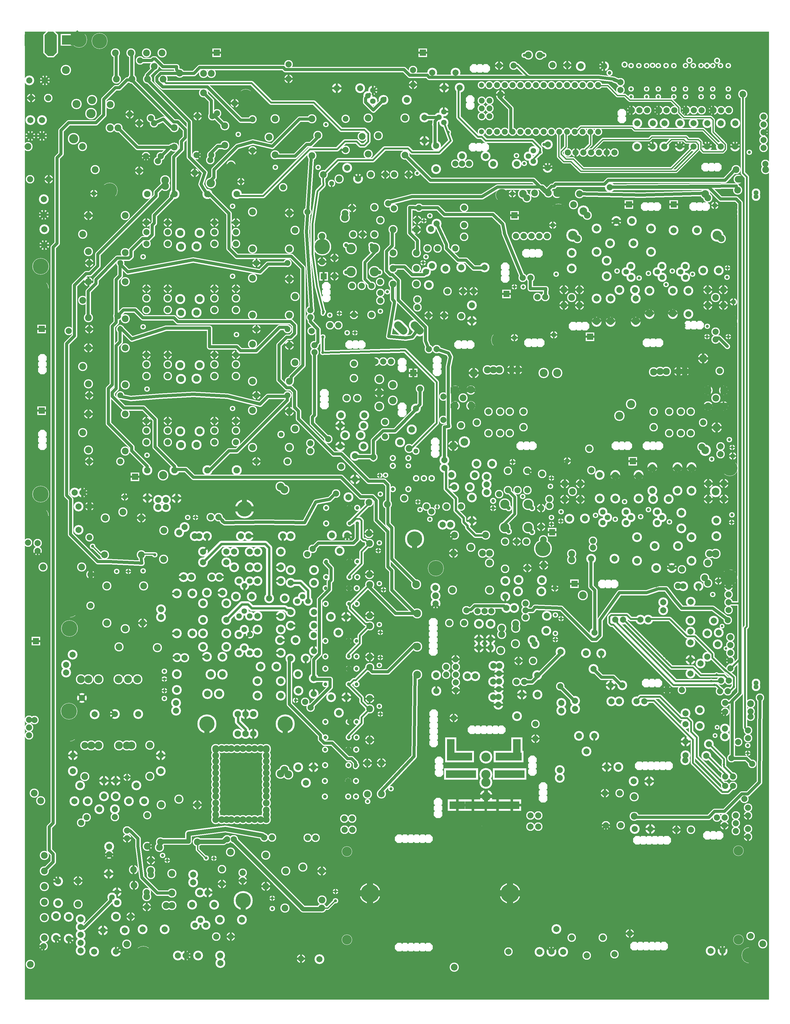
<source format=gbr>
%FSLAX34Y34*%
%MOMM*%
%LNCOPPER_TOP*%
G71*
G01*
%ADD10C,3.200*%
%ADD11C,3.000*%
%ADD12C,3.000*%
%ADD13C,2.800*%
%ADD14C,4.700*%
%ADD15C,1.800*%
%ADD16C,4.200*%
%ADD17C,7.800*%
%ADD18C,3.400*%
%ADD19C,3.100*%
%ADD20C,2.800*%
%ADD21C,2.800*%
%ADD22C,2.800*%
%ADD23C,5.200*%
%ADD24C,3.700*%
%ADD25C,2.600*%
%ADD26C,1.700*%
%ADD27C,1.800*%
%ADD28C,3.700*%
%ADD29C,5.800*%
%ADD30C,3.800*%
%ADD31C,3.000*%
%ADD32C,3.200*%
%ADD33C,2.000*%
%ADD34C,1.800*%
%ADD35C,3.300*%
%ADD36C,2.900*%
%ADD37C,2.700*%
%ADD38C,4.200*%
%ADD39C,3.300*%
%ADD40C,6.200*%
%ADD41C,3.300*%
%ADD42C,3.400*%
%ADD43C,2.600*%
%ADD44C,2.000*%
%ADD45C,1.990*%
%ADD46C,1.400*%
%ADD47C,3.300*%
%ADD48C,3.000*%
%ADD49C,6.800*%
%ADD50C,3.800*%
%ADD51C,3.500*%
%ADD52C,4.400*%
%ADD53C,4.700*%
%ADD54C,3.400*%
%ADD55C,3.700*%
%ADD56C,3.000*%
%ADD57C,2.100*%
%ADD58C,2.700*%
%ADD59C,2.450*%
%ADD60C,2.000*%
%ADD61C,1.800*%
%ADD62C,1.400*%
%ADD63C,2.200*%
%ADD64C,1.600*%
%ADD65C,4.200*%
%ADD66C,3.400*%
%ADD67C,6.200*%
%ADD68C,2.400*%
%ADD69C,5.400*%
%ADD70C,3.000*%
%ADD71C,2.400*%
%ADD72C,2.100*%
%ADD73C,1.200*%
%ADD74C,1.600*%
%ADD75C,0.733*%
%ADD76C,0.667*%
%ADD77C,3.345*%
%ADD78C,0.813*%
%ADD79C,6.067*%
%ADD80C,6.860*%
%ADD81C,1.403*%
%ADD82C,1.723*%
%ADD83C,1.380*%
%ADD84C,1.427*%
%ADD85C,1.033*%
%ADD86C,1.180*%
%ADD87C,1.220*%
%ADD88C,3.717*%
%ADD89C,0.680*%
%ADD90C,0.767*%
%ADD91C,1.264*%
%ADD92C,1.507*%
%ADD93C,1.687*%
%ADD94C,1.447*%
%ADD95C,2.100*%
%ADD96C,1.967*%
%ADD97C,2.973*%
%ADD98C,1.667*%
%ADD99C,0.700*%
%ADD100C,0.804*%
%ADD101C,0.672*%
%ADD102C,0.960*%
%ADD103C,0.616*%
%ADD104C,0.400*%
%ADD105C,0.333*%
%ADD106C,3.122*%
%ADD107C,0.833*%
%ADD108C,1.017*%
%ADD109C,0.600*%
%ADD110C,0.867*%
%ADD111C,1.527*%
%ADD112C,0.533*%
%ADD113C,3.865*%
%ADD114C,2.000*%
%ADD115C,1.800*%
%ADD116C,2.200*%
%ADD117C,4.500*%
%ADD118C,1.000*%
%ADD119C,3.000*%
%ADD120C,7.000*%
%ADD121C,2.600*%
%ADD122C,2.300*%
%ADD123C,2.000*%
%ADD124C,2.000*%
%ADD125C,5.000*%
%ADD126C,2.500*%
%ADD127C,0.900*%
%ADD128C,1.000*%
%ADD129C,2.500*%
%ADD130C,3.000*%
%ADD131C,2.200*%
%ADD132C,1.200*%
%ADD133C,1.000*%
%ADD134C,2.100*%
%ADD135C,1.900*%
%ADD136C,4.000*%
%ADD137C,5.000*%
%ADD138C,2.100*%
%ADD139C,2.200*%
%ADD140C,0.800*%
%ADD141C,1.500*%
%ADD142C,0.790*%
%ADD143C,2.500*%
%ADD144C,2.200*%
%ADD145C,6.000*%
%ADD146C,3.000*%
%ADD147C,2.700*%
%ADD148C,4.200*%
%ADD149C,4.500*%
%ADD150C,2.600*%
%ADD151C,2.500*%
%ADD152C,1.300*%
%ADD153C,1.900*%
%ADD154C,1.650*%
%ADD155C,1.200*%
%ADD156C,1.000*%
%ADD157C,0.600*%
%ADD158C,0.800*%
%ADD159C,3.200*%
%ADD160C,1.600*%
%ADD161C,2.600*%
%ADD162C,2.200*%
%ADD163C,1.600*%
%ADD164C,1.300*%
%LPD*%
G36*
X-1631950Y3098800D02*
X798050Y3098800D01*
X798050Y-61200D01*
X-1631950Y-61200D01*
X-1631950Y3098800D01*
G37*
%LPC*%
X234895Y2379771D02*
G54D10*
D03*
X234945Y2456021D02*
G54D10*
D03*
X153901Y2376371D02*
G54D10*
D03*
X154014Y2325390D02*
G54D10*
D03*
X268201Y2350971D02*
G54D10*
D03*
X268313Y2299990D02*
G54D10*
D03*
X234911Y2151171D02*
G54D10*
D03*
X234961Y2227421D02*
G54D10*
D03*
X355632Y2407785D02*
G54D10*
D03*
X279382Y2407835D02*
G54D10*
D03*
X280591Y2227421D02*
G54D10*
D03*
X280541Y2151171D02*
G54D10*
D03*
X412694Y2379770D02*
G54D10*
D03*
X412744Y2456020D02*
G54D10*
D03*
X310026Y2255255D02*
G54D10*
D03*
X407591Y2252821D02*
G54D10*
D03*
X407541Y2176571D02*
G54D10*
D03*
X483790Y2252821D02*
G54D10*
D03*
X483740Y2176571D02*
G54D10*
D03*
X534590Y2252821D02*
G54D10*
D03*
X534540Y2176571D02*
G54D10*
D03*
X634062Y2318866D02*
G54D10*
D03*
X583082Y2318753D02*
G54D10*
D03*
X562608Y2449589D02*
G54D10*
D03*
X486358Y2449639D02*
G54D10*
D03*
X347266Y2332196D02*
G54D11*
D03*
X331366Y2314621D02*
G54D11*
D03*
X347300Y2297005D02*
G54D11*
D03*
X448866Y2332196D02*
G54D11*
D03*
X432966Y2314621D02*
G54D11*
D03*
X448900Y2297005D02*
G54D11*
D03*
X525066Y2332196D02*
G54D11*
D03*
X509166Y2314621D02*
G54D11*
D03*
X525100Y2297005D02*
G54D11*
D03*
X128166Y2256096D02*
G54D12*
D03*
X178966Y2256096D02*
G54D12*
D03*
X153566Y2230696D02*
G54D12*
D03*
X178966Y2205296D02*
G54D12*
D03*
X128166Y2205296D02*
G54D12*
D03*
X598066Y2256096D02*
G54D12*
D03*
X648866Y2256096D02*
G54D12*
D03*
X623466Y2230696D02*
G54D12*
D03*
X648866Y2205296D02*
G54D12*
D03*
X598066Y2205296D02*
G54D12*
D03*
X299592Y2480405D02*
G54D10*
D03*
X350572Y2480518D02*
G54D10*
D03*
X234911Y2151171D02*
G54D13*
D03*
X110490Y2510790D02*
G54D14*
D03*
X360826Y2255255D02*
G54D10*
D03*
X363141Y2227421D02*
G54D10*
D03*
X363091Y2151171D02*
G54D10*
D03*
X192141Y2512571D02*
G54D10*
D03*
X103366Y2306796D02*
G54D15*
D03*
X280541Y2151171D02*
G54D13*
D03*
X363091Y2151171D02*
G54D13*
D03*
X407541Y2176571D02*
G54D13*
D03*
X483740Y2176571D02*
G54D13*
D03*
X670322Y2509996D02*
G54D14*
D03*
X110490Y2152014D02*
G54D14*
D03*
X669686Y2153602D02*
G54D14*
D03*
X160516Y2433796D02*
G54D15*
D03*
X157340Y2433797D02*
G54D16*
D03*
X629065Y2433797D02*
G54D16*
D03*
X243116Y1844555D02*
G54D17*
D03*
X173266Y1984256D02*
G54D17*
D03*
X106591Y1984255D02*
G54D18*
D03*
X309791Y1844555D02*
G54D18*
D03*
X-102284Y1994355D02*
G54D19*
D03*
X-22284Y1994355D02*
G54D20*
D03*
X442716Y1989355D02*
G54D20*
D03*
X522716Y1989355D02*
G54D20*
D03*
X-22284Y1994355D02*
G54D19*
D03*
X442716Y1989355D02*
G54D19*
D03*
X522716Y1989355D02*
G54D12*
D03*
X-82284Y1994355D02*
G54D19*
D03*
X-42284Y1994355D02*
G54D19*
D03*
X462716Y1989356D02*
G54D19*
D03*
X502716Y1989355D02*
G54D19*
D03*
X-226709Y1878025D02*
G54D12*
D03*
X-226709Y1928825D02*
G54D12*
D03*
X-201309Y1903425D02*
G54D12*
D03*
X-175909Y1928826D02*
G54D12*
D03*
X-175909Y1878025D02*
G54D12*
D03*
X-226709Y1876755D02*
G54D21*
D03*
X-175909Y1876755D02*
G54D13*
D03*
X598791Y1876755D02*
G54D12*
D03*
X598791Y1927555D02*
G54D12*
D03*
X624191Y1902155D02*
G54D12*
D03*
X649591Y1927555D02*
G54D12*
D03*
X649591Y1876755D02*
G54D12*
D03*
X598791Y1876755D02*
G54D21*
D03*
X649591Y1876755D02*
G54D13*
D03*
X472248Y1788118D02*
G54D22*
D03*
X472248Y1857968D02*
G54D22*
D03*
X542098Y1788118D02*
G54D22*
D03*
X542098Y1857968D02*
G54D22*
D03*
X510348Y1857968D02*
G54D22*
D03*
X510348Y1788118D02*
G54D22*
D03*
X542099Y1788118D02*
G54D13*
D03*
X542099Y1857968D02*
G54D13*
D03*
X-118302Y1788118D02*
G54D22*
D03*
X-118302Y1857968D02*
G54D22*
D03*
X-48452Y1788118D02*
G54D22*
D03*
X-48452Y1857968D02*
G54D22*
D03*
X-80202Y1857968D02*
G54D22*
D03*
X-80202Y1788118D02*
G54D22*
D03*
X-48451Y1788118D02*
G54D13*
D03*
X-48451Y1857968D02*
G54D13*
D03*
X522716Y1989355D02*
G54D19*
D03*
X-4001Y1857968D02*
G54D21*
D03*
X421449Y1857968D02*
G54D21*
D03*
X636991Y1991080D02*
G54D21*
D03*
X-207559Y1813280D02*
G54D21*
D03*
X-226709Y1927555D02*
G54D13*
D03*
X-175909Y1927556D02*
G54D13*
D03*
X598791Y1927555D02*
G54D13*
D03*
X649591Y1927555D02*
G54D13*
D03*
X649591Y1876755D02*
G54D13*
D03*
X110490Y1674177D02*
G54D14*
D03*
X670322Y1673384D02*
G54D23*
D03*
X110490Y1315402D02*
G54D23*
D03*
X669686Y1316990D02*
G54D14*
D03*
X624065Y1597184D02*
G54D24*
D03*
X-566534Y2314256D02*
G54D25*
D03*
X-490334Y2314256D02*
G54D25*
D03*
X-490334Y2390456D02*
G54D25*
D03*
X-566534Y2390456D02*
G54D25*
D03*
X-490422Y2525479D02*
G54D22*
D03*
X-490422Y2436579D02*
G54D22*
D03*
X-528522Y2436579D02*
G54D22*
D03*
X-560272Y2436579D02*
G54D22*
D03*
X-500066Y2173689D02*
G54D22*
D03*
X-563565Y2268939D02*
G54D22*
D03*
X-531816Y2268939D02*
G54D22*
D03*
X-500066Y2268939D02*
G54D22*
D03*
G54D26*
X-490334Y2390456D02*
X-490334Y2377756D01*
X-522084Y2346006D01*
X-522084Y2290958D01*
X-500066Y2268939D01*
X-471583Y2281228D02*
G54D22*
D03*
X-563566Y2522939D02*
G54D22*
D03*
X-445972Y2538179D02*
G54D22*
D03*
X-283544Y2390490D02*
G54D22*
D03*
X-226394Y2390490D02*
G54D22*
D03*
X-197694Y2466690D02*
G54D22*
D03*
X-197694Y2523840D02*
G54D22*
D03*
X-258744Y2324866D02*
G54D10*
D03*
X-312696Y2270984D02*
G54D10*
D03*
X-258744Y2324866D02*
G54D13*
D03*
X-130968Y2328918D02*
G54D10*
D03*
X-207218Y2328968D02*
G54D10*
D03*
X-130968Y2328918D02*
G54D13*
D03*
X-251794Y2250790D02*
G54D22*
D03*
X-200994Y2250790D02*
G54D22*
D03*
X-200994Y2250790D02*
G54D22*
D03*
X-172387Y2154684D02*
G54D10*
D03*
X-172499Y2205664D02*
G54D10*
D03*
X-172387Y2154684D02*
G54D10*
D03*
X-197694Y2428590D02*
G54D22*
D03*
X-165944Y2250790D02*
G54D22*
D03*
X-316564Y2390490D02*
G54D22*
D03*
X-305644Y2453990D02*
G54D22*
D03*
G54D27*
X-287613Y2472021D02*
X-254844Y2403190D01*
X-254844Y2390490D01*
X-216744Y2352390D01*
X-191344Y2352390D01*
X-165944Y2326990D01*
X-127844Y2326990D01*
X-130968Y2328918D01*
X-429340Y2452494D02*
G54D12*
D03*
X-353140Y2452494D02*
G54D12*
D03*
X-429340Y2376294D02*
G54D12*
D03*
X-429340Y2325494D02*
G54D12*
D03*
X-429340Y2274694D02*
G54D12*
D03*
X-353140Y2376294D02*
G54D12*
D03*
X-353140Y2325494D02*
G54D12*
D03*
X-353140Y2274694D02*
G54D12*
D03*
X-353140Y2452494D02*
G54D22*
D03*
X-206889Y2169691D02*
G54D22*
D03*
X-263109Y2171936D02*
G54D22*
D03*
X-263109Y2171936D02*
G54D22*
D03*
X-313909Y2171936D02*
G54D22*
D03*
G54D27*
X-344884Y2523490D02*
X-375595Y2524254D01*
X-375595Y2441704D01*
X-350195Y2416304D01*
X-350195Y2371854D01*
X-353139Y2373120D01*
G54D28*
X-341957Y2122446D02*
X-359635Y2140124D01*
G54D28*
X-395932Y2122446D02*
X-413610Y2140124D01*
X-660797Y2396490D02*
G54D29*
D03*
X-344884Y2523490D02*
G54D21*
D03*
X-566534Y2390456D02*
G54D30*
D03*
X-566534Y2314256D02*
G54D30*
D03*
X-490334Y2314256D02*
G54D30*
D03*
X-490334Y2390456D02*
G54D30*
D03*
G54D27*
X-344446Y2131285D02*
X-366590Y2102120D01*
X-388734Y2098356D01*
X-444024Y2103790D01*
X-424974Y2211740D01*
X-424974Y2218090D01*
X-431324Y2224440D01*
X-431324Y2275240D01*
X-429339Y2274695D01*
X11944Y1556054D02*
G54D25*
D03*
X-64256Y1556054D02*
G54D25*
D03*
X-64256Y1479854D02*
G54D25*
D03*
X11944Y1479854D02*
G54D25*
D03*
X-64168Y1344831D02*
G54D22*
D03*
X-64168Y1433731D02*
G54D22*
D03*
X-26068Y1433731D02*
G54D22*
D03*
X5682Y1433731D02*
G54D22*
D03*
X8976Y1664871D02*
G54D22*
D03*
X-54524Y1664871D02*
G54D22*
D03*
X8975Y1601371D02*
G54D22*
D03*
X-22774Y1601371D02*
G54D22*
D03*
X-54524Y1601371D02*
G54D22*
D03*
G54D26*
X-64256Y1479854D02*
X-64256Y1492554D01*
X-32505Y1524304D01*
X-32505Y1579352D01*
X-54524Y1601371D01*
X-83007Y1589082D02*
G54D22*
D03*
X8976Y1347371D02*
G54D22*
D03*
X56994Y1654795D02*
G54D21*
D03*
X11944Y1479854D02*
G54D30*
D03*
X11944Y1556054D02*
G54D30*
D03*
X-64256Y1556054D02*
G54D30*
D03*
X-64256Y1479854D02*
G54D30*
D03*
X-235514Y1275660D02*
G54D12*
D03*
X-232340Y1396310D02*
G54D12*
D03*
X-114864Y1275660D02*
G54D12*
D03*
X-114864Y1396310D02*
G54D12*
D03*
X-175189Y1415774D02*
G54D12*
D03*
X-232340Y1396310D02*
G54D31*
D03*
X-228718Y1455129D02*
G54D12*
D03*
X-127118Y1455128D02*
G54D12*
D03*
X-228718Y1455129D02*
G54D12*
D03*
X-430285Y1945003D02*
G54D32*
D03*
X-430285Y1894203D02*
G54D32*
D03*
X-474735Y1919604D02*
G54D32*
D03*
X-474735Y1875153D02*
G54D32*
D03*
X-474735Y1964053D02*
G54D32*
D03*
X-462035Y2021203D02*
G54D22*
D03*
X-487435Y2021203D02*
G54D22*
D03*
X-436635Y2021203D02*
G54D22*
D03*
X-523120Y1846578D02*
G54D10*
D03*
X-599370Y1846628D02*
G54D10*
D03*
X-602062Y1812318D02*
G54D10*
D03*
X-525812Y1812268D02*
G54D10*
D03*
X-586128Y1780842D02*
G54D10*
D03*
X-535148Y1780954D02*
G54D10*
D03*
X-557285Y2014941D02*
G54D22*
D03*
X-557285Y1967141D02*
G54D22*
D03*
X-553675Y1713316D02*
G54D10*
D03*
X-553725Y1637067D02*
G54D10*
D03*
X-493785Y1662254D02*
G54D22*
D03*
X-493785Y1710053D02*
G54D22*
D03*
X-581229Y1902097D02*
G54D22*
D03*
X-546129Y1902098D02*
G54D22*
D03*
X-455685Y1776553D02*
G54D22*
D03*
X-455685Y1824354D02*
G54D22*
D03*
X-602007Y1744671D02*
G54D10*
D03*
X-525757Y1744621D02*
G54D10*
D03*
X-354810Y1868248D02*
G54D10*
D03*
X-493785Y1662254D02*
G54D22*
D03*
G54D27*
X-493785Y1703703D02*
X-493085Y1704973D01*
X-499435Y1711323D01*
X-556585Y1711324D01*
X-553675Y1713316D01*
G36*
X-349735Y1998373D02*
X-349735Y1970373D01*
X-377735Y1970373D01*
X-377735Y1998373D01*
X-349735Y1998373D01*
G37*
X-379485Y1706792D02*
G54D33*
D03*
X-379485Y1681392D02*
G54D34*
D03*
X-430285Y1706791D02*
G54D34*
D03*
X-430285Y1681391D02*
G54D33*
D03*
X-379485Y1605191D02*
G54D34*
D03*
X-430285Y1605191D02*
G54D34*
D03*
X-377453Y1737557D02*
G54D12*
D03*
G54D27*
X-354810Y1868248D02*
X-354085Y1865541D01*
X-423935Y1795691D01*
X-462035Y1795691D01*
X-493785Y1763941D01*
X-493785Y1713142D01*
X-493785Y1710053D01*
X-393148Y1575052D02*
G54D21*
D03*
X-430285Y1706791D02*
G54D33*
D03*
X-379485Y1605191D02*
G54D33*
D03*
X-430285Y1605191D02*
G54D33*
D03*
X-1165276Y1758104D02*
G54D22*
D03*
X-1235126Y1758104D02*
G54D22*
D03*
X-1165276Y1827954D02*
G54D22*
D03*
X-1235126Y1827954D02*
G54D22*
D03*
X-1235126Y1796204D02*
G54D22*
D03*
X-1165276Y1796204D02*
G54D22*
D03*
X-1121868Y1749333D02*
G54D35*
D03*
X-1070886Y1749445D02*
G54D35*
D03*
X-943026Y1758104D02*
G54D22*
D03*
X-1012876Y1758104D02*
G54D22*
D03*
X-943026Y1827954D02*
G54D22*
D03*
X-1012876Y1827954D02*
G54D22*
D03*
X-1012876Y1796204D02*
G54D22*
D03*
X-943026Y1796204D02*
G54D22*
D03*
X-1060803Y1793431D02*
G54D10*
D03*
X-1060916Y1844411D02*
G54D10*
D03*
X-1124303Y1793431D02*
G54D10*
D03*
X-1124416Y1844411D02*
G54D10*
D03*
X-943026Y1827954D02*
G54D13*
D03*
X-1012876Y1827954D02*
G54D13*
D03*
X-1060916Y1844412D02*
G54D36*
D03*
X-1124416Y1844412D02*
G54D13*
D03*
X-1165276Y1827954D02*
G54D13*
D03*
X-1235126Y1827954D02*
G54D13*
D03*
X-1124303Y1793431D02*
G54D35*
D03*
X-1124416Y1844411D02*
G54D35*
D03*
X-1060916Y1844411D02*
G54D35*
D03*
X-1060803Y1793431D02*
G54D35*
D03*
X-888813Y1862396D02*
G54D12*
D03*
X-768163Y1859222D02*
G54D12*
D03*
X-888813Y1741746D02*
G54D12*
D03*
X-768163Y1741746D02*
G54D12*
D03*
X-749350Y1802071D02*
G54D12*
D03*
X-875306Y1695466D02*
G54D37*
D03*
X-773706Y1695467D02*
G54D37*
D03*
X-768163Y1859222D02*
G54D12*
D03*
X-1303808Y1729658D02*
G54D12*
D03*
X-1424458Y1732832D02*
G54D12*
D03*
X-1303808Y1850308D02*
G54D12*
D03*
X-1424458Y1850308D02*
G54D12*
D03*
X-1443270Y1789983D02*
G54D12*
D03*
X-1424457Y1732832D02*
G54D12*
D03*
X-1424458Y1850308D02*
G54D12*
D03*
X-1421406Y1695466D02*
G54D37*
D03*
X-1319806Y1695467D02*
G54D37*
D03*
X-875306Y1695466D02*
G54D22*
D03*
X-1421406Y1695466D02*
G54D22*
D03*
X-1165276Y1974004D02*
G54D22*
D03*
X-1235126Y1974004D02*
G54D22*
D03*
X-1165276Y2043854D02*
G54D22*
D03*
X-1235126Y2043854D02*
G54D22*
D03*
X-1235126Y2012104D02*
G54D22*
D03*
X-1165276Y2012104D02*
G54D22*
D03*
X-1121868Y1965233D02*
G54D35*
D03*
X-1070886Y1965345D02*
G54D35*
D03*
X-943026Y1974004D02*
G54D22*
D03*
X-1012876Y1974004D02*
G54D22*
D03*
X-943026Y2043854D02*
G54D22*
D03*
X-1012876Y2043854D02*
G54D22*
D03*
X-1012876Y2012104D02*
G54D22*
D03*
X-943026Y2012104D02*
G54D22*
D03*
X-1060803Y2009331D02*
G54D10*
D03*
X-1060916Y2060312D02*
G54D10*
D03*
X-1124303Y2009331D02*
G54D10*
D03*
X-1124416Y2060311D02*
G54D10*
D03*
X-943026Y2043854D02*
G54D13*
D03*
X-1012876Y2043854D02*
G54D13*
D03*
X-1060916Y2060312D02*
G54D36*
D03*
X-1124416Y2060312D02*
G54D13*
D03*
X-1165276Y2043854D02*
G54D13*
D03*
X-1235126Y2043854D02*
G54D13*
D03*
X-1124303Y2009331D02*
G54D35*
D03*
X-1124416Y2060311D02*
G54D35*
D03*
X-1060916Y2060312D02*
G54D35*
D03*
X-1060803Y2009331D02*
G54D35*
D03*
X-888813Y2078296D02*
G54D12*
D03*
X-768163Y2075122D02*
G54D12*
D03*
X-888813Y1957646D02*
G54D12*
D03*
X-768163Y1957646D02*
G54D12*
D03*
X-749350Y2017971D02*
G54D12*
D03*
X-875306Y1911366D02*
G54D37*
D03*
X-773706Y1911367D02*
G54D37*
D03*
X-768163Y2075122D02*
G54D12*
D03*
X-1303808Y1945558D02*
G54D12*
D03*
X-1424458Y1948732D02*
G54D12*
D03*
X-1303808Y2066208D02*
G54D12*
D03*
X-1424458Y2066208D02*
G54D12*
D03*
X-1443270Y2005883D02*
G54D12*
D03*
X-1424457Y1948731D02*
G54D12*
D03*
X-1424458Y2066208D02*
G54D12*
D03*
X-1421406Y1911366D02*
G54D37*
D03*
X-1319806Y1911367D02*
G54D37*
D03*
X-875306Y1911366D02*
G54D22*
D03*
X-1421406Y1911366D02*
G54D22*
D03*
X-1165276Y2189904D02*
G54D22*
D03*
X-1235126Y2189904D02*
G54D22*
D03*
X-1165276Y2259754D02*
G54D22*
D03*
X-1235126Y2259754D02*
G54D22*
D03*
X-1235126Y2228004D02*
G54D22*
D03*
X-1165276Y2228004D02*
G54D22*
D03*
X-1121868Y2181133D02*
G54D35*
D03*
X-1070886Y2181245D02*
G54D35*
D03*
X-943026Y2189904D02*
G54D22*
D03*
X-1012876Y2189904D02*
G54D22*
D03*
X-943026Y2259754D02*
G54D22*
D03*
X-1012876Y2259754D02*
G54D22*
D03*
X-1012876Y2228004D02*
G54D22*
D03*
X-943026Y2228004D02*
G54D22*
D03*
X-1060803Y2225231D02*
G54D10*
D03*
X-1060916Y2276212D02*
G54D10*
D03*
X-1124303Y2225231D02*
G54D10*
D03*
X-1124416Y2276212D02*
G54D10*
D03*
X-943026Y2259754D02*
G54D13*
D03*
X-1012876Y2259754D02*
G54D13*
D03*
X-1060916Y2276212D02*
G54D36*
D03*
X-1124416Y2276212D02*
G54D13*
D03*
X-1165276Y2259754D02*
G54D13*
D03*
X-1235126Y2259754D02*
G54D13*
D03*
X-1124303Y2225231D02*
G54D35*
D03*
X-1124416Y2276212D02*
G54D35*
D03*
X-1060916Y2276212D02*
G54D35*
D03*
X-1060803Y2225231D02*
G54D35*
D03*
X-888813Y2294196D02*
G54D12*
D03*
X-768163Y2291022D02*
G54D12*
D03*
X-888813Y2173546D02*
G54D12*
D03*
X-768163Y2173546D02*
G54D12*
D03*
X-749350Y2233871D02*
G54D12*
D03*
X-875306Y2127266D02*
G54D37*
D03*
X-773706Y2127266D02*
G54D37*
D03*
X-768163Y2291022D02*
G54D12*
D03*
X-1303808Y2161458D02*
G54D12*
D03*
X-1424458Y2164632D02*
G54D12*
D03*
X-1303808Y2282108D02*
G54D12*
D03*
X-1424458Y2282108D02*
G54D12*
D03*
X-1443270Y2221783D02*
G54D12*
D03*
X-1424457Y2164632D02*
G54D12*
D03*
X-1424458Y2282108D02*
G54D12*
D03*
X-1421406Y2127266D02*
G54D37*
D03*
X-1319806Y2127266D02*
G54D37*
D03*
X-875306Y2127266D02*
G54D22*
D03*
X-1421406Y2127266D02*
G54D22*
D03*
X-1165276Y2405804D02*
G54D22*
D03*
X-1235126Y2405804D02*
G54D22*
D03*
X-1165276Y2475654D02*
G54D22*
D03*
X-1235126Y2475654D02*
G54D22*
D03*
X-1235126Y2443904D02*
G54D22*
D03*
X-1165276Y2443904D02*
G54D22*
D03*
X-1121868Y2397033D02*
G54D35*
D03*
X-1070886Y2397145D02*
G54D35*
D03*
X-943026Y2405804D02*
G54D22*
D03*
X-1012876Y2405804D02*
G54D22*
D03*
X-943026Y2475654D02*
G54D22*
D03*
X-1012876Y2475654D02*
G54D22*
D03*
X-1012876Y2443904D02*
G54D22*
D03*
X-943026Y2443904D02*
G54D22*
D03*
X-1060803Y2441131D02*
G54D10*
D03*
X-1060916Y2492112D02*
G54D10*
D03*
X-1124303Y2441131D02*
G54D10*
D03*
X-1124416Y2492111D02*
G54D10*
D03*
X-943026Y2475654D02*
G54D13*
D03*
X-1012876Y2475654D02*
G54D13*
D03*
X-1060916Y2492112D02*
G54D36*
D03*
X-1124416Y2492112D02*
G54D13*
D03*
X-1165276Y2475654D02*
G54D13*
D03*
X-1235126Y2475654D02*
G54D13*
D03*
X-1124303Y2441131D02*
G54D35*
D03*
X-1124416Y2492111D02*
G54D35*
D03*
X-1060916Y2492111D02*
G54D35*
D03*
X-1060803Y2441131D02*
G54D35*
D03*
X-888813Y2510096D02*
G54D12*
D03*
X-768163Y2506922D02*
G54D12*
D03*
X-888813Y2389446D02*
G54D12*
D03*
X-768163Y2389446D02*
G54D12*
D03*
X-749350Y2449771D02*
G54D12*
D03*
X-875306Y2343166D02*
G54D37*
D03*
X-773706Y2343166D02*
G54D37*
D03*
X-768163Y2506922D02*
G54D12*
D03*
X-1303808Y2377358D02*
G54D12*
D03*
X-1424458Y2380532D02*
G54D12*
D03*
X-1303808Y2498008D02*
G54D12*
D03*
X-1424458Y2498008D02*
G54D12*
D03*
X-1443270Y2437683D02*
G54D12*
D03*
X-1424457Y2380532D02*
G54D12*
D03*
X-1424458Y2498008D02*
G54D12*
D03*
X-1421406Y2343166D02*
G54D37*
D03*
X-1319806Y2343166D02*
G54D37*
D03*
X-875306Y2343166D02*
G54D22*
D03*
X-1421406Y2343166D02*
G54D22*
D03*
X-940152Y1666431D02*
G54D35*
D03*
X-940152Y1666431D02*
G54D35*
D03*
X-1035402Y1666431D02*
G54D35*
D03*
X-1035402Y1666431D02*
G54D35*
D03*
X-1143352Y1666431D02*
G54D35*
D03*
X-1143352Y1666431D02*
G54D35*
D03*
X-1232252Y1666431D02*
G54D35*
D03*
X-1232252Y1666431D02*
G54D35*
D03*
G54D27*
X-1035402Y1666432D02*
X-1029053Y1666430D01*
X-965553Y1729930D01*
X-940153Y1729930D01*
X-775053Y1895030D01*
X-775053Y1907730D01*
X-773706Y1911366D01*
G54D27*
X-1319806Y1911366D02*
X-1321153Y1907730D01*
X-1286228Y1901380D01*
X-1189831Y1908969D01*
X-1081881Y1915319D01*
X-970756Y1908969D01*
X-863953Y1882330D01*
X-838553Y1907730D01*
X-775053Y1907730D01*
X-773706Y1911366D01*
G54D27*
X-1143352Y1666432D02*
X-1143353Y1666430D01*
X-1143353Y1679130D01*
X-1206853Y1742630D01*
X-1206853Y1831530D01*
X-1244953Y1869630D01*
X-1308453Y1869630D01*
X-1346553Y1907730D01*
X-1346553Y1920430D01*
X-1333853Y1933130D01*
X-1333853Y2072830D01*
X-1321153Y2085530D01*
X-1321153Y2123630D01*
X-1319806Y2127266D01*
G54D27*
X-1232252Y1666432D02*
X-1232253Y1666430D01*
X-1232253Y1679130D01*
X-1283053Y1729930D01*
X-1283053Y1742630D01*
X-1359253Y1818830D01*
X-1359253Y1933130D01*
X-1346553Y1945830D01*
X-1346554Y2136330D01*
X-1333853Y2149030D01*
X-1333853Y2288730D01*
X-1321153Y2301430D01*
X-1321153Y2339530D01*
X-1319806Y2343166D01*
G54D27*
X-1319806Y2343166D02*
X-1321153Y2339530D01*
X-1295753Y2314130D01*
X-1081881Y2353469D01*
X-863953Y2314130D01*
X-838553Y2339530D01*
X-775053Y2339530D01*
X-773706Y2343166D01*
X-940152Y2568131D02*
G54D35*
D03*
X-940152Y2568131D02*
G54D35*
D03*
X-1035402Y2568131D02*
G54D35*
D03*
X-1035402Y2568131D02*
G54D35*
D03*
X-1143352Y2568131D02*
G54D35*
D03*
X-1143352Y2568131D02*
G54D35*
D03*
X-1232252Y2568131D02*
G54D35*
D03*
X-1232252Y2568131D02*
G54D35*
D03*
G54D27*
X-1035402Y2568132D02*
X-1029053Y2568130D01*
X-965553Y2504630D01*
X-965553Y2390330D01*
X-940153Y2364930D01*
X-762353Y2364930D01*
X-724253Y2326830D01*
X-724253Y2009330D01*
X-762353Y1971230D01*
X-762353Y1958530D01*
X-768163Y1957646D01*
X-1488888Y2121601D02*
G54D21*
D03*
X-695138Y2121601D02*
G54D21*
D03*
X-83185Y2091689D02*
G54D23*
D03*
X-73661Y2564764D02*
G54D38*
D03*
X-622936Y2091689D02*
G54D23*
D03*
X-635636Y2561590D02*
G54D23*
D03*
X-1243989Y1288915D02*
G54D12*
D03*
X-1247163Y1168265D02*
G54D12*
D03*
X-1364638Y1288915D02*
G54D12*
D03*
X-1364638Y1168265D02*
G54D12*
D03*
X-1304314Y1149452D02*
G54D12*
D03*
X-1372188Y1390784D02*
G54D12*
D03*
X-1369014Y1511434D02*
G54D12*
D03*
X-1251538Y1390784D02*
G54D12*
D03*
X-1251539Y1511434D02*
G54D12*
D03*
X-1311864Y1530722D02*
G54D12*
D03*
X-1417268Y1326208D02*
G54D37*
D03*
X-1417268Y1224608D02*
G54D37*
D03*
X-1417268Y1326208D02*
G54D22*
D03*
X-1421066Y1549404D02*
G54D37*
D03*
X-1421066Y1447803D02*
G54D37*
D03*
X-1421066Y1549404D02*
G54D22*
D03*
X-1421066Y1549404D02*
G54D12*
D03*
X-1247163Y1168265D02*
G54D12*
D03*
X-1251539Y1511434D02*
G54D12*
D03*
X-1369014Y1511434D02*
G54D12*
D03*
X-1251539Y1511434D02*
G54D12*
D03*
X-1272778Y1597184D02*
G54D14*
D03*
X-320278Y1597184D02*
G54D14*
D03*
X-1272778Y698659D02*
G54D14*
D03*
X-320278Y695484D02*
G54D23*
D03*
X672373Y1121274D02*
G54D21*
D03*
X672374Y1095874D02*
G54D21*
D03*
X654910Y906962D02*
G54D21*
D03*
X654911Y878386D02*
G54D21*
D03*
X641189Y980024D02*
G54D21*
D03*
X666589Y980024D02*
G54D21*
D03*
X-354245Y1294683D02*
G54D39*
D03*
X-351070Y1199433D02*
G54D39*
D03*
X-351070Y1091483D02*
G54D39*
D03*
X-351070Y999408D02*
G54D39*
D03*
X-781639Y838945D02*
G54D40*
D03*
X-1037340Y838845D02*
G54D40*
D03*
X-936614Y870770D02*
G54D41*
D03*
X-911240Y870645D02*
G54D41*
D03*
X-885796Y870670D02*
G54D41*
D03*
X-688534Y937029D02*
G54D10*
D03*
X-688709Y988021D02*
G54D10*
D03*
X-986464Y1000895D02*
G54D42*
D03*
X-1035864Y936795D02*
G54D42*
D03*
X-997864Y936795D02*
G54D42*
D03*
X-1024564Y1000895D02*
G54D42*
D03*
X-1135740Y950045D02*
G54D10*
D03*
X-1135864Y1000962D02*
G54D10*
D03*
X-872214Y978620D02*
G54D10*
D03*
X-795964Y978570D02*
G54D10*
D03*
X-1138314Y881920D02*
G54D10*
D03*
X-1138314Y907420D02*
G54D10*
D03*
X-872214Y930995D02*
G54D10*
D03*
X-795965Y930945D02*
G54D10*
D03*
X-897614Y1350095D02*
G54D10*
D03*
X-948531Y1349970D02*
G54D10*
D03*
X-932540Y1305645D02*
G54D11*
D03*
X-914964Y1289745D02*
G54D11*
D03*
X-897348Y1305680D02*
G54D11*
D03*
X-926190Y1451695D02*
G54D10*
D03*
X-900764Y1451745D02*
G54D10*
D03*
X-872214Y1305645D02*
G54D10*
D03*
X-796040Y1305645D02*
G54D10*
D03*
X-1050014Y1365970D02*
G54D10*
D03*
X-973764Y1365920D02*
G54D10*
D03*
X-891264Y1254845D02*
G54D10*
D03*
X-942181Y1254720D02*
G54D10*
D03*
X-897614Y1191345D02*
G54D11*
D03*
X-915214Y1207245D02*
G54D11*
D03*
X-932806Y1191310D02*
G54D11*
D03*
X-897240Y1130945D02*
G54D43*
D03*
X-915214Y1146920D02*
G54D11*
D03*
X-932806Y1130985D02*
G54D11*
D03*
X-872214Y1191345D02*
G54D10*
D03*
X-796040Y1191345D02*
G54D10*
D03*
X-897615Y1070645D02*
G54D11*
D03*
X-915214Y1086595D02*
G54D11*
D03*
X-932806Y1070660D02*
G54D11*
D03*
X-1050014Y1134195D02*
G54D10*
D03*
X-973764Y1134145D02*
G54D10*
D03*
X-1049806Y1090016D02*
G54D10*
D03*
X-973556Y1089966D02*
G54D10*
D03*
X-872214Y1070695D02*
G54D10*
D03*
X-795940Y1070645D02*
G54D10*
D03*
X-810894Y1025905D02*
G54D10*
D03*
X-861810Y1025780D02*
G54D10*
D03*
X-872214Y1146895D02*
G54D10*
D03*
X-795964Y1146845D02*
G54D10*
D03*
X-714939Y1052045D02*
G54D32*
D03*
X-739923Y1001113D02*
G54D32*
D03*
X-764822Y1052160D02*
G54D32*
D03*
X-707114Y1238970D02*
G54D11*
D03*
X-724915Y1254770D02*
G54D11*
D03*
X-742305Y1238935D02*
G54D11*
D03*
X-1062714Y1451695D02*
G54D10*
D03*
X-1037140Y1451645D02*
G54D10*
D03*
X-764264Y1340570D02*
G54D10*
D03*
X-688014Y1340520D02*
G54D10*
D03*
X-764264Y1299295D02*
G54D10*
D03*
X-688014Y1299245D02*
G54D10*
D03*
X-783314Y1248495D02*
G54D10*
D03*
X-834231Y1248370D02*
G54D10*
D03*
G54D44*
X-707114Y1238970D02*
X-707114Y1273895D01*
X-732514Y1299295D01*
X-764264Y1299295D01*
X-764264Y1204045D02*
G54D10*
D03*
X-688014Y1203995D02*
G54D10*
D03*
X-688114Y1077020D02*
G54D10*
D03*
X-688227Y1128000D02*
G54D10*
D03*
X-688065Y1159595D02*
G54D10*
D03*
X-764340Y1159645D02*
G54D10*
D03*
X-1113464Y1318370D02*
G54D10*
D03*
X-1088602Y1318058D02*
G54D11*
D03*
X-1084940Y1134195D02*
G54D10*
D03*
X-1135914Y1134045D02*
G54D10*
D03*
X-1050014Y1178645D02*
G54D10*
D03*
X-973764Y1178595D02*
G54D10*
D03*
G54D44*
X-764264Y1210395D02*
X-776964Y1210395D01*
X-783314Y1216745D01*
X-891264Y1216745D01*
X-903964Y1229445D01*
X-923014Y1229445D01*
X-935714Y1216745D01*
X-973814Y1178645D01*
X-986514Y1057995D02*
G54D10*
D03*
X-1037490Y1057845D02*
G54D10*
D03*
X-1109914Y1054845D02*
G54D11*
D03*
X-1135214Y1055145D02*
G54D11*
D03*
X-1084940Y1264370D02*
G54D10*
D03*
X-1135914Y1264270D02*
G54D10*
D03*
X-764264Y1451695D02*
G54D10*
D03*
X-789740Y1451695D02*
G54D10*
D03*
X-1050014Y1232620D02*
G54D10*
D03*
X-973764Y1232570D02*
G54D10*
D03*
X-986540Y1267570D02*
G54D10*
D03*
X-1037440Y1267370D02*
G54D10*
D03*
X-1021440Y1318345D02*
G54D11*
D03*
X-996540Y1318045D02*
G54D11*
D03*
X-872214Y1350095D02*
G54D10*
D03*
X-796040Y1350095D02*
G54D10*
D03*
X-872214Y1400895D02*
G54D10*
D03*
X-796040Y1400945D02*
G54D10*
D03*
X-1050040Y1400945D02*
G54D10*
D03*
X-973839Y1400945D02*
G54D10*
D03*
X-897614Y1400895D02*
G54D10*
D03*
X-948531Y1400770D02*
G54D10*
D03*
G54D44*
X-834114Y1248495D02*
X-834114Y1413595D01*
X-846814Y1426295D01*
X-989690Y1426295D01*
X-1050014Y1365970D01*
X-798914Y1112280D02*
G54D10*
D03*
X-747934Y1112392D02*
G54D10*
D03*
X-738815Y946820D02*
G54D10*
D03*
X-885740Y806345D02*
G54D41*
D03*
X-911040Y806545D02*
G54D41*
D03*
X-936527Y806476D02*
G54D41*
D03*
G54D45*
X-935714Y870670D02*
X-935714Y845270D01*
X-910314Y819870D01*
X-910314Y807170D01*
X-548490Y795034D02*
G54D34*
D03*
X-573890Y795034D02*
G54D34*
D03*
X-548490Y845834D02*
G54D34*
D03*
X-573890Y845834D02*
G54D34*
D03*
X-650090Y795034D02*
G54D33*
D03*
X-650090Y845834D02*
G54D34*
D03*
X-505881Y786150D02*
G54D12*
D03*
X-505881Y887750D02*
G54D12*
D03*
X-467688Y712041D02*
G54D12*
D03*
X-548490Y968468D02*
G54D34*
D03*
X-573890Y968469D02*
G54D34*
D03*
X-548490Y1019268D02*
G54D34*
D03*
X-573890Y1019268D02*
G54D34*
D03*
X-650090Y968468D02*
G54D34*
D03*
X-650090Y1019268D02*
G54D34*
D03*
X-581590Y925839D02*
G54D32*
D03*
X-606573Y874906D02*
G54D32*
D03*
X-631472Y925953D02*
G54D32*
D03*
X-546108Y1317719D02*
G54D34*
D03*
X-571508Y1317718D02*
G54D34*
D03*
X-546108Y1368518D02*
G54D34*
D03*
X-571508Y1368518D02*
G54D34*
D03*
X-647708Y1317718D02*
G54D34*
D03*
X-647708Y1368518D02*
G54D34*
D03*
X-546108Y1493137D02*
G54D34*
D03*
X-571508Y1493137D02*
G54D34*
D03*
X-546108Y1543938D02*
G54D34*
D03*
X-571508Y1543937D02*
G54D34*
D03*
X-647708Y1493138D02*
G54D34*
D03*
X-647708Y1543937D02*
G54D34*
D03*
X-579208Y1454476D02*
G54D32*
D03*
X-604192Y1403544D02*
G54D32*
D03*
X-629091Y1454590D02*
G54D32*
D03*
X-583177Y1188173D02*
G54D32*
D03*
X-608160Y1137241D02*
G54D32*
D03*
X-633060Y1188288D02*
G54D32*
D03*
X-547696Y1231200D02*
G54D34*
D03*
X-573096Y1231200D02*
G54D34*
D03*
X-547696Y1282000D02*
G54D34*
D03*
X-573096Y1282000D02*
G54D34*
D03*
X-649296Y1231200D02*
G54D34*
D03*
X-649296Y1282000D02*
G54D34*
D03*
X-549283Y1058956D02*
G54D34*
D03*
X-574683Y1058956D02*
G54D34*
D03*
X-549283Y1109756D02*
G54D34*
D03*
X-574683Y1109756D02*
G54D34*
D03*
X-650883Y1058956D02*
G54D34*
D03*
X-650883Y1109756D02*
G54D34*
D03*
X-505881Y921485D02*
G54D12*
D03*
X-505881Y1023085D02*
G54D12*
D03*
X-505484Y1057613D02*
G54D12*
D03*
X-505484Y1159213D02*
G54D12*
D03*
X-505484Y1192154D02*
G54D12*
D03*
X-505484Y1293754D02*
G54D12*
D03*
X-506674Y1326694D02*
G54D12*
D03*
X-506674Y1428294D02*
G54D12*
D03*
X-508262Y1460044D02*
G54D12*
D03*
X-508262Y1561644D02*
G54D12*
D03*
G54D46*
X-505880Y887751D02*
X-507090Y886545D01*
X-532490Y861145D01*
X-532490Y842095D01*
X-576940Y797645D01*
X-573890Y795034D01*
G54D46*
X-505880Y1023085D02*
X-507090Y1026245D01*
X-551540Y981795D01*
X-557890Y981795D01*
X-570590Y969095D01*
X-576940Y969095D01*
X-573890Y968469D01*
G54D46*
X-505484Y1159213D02*
X-507090Y1159595D01*
X-538840Y1127845D01*
X-538840Y1102445D01*
X-576940Y1064345D01*
X-576940Y1057995D01*
X-574684Y1058956D01*
G54D46*
X-505484Y1293754D02*
X-507090Y1292945D01*
X-570589Y1229445D01*
X-573096Y1231200D01*
G54D46*
X-506674Y1428294D02*
X-507090Y1426295D01*
X-532490Y1400895D01*
X-532490Y1362795D01*
X-570590Y1324695D01*
X-570590Y1318345D01*
X-571508Y1317719D01*
G54D46*
X-508261Y1561644D02*
X-507089Y1559645D01*
X-570590Y1496145D01*
X-571508Y1493137D01*
G54D46*
X-573890Y968469D02*
X-576940Y969095D01*
X-532489Y924645D01*
X-532490Y911945D01*
X-507090Y886545D01*
X-505880Y887751D01*
G54D46*
X-505484Y1159213D02*
X-507090Y1159595D01*
X-513440Y1165945D01*
X-519790Y1165945D01*
X-570589Y1216745D01*
X-570589Y1229445D01*
X-573096Y1231200D01*
G54D46*
X-506674Y1428294D02*
X-507090Y1426295D01*
X-519790Y1438995D01*
X-526140Y1438995D01*
X-532490Y1445345D01*
X-532490Y1502495D01*
X-538840Y1508845D01*
X-551540Y1508845D01*
X-564240Y1496145D01*
X-570590Y1496145D01*
X-571508Y1493137D01*
X-650090Y845834D02*
G54D33*
D03*
X-573890Y795034D02*
G54D33*
D03*
X-548490Y795034D02*
G54D33*
D03*
X-573890Y845834D02*
G54D33*
D03*
X-548490Y845834D02*
G54D33*
D03*
X-650090Y968468D02*
G54D33*
D03*
X-650090Y1019268D02*
G54D33*
D03*
X-573890Y968469D02*
G54D33*
D03*
X-548490Y968468D02*
G54D33*
D03*
X-548490Y1019268D02*
G54D33*
D03*
X-573889Y1019268D02*
G54D33*
D03*
X-574683Y1058956D02*
G54D33*
D03*
X-549283Y1058956D02*
G54D33*
D03*
X-549283Y1109756D02*
G54D33*
D03*
X-574683Y1109756D02*
G54D33*
D03*
X-650883Y1058956D02*
G54D33*
D03*
X-650883Y1109756D02*
G54D33*
D03*
X-649296Y1231200D02*
G54D33*
D03*
X-573096Y1231200D02*
G54D33*
D03*
X-649296Y1282000D02*
G54D33*
D03*
X-573096Y1282000D02*
G54D33*
D03*
X-547696Y1282000D02*
G54D33*
D03*
X-547696Y1231200D02*
G54D33*
D03*
X-647708Y1317718D02*
G54D33*
D03*
X-647708Y1368518D02*
G54D33*
D03*
X-571508Y1317718D02*
G54D33*
D03*
X-546108Y1317719D02*
G54D33*
D03*
X-546108Y1368518D02*
G54D33*
D03*
X-571508Y1368519D02*
G54D33*
D03*
X-647708Y1493138D02*
G54D33*
D03*
X-647708Y1543937D02*
G54D33*
D03*
X-571508Y1493137D02*
G54D33*
D03*
X-546108Y1493137D02*
G54D33*
D03*
X-546108Y1543938D02*
G54D33*
D03*
X-571508Y1543937D02*
G54D33*
D03*
X-583177Y1188173D02*
G54D32*
D03*
X-579208Y1454476D02*
G54D32*
D03*
X-550474Y601361D02*
G54D34*
D03*
X-575874Y601361D02*
G54D34*
D03*
X-550474Y652161D02*
G54D34*
D03*
X-575874Y652161D02*
G54D34*
D03*
X-652074Y601361D02*
G54D33*
D03*
X-652074Y652161D02*
G54D34*
D03*
X-652074Y652161D02*
G54D33*
D03*
X-575874Y601361D02*
G54D33*
D03*
X-550474Y601361D02*
G54D33*
D03*
X-575874Y652161D02*
G54D33*
D03*
X-550474Y652161D02*
G54D33*
D03*
X-689143Y697239D02*
G54D32*
D03*
X-714126Y646306D02*
G54D32*
D03*
X-739025Y697353D02*
G54D32*
D03*
X-513726Y710850D02*
G54D12*
D03*
X-513726Y609251D02*
G54D12*
D03*
X-467688Y712041D02*
G54D12*
D03*
X-467688Y610441D02*
G54D12*
D03*
X-549680Y703755D02*
G54D34*
D03*
X-575080Y703755D02*
G54D34*
D03*
X-549680Y754555D02*
G54D34*
D03*
X-575080Y754555D02*
G54D34*
D03*
X-651280Y703754D02*
G54D33*
D03*
X-651281Y754555D02*
G54D34*
D03*
X-651281Y754555D02*
G54D33*
D03*
X-575080Y703755D02*
G54D33*
D03*
X-549680Y703755D02*
G54D33*
D03*
X-575081Y754555D02*
G54D33*
D03*
X-549680Y754555D02*
G54D33*
D03*
G54D27*
X-549680Y703754D02*
X-552333Y700014D01*
X-552333Y712714D01*
X-565033Y725414D01*
X-577733Y725414D01*
X-628533Y776214D01*
X-653933Y776214D01*
X-666633Y788914D01*
X-666633Y801614D01*
X-768233Y903214D01*
X-768233Y1055614D01*
X-764822Y1052160D01*
X-784180Y1603677D02*
G54D47*
D03*
X-784180Y689277D02*
G54D39*
D03*
X-843195Y640633D02*
G54D48*
D03*
X-843195Y659683D02*
G54D48*
D03*
X-843195Y678733D02*
G54D48*
D03*
X-843195Y697783D02*
G54D48*
D03*
X-843195Y716833D02*
G54D48*
D03*
X-843195Y735883D02*
G54D48*
D03*
X-843195Y754933D02*
G54D48*
D03*
X-843195Y621583D02*
G54D48*
D03*
X-843195Y602533D02*
G54D48*
D03*
X-843195Y580308D02*
G54D48*
D03*
X-1177880Y1470327D02*
G54D12*
D03*
G54D27*
X-351070Y1199433D02*
X-357420Y1199433D01*
X-433620Y1275633D01*
X-433620Y1339133D01*
X-446320Y1351833D01*
X-446320Y1466133D01*
X-484420Y1504233D01*
X-484420Y1567733D01*
X-497120Y1580433D01*
X-535220Y1580433D01*
X-598720Y1643933D01*
X-1081320Y1643933D01*
X-1106720Y1669333D01*
X-1144820Y1669333D01*
X-1143352Y1666431D01*
G54D27*
X-354245Y1294683D02*
X-357420Y1301033D01*
X-433620Y1377233D01*
X-433620Y1478833D01*
X-446320Y1491533D01*
X-446320Y1618533D01*
X-459020Y1631233D01*
X-509820Y1631233D01*
X-598720Y1720133D01*
X-624120Y1720133D01*
X-738420Y1834433D01*
X-738420Y1859833D01*
X-751120Y1872533D01*
X-751120Y1923333D01*
X-763820Y1936033D01*
X-776520Y1936033D01*
X-801920Y1961433D01*
X-801920Y2075733D01*
X-776520Y2101133D01*
X-763820Y2101133D01*
X-751120Y2113833D01*
X-751120Y2139233D01*
X-763820Y2151933D01*
X-1132120Y2151933D01*
X-1144820Y2164633D01*
X-1246420Y2164633D01*
X-1271820Y2190033D01*
X-1309920Y2190033D01*
X-1328970Y2170983D01*
X-448264Y1555884D02*
G54D12*
D03*
G54D27*
X-505484Y1293754D02*
X-509820Y1288333D01*
X-420920Y1199433D01*
X-357420Y1199433D01*
X-351070Y1199433D01*
G54D27*
X-505881Y1023085D02*
X-509820Y1021633D01*
X-497120Y1008933D01*
X-446320Y1008933D01*
X-357420Y1097833D01*
X-351070Y1091483D01*
G54D27*
X-467688Y610441D02*
X-471720Y615233D01*
X-360595Y732708D01*
X-357420Y996233D01*
X-351070Y999408D01*
X-557215Y2173689D02*
G54D22*
D03*
X72764Y1191635D02*
G54D10*
D03*
X666024Y1260974D02*
G54D21*
D03*
X666024Y1235574D02*
G54D21*
D03*
X666024Y1210174D02*
G54D21*
D03*
X-5132Y2569105D02*
G54D39*
D03*
X590233Y2568936D02*
G54D39*
D03*
X590232Y1732323D02*
G54D12*
D03*
X179018Y2569105D02*
G54D12*
D03*
G54D27*
X179018Y2569105D02*
X381000Y2565400D01*
X588730Y2571033D01*
X590232Y2568936D01*
X77418Y2572280D02*
G54D12*
D03*
X32968Y2572280D02*
G54D12*
D03*
G54D46*
X-652832Y2051580D02*
X-390417Y2057930D01*
X-287570Y1955083D01*
X-287570Y1821090D01*
X-371103Y1737558D01*
G54D46*
X-658768Y2632377D02*
X-657458Y2597068D01*
X-676508Y2578018D01*
X-692944Y2470944D01*
X-692944Y2372519D01*
X-678656Y2267744D01*
X-657458Y2184318D01*
X-659182Y2178580D01*
X-657458Y2184318D01*
G54D27*
X-344884Y2523490D02*
X-283842Y2523490D01*
X-262170Y2501818D01*
X-103420Y2501818D01*
X-71670Y2470068D01*
X-64973Y2436579D01*
X-66675Y2444750D01*
X-66209Y2440946D01*
X-6213Y2294928D01*
G54D27*
X278709Y2590354D02*
X601430Y2590718D01*
X639530Y2552618D01*
X690330Y2552618D01*
X703030Y2539918D01*
X703030Y939718D01*
X677630Y914318D01*
X677630Y736518D01*
X-1456134Y1547971D02*
G54D10*
D03*
X-1456184Y1471721D02*
G54D10*
D03*
X-1456184Y1471721D02*
G54D13*
D03*
X-1469069Y1594400D02*
G54D10*
D03*
X-1443594Y1594400D02*
G54D10*
D03*
X-607898Y2139716D02*
G54D22*
D03*
X-634885Y2139716D02*
G54D22*
D03*
X-471372Y2246079D02*
G54D22*
D03*
X-471372Y2220679D02*
G54D22*
D03*
X-471372Y2185754D02*
G54D15*
D03*
X-636472Y2173054D02*
G54D15*
D03*
X624002Y2119079D02*
G54D22*
D03*
X624002Y2093679D02*
G54D22*
D03*
X596900Y2136775D02*
G54D15*
D03*
X639878Y1744429D02*
G54D22*
D03*
X639878Y1719029D02*
G54D22*
D03*
X668516Y1767046D02*
G54D15*
D03*
X81078Y1572979D02*
G54D22*
D03*
X81078Y1550754D02*
G54D22*
D03*
X84316Y1614646D02*
G54D15*
D03*
X87490Y1513046D02*
G54D15*
D03*
X-304323Y1532172D02*
G54D22*
D03*
X-320039Y1547888D02*
G54D22*
D03*
X-309384Y1506696D02*
G54D15*
D03*
X-341134Y1538446D02*
G54D15*
D03*
X-604722Y2179404D02*
G54D15*
D03*
X595428Y2103204D02*
G54D15*
D03*
X665278Y2103204D02*
G54D15*
D03*
X662166Y2071846D02*
G54D15*
D03*
G54D27*
X662166Y2071846D02*
X660400Y2073275D01*
X635000Y2098675D01*
X622300Y2098675D01*
X624002Y2096854D01*
X677978Y1741254D02*
G54D15*
D03*
X611366Y1703546D02*
G54D15*
D03*
X-579322Y2115904D02*
G54D15*
D03*
X-553922Y2115904D02*
G54D15*
D03*
X87428Y1641242D02*
G54D15*
D03*
X87428Y1490429D02*
G54D15*
D03*
X-348341Y1563454D02*
G54D15*
D03*
X-285635Y1547579D02*
G54D15*
D03*
X-1326488Y984088D02*
G54D39*
D03*
X-1391575Y984088D02*
G54D39*
D03*
X-1324106Y768188D02*
G54D39*
D03*
X-1391178Y768188D02*
G54D39*
D03*
X-1295134Y984088D02*
G54D39*
D03*
X-1424516Y984088D02*
G54D39*
D03*
X-1283625Y768188D02*
G54D39*
D03*
X-1337747Y871385D02*
G54D10*
D03*
X-1261497Y871336D02*
G54D10*
D03*
X-1445457Y923740D02*
G54D10*
D03*
X-1404275Y869788D02*
G54D10*
D03*
X-1223921Y769022D02*
G54D12*
D03*
X-1223921Y667422D02*
G54D12*
D03*
X-1436025Y768188D02*
G54D12*
D03*
X-1436025Y666588D02*
G54D12*
D03*
X-1188015Y735971D02*
G54D10*
D03*
X-1187903Y684990D02*
G54D10*
D03*
X-1475352Y735971D02*
G54D10*
D03*
X-1475240Y684990D02*
G54D10*
D03*
X-1451635Y637745D02*
G54D32*
D03*
X-1426736Y586698D02*
G54D32*
D03*
X-1292469Y586813D02*
G54D32*
D03*
X-1267485Y637745D02*
G54D32*
D03*
X-1242586Y586698D02*
G54D32*
D03*
X-1335652Y653420D02*
G54D10*
D03*
X-1335540Y602440D02*
G54D10*
D03*
X-1373752Y653420D02*
G54D10*
D03*
X-1373640Y602440D02*
G54D10*
D03*
X-1337697Y560185D02*
G54D10*
D03*
X-1388497Y560185D02*
G54D10*
D03*
X-1448725Y984088D02*
G54D39*
D03*
X-1264575Y984088D02*
G54D39*
D03*
X-1470269Y586813D02*
G54D32*
D03*
X-1138314Y907420D02*
G54D10*
D03*
X-1497089Y1006539D02*
G54D10*
D03*
X-1497090Y1032039D02*
G54D10*
D03*
X-504780Y286052D02*
G54D12*
D03*
X-47580Y286052D02*
G54D49*
D03*
X-694506Y2693484D02*
G54D12*
D03*
X-815156Y2696657D02*
G54D12*
D03*
X-694506Y2814134D02*
G54D12*
D03*
X-815156Y2814134D02*
G54D12*
D03*
X-833968Y2753808D02*
G54D12*
D03*
X-815156Y2696657D02*
G54D12*
D03*
X-888584Y2812015D02*
G54D37*
D03*
X-888584Y2710415D02*
G54D22*
D03*
X-815156Y2696657D02*
G54D12*
D03*
X-390480Y2695877D02*
G54D12*
D03*
X-511130Y2699051D02*
G54D12*
D03*
X-390480Y2816527D02*
G54D12*
D03*
X-511130Y2816527D02*
G54D12*
D03*
X-529942Y2756202D02*
G54D12*
D03*
X-511130Y2699050D02*
G54D12*
D03*
X-584558Y2814409D02*
G54D37*
D03*
X-584558Y2712809D02*
G54D22*
D03*
X-511130Y2699051D02*
G54D12*
D03*
X-1402132Y2648480D02*
G54D12*
D03*
X-1472784Y2748515D02*
G54D50*
D03*
G54D27*
X-390480Y2695877D02*
X-307930Y2613327D01*
X28620Y2613327D01*
X66720Y2575227D01*
X79420Y2575227D01*
X77418Y2572280D01*
G54D27*
X-1143352Y2568131D02*
X-1146130Y2568877D01*
X-1152480Y2562527D01*
X-1152480Y2556177D01*
X-1209630Y2499027D01*
X-1209630Y2473627D01*
X-1215980Y2467277D01*
X-1215980Y2435527D01*
X-1228680Y2422827D01*
X-1247730Y2422827D01*
X-1285830Y2384727D01*
X-1285830Y2365677D01*
X-1292180Y2359327D01*
X-1330280Y2359327D01*
X-1400130Y2289477D01*
X-1400130Y2276777D01*
X-1425530Y2251377D01*
X-1425530Y2162477D01*
X-1424457Y2164631D01*
X-973758Y2627712D02*
G54D23*
D03*
X-1354758Y2579293D02*
G54D23*
D03*
X-1365870Y1647430D02*
G54D14*
D03*
X-1180471Y1650474D02*
G54D51*
D03*
X-1173947Y2594469D02*
G54D47*
D03*
G54D27*
X-1173947Y2599231D02*
X-1177880Y2600627D01*
X-1203280Y2575227D01*
X-1203280Y2562527D01*
X-1393780Y2372027D01*
X-1393780Y2333927D01*
X-1419180Y2308527D01*
X-1431880Y2308527D01*
X-1469980Y2270427D01*
X-1469980Y2105327D01*
X-1495380Y2079927D01*
X-1495380Y1584627D01*
X-1482680Y1571927D01*
X-1482680Y1457627D01*
X-1393780Y1368727D01*
X-1355680Y1368727D01*
X-1250280Y1364127D01*
X-1254080Y1394127D01*
X-1251539Y1390784D01*
X-1025149Y2604375D02*
G54D51*
D03*
X-1189197Y453696D02*
G54D12*
D03*
X-1186023Y574346D02*
G54D12*
D03*
X-1068547Y453697D02*
G54D12*
D03*
X-1068547Y574346D02*
G54D12*
D03*
X-1128872Y593159D02*
G54D12*
D03*
X-1186024Y574346D02*
G54D12*
D03*
X-1068547Y574346D02*
G54D12*
D03*
X-1232384Y439116D02*
G54D37*
D03*
X-1232384Y540715D02*
G54D37*
D03*
X125494Y94833D02*
G54D10*
D03*
X49194Y94832D02*
G54D10*
D03*
X87394Y95627D02*
G54D10*
D03*
X-504780Y286052D02*
G54D49*
D03*
X607994Y97611D02*
G54D10*
D03*
X646194Y97612D02*
G54D10*
D03*
X-265185Y1830703D02*
G54D22*
D03*
X-321748Y2314360D02*
G54D10*
D03*
X-302130Y2333978D02*
G54D10*
D03*
X-265185Y1906903D02*
G54D22*
D03*
X-341385Y1932303D02*
G54D22*
D03*
G54D27*
X-341385Y1932303D02*
X-341385Y1881674D01*
X-354810Y1868248D01*
X-641350Y1768475D02*
G54D22*
D03*
X-615950Y1590675D02*
G54D22*
D03*
X-1176222Y922104D02*
G54D15*
D03*
X-1176222Y947504D02*
G54D15*
D03*
X-1128198Y1463460D02*
G54D10*
D03*
X-1110167Y1481492D02*
G54D10*
D03*
X-1100022Y1512654D02*
G54D15*
D03*
X-1074622Y1512654D02*
G54D15*
D03*
X-782797Y237796D02*
G54D12*
D03*
X-779623Y358446D02*
G54D12*
D03*
X-662147Y237797D02*
G54D12*
D03*
X-662147Y358446D02*
G54D12*
D03*
X-779624Y358446D02*
G54D12*
D03*
X-662147Y358446D02*
G54D12*
D03*
X-845357Y308660D02*
G54D37*
D03*
X-845357Y410260D02*
G54D37*
D03*
X-1082568Y347176D02*
G54D10*
D03*
X-1082568Y321676D02*
G54D10*
D03*
X-126810Y775393D02*
G54D52*
D03*
G36*
X-227261Y750811D02*
X-165261Y750811D01*
X-165261Y713811D01*
X-227261Y713811D01*
X-227261Y750811D01*
G37*
G36*
X-65735Y750811D02*
X-3735Y750811D01*
X-3735Y713811D01*
X-65735Y713811D01*
X-65735Y750811D01*
G37*
G36*
X-214170Y693662D02*
X-152170Y693662D01*
X-152170Y656662D01*
X-214170Y656662D01*
X-214170Y693662D01*
G37*
G36*
X-103437Y693662D02*
X-41437Y693662D01*
X-41437Y656662D01*
X-103437Y656662D01*
X-103437Y693662D01*
G37*
G36*
X-199876Y592062D02*
X-137876Y592062D01*
X-137876Y555062D01*
X-199876Y555062D01*
X-199876Y592062D01*
G37*
G36*
X-119315Y592062D02*
X-57315Y592062D01*
X-57315Y555062D01*
X-119315Y555062D01*
X-119315Y592062D01*
G37*
G36*
X-157810Y592061D02*
X-95810Y592061D01*
X-95810Y555061D01*
X-157810Y555061D01*
X-157810Y592061D01*
G37*
X-123635Y521393D02*
G54D52*
D03*
X-1606550Y3070384D02*
G54D23*
D03*
X-910828Y2887821D02*
G54D53*
D03*
X150416Y550227D02*
G54D23*
D03*
X-1507728Y452596D02*
G54D23*
D03*
X-979079Y2791361D02*
G54D12*
D03*
X-979079Y2759611D02*
G54D12*
D03*
X-979079Y2727861D02*
G54D12*
D03*
X-1070929Y2695256D02*
G54D22*
D03*
X-1023129Y2695256D02*
G54D22*
D03*
X-1067754Y2822256D02*
G54D22*
D03*
X-1019954Y2822256D02*
G54D22*
D03*
X-1144179Y2785011D02*
G54D12*
D03*
X-1144179Y2753261D02*
G54D12*
D03*
X-1144179Y2721511D02*
G54D12*
D03*
X-1236029Y2692081D02*
G54D22*
D03*
X-1188229Y2692081D02*
G54D22*
D03*
X-1258254Y2800030D02*
G54D22*
D03*
X-1210454Y2800031D02*
G54D22*
D03*
G54D27*
X-1025149Y2609138D02*
X-1026935Y2610009D01*
X-1014235Y2622709D01*
X-1014235Y2648109D01*
X-938035Y2724309D01*
X-887412Y2738438D01*
X-823735Y2724309D01*
X-734835Y2813209D01*
X-696735Y2813209D01*
X-694506Y2814133D01*
X-1151331Y287022D02*
G54D12*
D03*
X-1151331Y318771D02*
G54D12*
D03*
X-1151330Y350521D02*
G54D12*
D03*
X-1220568Y393810D02*
G54D22*
D03*
X-1220568Y346010D02*
G54D22*
D03*
X-1232384Y439116D02*
G54D12*
D03*
X-845357Y308660D02*
G54D12*
D03*
G54D27*
X-1210454Y2800031D02*
X-1179335Y2813209D01*
X-1153935Y2787809D01*
X-1141235Y2787809D01*
X-1144179Y2785011D01*
G54D27*
X-1188229Y2688906D02*
X-1192035Y2686209D01*
X-1153935Y2724309D01*
X-1141235Y2724309D01*
X-1144179Y2721511D01*
G54D27*
X-1023129Y2695256D02*
X-1026935Y2698909D01*
X-1001535Y2724309D01*
X-976135Y2724309D01*
X-979079Y2727861D01*
G54D27*
X-1019954Y2822256D02*
X-1014235Y2825909D01*
X-976135Y2787809D01*
X-979079Y2791361D01*
X-322084Y2363946D02*
G54D15*
D03*
X-331672Y2344504D02*
G54D15*
D03*
G54D27*
X-318573Y2317535D02*
X-315735Y2317909D01*
X-328435Y2305209D01*
X-366535Y2305209D01*
X-391935Y2330609D01*
X-430035Y2330609D01*
X-429340Y2325495D01*
X-305644Y2453990D02*
G54D10*
D03*
X-287613Y2472021D02*
G54D10*
D03*
X-309384Y2497296D02*
G54D15*
D03*
X-328497Y2481029D02*
G54D15*
D03*
X-1356596Y438314D02*
G54D10*
D03*
X-1415634Y2831065D02*
G54D50*
D03*
X-1333218Y2943527D02*
G54D12*
D03*
X-1282418Y2943527D02*
G54D12*
D03*
X-1231618Y2943527D02*
G54D12*
D03*
X-1180818Y2943527D02*
G54D12*
D03*
G54D27*
X-1282418Y2943527D02*
X-1285592Y2943527D01*
X-1145892Y2803827D01*
X-1133192Y2803827D01*
X-1107792Y2778427D01*
X-1107792Y2753027D01*
X-1120492Y2740327D01*
X-1120492Y2714927D01*
X-1145892Y2689527D01*
X-1145892Y2562527D01*
X-1143352Y2568131D01*
G54D27*
X-1231618Y2943527D02*
X-1234792Y2943527D01*
X-1095092Y2803827D01*
X-1095092Y2689527D01*
X-1044292Y2638727D01*
X-1056992Y2600627D01*
X-1048261Y2585546D01*
X-1031592Y2562527D01*
X-1035402Y2568131D01*
G54D46*
X-1180818Y2943527D02*
X-1183992Y2943527D01*
X-1171292Y2930827D01*
X-891892Y2930827D01*
X-828392Y2867327D01*
X-688692Y2867327D01*
X-599792Y2778427D01*
X-523592Y2778427D01*
X-510892Y2765727D01*
X-510892Y2740327D01*
X-523592Y2727627D01*
X-536292Y2727627D01*
X-548992Y2740327D01*
X-587092Y2740327D01*
X-612492Y2714927D01*
X-701392Y2714927D01*
X-853792Y2562527D01*
X-942692Y2562527D01*
X-940152Y2568131D01*
X-1498318Y2973292D02*
G54D54*
D03*
X-1060916Y2276212D02*
G54D35*
D03*
X-1124416Y2060311D02*
G54D35*
D03*
X-1060916Y2060312D02*
G54D35*
D03*
X-1124416Y1844411D02*
G54D35*
D03*
X-1060916Y1844411D02*
G54D35*
D03*
X-448353Y2249254D02*
G54D15*
D03*
X545281Y1448008D02*
G54D10*
D03*
X545231Y1371758D02*
G54D10*
D03*
X626274Y1451408D02*
G54D10*
D03*
X626162Y1502388D02*
G54D10*
D03*
X511975Y1476808D02*
G54D10*
D03*
X511862Y1527788D02*
G54D10*
D03*
X545265Y1676608D02*
G54D10*
D03*
X545215Y1600358D02*
G54D10*
D03*
X424544Y1419994D02*
G54D10*
D03*
X500794Y1419944D02*
G54D10*
D03*
X499585Y1600358D02*
G54D10*
D03*
X499635Y1676608D02*
G54D10*
D03*
X367482Y1448008D02*
G54D10*
D03*
X367432Y1371759D02*
G54D10*
D03*
X470150Y1572524D02*
G54D10*
D03*
X372585Y1574958D02*
G54D10*
D03*
X372635Y1651208D02*
G54D10*
D03*
X296385Y1574958D02*
G54D10*
D03*
X296435Y1651208D02*
G54D10*
D03*
X245585Y1574958D02*
G54D10*
D03*
X245635Y1651208D02*
G54D10*
D03*
X146114Y1508914D02*
G54D10*
D03*
X197094Y1509026D02*
G54D10*
D03*
X217568Y1378190D02*
G54D10*
D03*
X293818Y1378140D02*
G54D10*
D03*
X432910Y1495582D02*
G54D11*
D03*
X448810Y1513158D02*
G54D11*
D03*
X432876Y1530774D02*
G54D11*
D03*
X331310Y1495583D02*
G54D11*
D03*
X347210Y1513158D02*
G54D11*
D03*
X331275Y1530774D02*
G54D11*
D03*
X255110Y1495583D02*
G54D11*
D03*
X271010Y1513158D02*
G54D11*
D03*
X255075Y1530774D02*
G54D11*
D03*
X650422Y1572476D02*
G54D12*
D03*
X599622Y1572476D02*
G54D12*
D03*
X625022Y1597876D02*
G54D12*
D03*
X599622Y1623276D02*
G54D12*
D03*
X650422Y1623276D02*
G54D12*
D03*
X182110Y1571683D02*
G54D12*
D03*
X131310Y1571683D02*
G54D12*
D03*
X156710Y1597083D02*
G54D12*
D03*
X131310Y1622483D02*
G54D12*
D03*
X182110Y1622482D02*
G54D12*
D03*
X480584Y1347374D02*
G54D10*
D03*
X429604Y1347261D02*
G54D10*
D03*
X545265Y1676608D02*
G54D13*
D03*
X669686Y1316990D02*
G54D14*
D03*
X419350Y1572524D02*
G54D10*
D03*
X417035Y1600358D02*
G54D10*
D03*
X417085Y1676608D02*
G54D10*
D03*
X676810Y1520983D02*
G54D15*
D03*
X499635Y1676608D02*
G54D13*
D03*
X417085Y1676608D02*
G54D13*
D03*
X372635Y1651208D02*
G54D13*
D03*
X296435Y1651208D02*
G54D13*
D03*
X110489Y1674177D02*
G54D14*
D03*
X590232Y1732324D02*
G54D55*
D03*
X119210Y1531383D02*
G54D15*
D03*
X623466Y1394084D02*
G54D41*
D03*
X153566Y1394084D02*
G54D56*
D03*
X189944Y1258843D02*
G54D41*
D03*
X234894Y2379772D02*
G54D10*
D03*
X234944Y2456022D02*
G54D10*
D03*
X153901Y2376371D02*
G54D10*
D03*
X154013Y2325390D02*
G54D10*
D03*
X268200Y2350972D02*
G54D10*
D03*
X268312Y2299991D02*
G54D10*
D03*
X234910Y2151172D02*
G54D10*
D03*
X234960Y2227422D02*
G54D10*
D03*
X355631Y2407786D02*
G54D10*
D03*
X279381Y2407836D02*
G54D10*
D03*
X280590Y2227422D02*
G54D10*
D03*
X280540Y2151172D02*
G54D10*
D03*
X412694Y2379770D02*
G54D10*
D03*
X412743Y2456020D02*
G54D10*
D03*
X310025Y2255255D02*
G54D10*
D03*
X407590Y2252822D02*
G54D10*
D03*
X407540Y2176572D02*
G54D10*
D03*
X483790Y2252822D02*
G54D10*
D03*
X483740Y2176572D02*
G54D10*
D03*
X534590Y2252822D02*
G54D10*
D03*
X534540Y2176572D02*
G54D10*
D03*
X634062Y2318866D02*
G54D10*
D03*
X583081Y2318754D02*
G54D10*
D03*
X562606Y2449590D02*
G54D10*
D03*
X486357Y2449640D02*
G54D10*
D03*
X347265Y2332197D02*
G54D11*
D03*
X331365Y2314622D02*
G54D11*
D03*
X347299Y2297006D02*
G54D11*
D03*
X448865Y2332196D02*
G54D11*
D03*
X432965Y2314622D02*
G54D11*
D03*
X448900Y2297006D02*
G54D11*
D03*
X525065Y2332196D02*
G54D11*
D03*
X509165Y2314622D02*
G54D11*
D03*
X525100Y2297006D02*
G54D11*
D03*
X128165Y2256097D02*
G54D12*
D03*
X178965Y2256096D02*
G54D12*
D03*
X153565Y2230697D02*
G54D12*
D03*
X178965Y2205296D02*
G54D12*
D03*
X128165Y2205296D02*
G54D12*
D03*
X598065Y2256096D02*
G54D12*
D03*
X648865Y2256096D02*
G54D12*
D03*
X623464Y2230696D02*
G54D12*
D03*
X648864Y2205296D02*
G54D12*
D03*
X598065Y2205296D02*
G54D12*
D03*
X299591Y2480406D02*
G54D10*
D03*
X350571Y2480518D02*
G54D10*
D03*
X234910Y2151172D02*
G54D13*
D03*
X110489Y2510790D02*
G54D14*
D03*
X360825Y2255255D02*
G54D10*
D03*
X363140Y2227422D02*
G54D10*
D03*
X363090Y2151172D02*
G54D10*
D03*
X192140Y2512572D02*
G54D24*
D03*
X103365Y2306797D02*
G54D15*
D03*
X280540Y2151172D02*
G54D13*
D03*
X363090Y2151172D02*
G54D13*
D03*
X407540Y2176572D02*
G54D13*
D03*
X483740Y2176572D02*
G54D13*
D03*
X670321Y2509996D02*
G54D14*
D03*
X110489Y2152015D02*
G54D23*
D03*
X669686Y2153602D02*
G54D14*
D03*
X660965Y2296397D02*
G54D15*
D03*
X-354085Y1640203D02*
G54D57*
D03*
X-328685Y1640203D02*
G54D57*
D03*
X598255Y1364533D02*
G54D12*
D03*
X-973370Y526333D02*
G54D48*
D03*
X-843195Y558083D02*
G54D48*
D03*
X-843195Y526333D02*
G54D48*
D03*
X-938445Y526333D02*
G54D48*
D03*
X-919395Y526333D02*
G54D48*
D03*
X-900345Y526333D02*
G54D48*
D03*
X-881295Y526333D02*
G54D48*
D03*
X-862245Y526333D02*
G54D48*
D03*
X-957495Y526333D02*
G54D48*
D03*
X-843195Y526333D02*
G54D48*
D03*
X-1008295Y561258D02*
G54D48*
D03*
X-1008295Y580308D02*
G54D48*
D03*
X-1008295Y526333D02*
G54D48*
D03*
X-1008295Y716833D02*
G54D12*
D03*
X-1008295Y735883D02*
G54D48*
D03*
X-1008295Y754933D02*
G54D48*
D03*
X-1008295Y659683D02*
G54D48*
D03*
X-1008295Y678733D02*
G54D48*
D03*
X-1008295Y697783D02*
G54D48*
D03*
X-1008295Y716833D02*
G54D48*
D03*
X-1008295Y602533D02*
G54D48*
D03*
X-1008295Y621583D02*
G54D48*
D03*
X-1008295Y640633D02*
G54D48*
D03*
X-1008295Y659683D02*
G54D48*
D03*
X-989245Y526333D02*
G54D48*
D03*
X-1196680Y1569959D02*
G54D10*
D03*
X-1196680Y1546444D02*
G54D10*
D03*
X-1171280Y1569959D02*
G54D10*
D03*
X-1171280Y1546444D02*
G54D10*
D03*
X-1475740Y1064647D02*
G54D10*
D03*
X697548Y779691D02*
G54D21*
D03*
X-1331048Y290403D02*
G54D11*
D03*
X-1346948Y272828D02*
G54D11*
D03*
X-1331014Y255212D02*
G54D11*
D03*
X-1449619Y201298D02*
G54D10*
D03*
X-1449670Y175724D02*
G54D10*
D03*
X-1449670Y175724D02*
G54D10*
D03*
X-1449720Y150150D02*
G54D10*
D03*
X644922Y287496D02*
G54D23*
D03*
X-1352868Y2861036D02*
G54D12*
D03*
X-1568168Y409877D02*
G54D12*
D03*
X-1568168Y359077D02*
G54D12*
D03*
X-1568168Y308277D02*
G54D12*
D03*
X-1568168Y257477D02*
G54D12*
D03*
G54D27*
X-1568167Y359077D02*
X-1565264Y362770D01*
X-1539864Y388170D01*
X-1539864Y413570D01*
X-1552564Y426270D01*
X-1552564Y502470D01*
X-1539864Y515170D01*
X-1539864Y2394770D01*
X-1527164Y2407470D01*
X-1527164Y2686870D01*
X-1514464Y2699570D01*
X-1514464Y2775770D01*
X-1489064Y2801170D01*
X-1400164Y2801170D01*
X-1374764Y2826570D01*
X-1374764Y2877370D01*
X-1336664Y2915470D01*
X-1323964Y2915470D01*
X-1298564Y2940870D01*
X-1285864Y2940870D01*
X-1282418Y2943527D01*
X-1449720Y150150D02*
G54D10*
D03*
X-1449771Y124575D02*
G54D10*
D03*
X-1449771Y124575D02*
G54D10*
D03*
X-1449821Y99000D02*
G54D10*
D03*
G36*
X-100660Y750812D02*
X-38660Y750812D01*
X-38660Y713812D01*
X-100660Y713812D01*
X-100660Y750812D01*
G37*
X-263797Y2836988D02*
G54D11*
D03*
X-279697Y2819413D02*
G54D11*
D03*
X-263762Y2801797D02*
G54D11*
D03*
X75499Y2653781D02*
G54D10*
D03*
X75549Y2730030D02*
G54D10*
D03*
X-460499Y2876158D02*
G54D10*
D03*
X-384249Y2876108D02*
G54D10*
D03*
X-19686Y1907539D02*
G54D23*
D03*
X-575300Y1578985D02*
G54D10*
D03*
X-598884Y1678940D02*
G54D21*
D03*
X-115729Y2771741D02*
G54D58*
D03*
X-90329Y2771741D02*
G54D58*
D03*
X-64929Y2771741D02*
G54D58*
D03*
X-39529Y2771741D02*
G54D58*
D03*
X-14129Y2771741D02*
G54D58*
D03*
X11271Y2771741D02*
G54D58*
D03*
X36671Y2771741D02*
G54D58*
D03*
X62071Y2771741D02*
G54D58*
D03*
X87471Y2771741D02*
G54D58*
D03*
X112871Y2771741D02*
G54D58*
D03*
X138271Y2771741D02*
G54D58*
D03*
X163671Y2771741D02*
G54D58*
D03*
X189071Y2771741D02*
G54D58*
D03*
X214471Y2771741D02*
G54D58*
D03*
X239871Y2771741D02*
G54D58*
D03*
X-115729Y2924141D02*
G54D58*
D03*
X-90329Y2924141D02*
G54D58*
D03*
X-64929Y2924141D02*
G54D58*
D03*
X-39529Y2924141D02*
G54D58*
D03*
X-14129Y2924141D02*
G54D58*
D03*
X11271Y2924141D02*
G54D58*
D03*
X36671Y2924141D02*
G54D58*
D03*
X62071Y2924141D02*
G54D58*
D03*
X87471Y2924141D02*
G54D58*
D03*
X112871Y2924141D02*
G54D58*
D03*
X138271Y2924141D02*
G54D58*
D03*
X163671Y2924141D02*
G54D58*
D03*
X189071Y2924141D02*
G54D58*
D03*
X214471Y2924141D02*
G54D58*
D03*
X239871Y2924141D02*
G54D58*
D03*
X-140970Y2924300D02*
G54D59*
D03*
X-140970Y2771900D02*
G54D59*
D03*
X-114713Y2873087D02*
G54D58*
D03*
X-140113Y2873087D02*
G54D58*
D03*
X-114713Y2847687D02*
G54D58*
D03*
X-140113Y2847687D02*
G54D58*
D03*
X-114713Y2822287D02*
G54D58*
D03*
X-140113Y2822287D02*
G54D58*
D03*
X-675456Y2760157D02*
G54D12*
D03*
G54D27*
X-675456Y2760157D02*
X-673100Y2755900D01*
X-698500Y2730500D01*
X-711200Y2730500D01*
X-749300Y2692400D01*
X-812800Y2692400D01*
X-815156Y2696657D01*
X-536635Y2914174D02*
G54D10*
D03*
X-612885Y2914225D02*
G54D10*
D03*
X-327061Y2818447D02*
G54D10*
D03*
X-327111Y2742197D02*
G54D10*
D03*
X-288961Y2726372D02*
G54D10*
D03*
X-289012Y2650122D02*
G54D10*
D03*
G54D27*
X-288961Y2726372D02*
X-292100Y2730500D01*
X-292100Y2806700D01*
X-279400Y2819400D01*
X-279697Y2819413D01*
X-657180Y2632377D02*
G54D12*
D03*
G54D46*
X-657180Y2632377D02*
X-660400Y2628900D01*
X-609600Y2679700D01*
X-495300Y2679700D01*
X-457200Y2717800D01*
X-381000Y2717800D01*
X-368300Y2705100D01*
X-279400Y2705100D01*
X-241300Y2743200D01*
X-263762Y2801797D01*
X-79330Y2892727D02*
G54D12*
D03*
X-301749Y2965058D02*
G54D10*
D03*
X-225499Y2965008D02*
G54D10*
D03*
X-364360Y2925314D02*
G54D22*
D03*
X-364360Y2973114D02*
G54D22*
D03*
X-211950Y2915732D02*
G54D10*
D03*
X-262931Y2915620D02*
G54D10*
D03*
X28303Y2709988D02*
G54D11*
D03*
X12403Y2692413D02*
G54D11*
D03*
X28338Y2674797D02*
G54D11*
D03*
G54D46*
X28338Y2674797D02*
X25400Y2679700D01*
X50800Y2705100D01*
X50800Y2717800D01*
X25400Y2743200D01*
X-127000Y2743200D01*
X-139700Y2755900D01*
X-152400Y2755900D01*
X-215900Y2819400D01*
X-215900Y2921000D01*
X-211950Y2915732D01*
X-102291Y2666554D02*
G54D10*
D03*
X-26041Y2666504D02*
G54D10*
D03*
X-203891Y2691954D02*
G54D10*
D03*
X-127641Y2691904D02*
G54D10*
D03*
X278709Y2590354D02*
G54D10*
D03*
X760414Y3030849D02*
G54D23*
D03*
X-406752Y1758506D02*
G54D35*
D03*
X-368652Y1799781D02*
G54D35*
D03*
X-495572Y2906838D02*
G54D11*
D03*
X-511472Y2889263D02*
G54D11*
D03*
X-495537Y2871647D02*
G54D11*
D03*
G54D27*
X-511472Y2889263D02*
X-506897Y2893749D01*
X-519597Y2881049D01*
X-519597Y2868349D01*
X-494197Y2842949D01*
X-456097Y2881049D01*
X-460499Y2876158D01*
X-1352868Y2784836D02*
G54D12*
D03*
X-1327468Y2784836D02*
G54D12*
D03*
G54D27*
X-1327468Y2784836D02*
X-1263968Y2721336D01*
X-1149668Y2721336D01*
X-1144179Y2721511D01*
X-1048068Y2962636D02*
G54D12*
D03*
X-1022668Y2962636D02*
G54D12*
D03*
X-1048068Y2899136D02*
G54D12*
D03*
G54D27*
X-1048068Y2899136D02*
X-1022668Y2873736D01*
X-1022668Y2822936D01*
X-1019954Y2822256D01*
X-770760Y2944364D02*
G54D22*
D03*
X-770760Y2992164D02*
G54D22*
D03*
G54D27*
X-327061Y2818447D02*
X-280662Y2818447D01*
X-279697Y2819413D01*
X-1040774Y181604D02*
G54D11*
D03*
X-1058349Y197504D02*
G54D11*
D03*
X-1075964Y181569D02*
G54D11*
D03*
X-669749Y70512D02*
G54D10*
D03*
X-474547Y1430104D02*
G54D15*
D03*
X-471372Y1588854D02*
G54D15*
D03*
X-474547Y1296754D02*
G54D15*
D03*
X-474547Y1163404D02*
G54D15*
D03*
X-474547Y1030054D02*
G54D15*
D03*
X-474547Y896704D02*
G54D15*
D03*
X-512647Y585554D02*
G54D15*
D03*
X-436447Y626829D02*
G54D15*
D03*
X-1336392Y3029252D02*
G54D12*
D03*
X-1285592Y3029252D02*
G54D12*
D03*
X-1234792Y3029252D02*
G54D12*
D03*
X-1183992Y3029252D02*
G54D12*
D03*
G54D27*
X-1336392Y3029252D02*
X-1333818Y3026136D01*
X-1333818Y2943586D01*
X-1333218Y2943527D01*
G54D27*
X-1285592Y3029252D02*
X-1283018Y3026136D01*
X-1283018Y2943586D01*
X-1282418Y2943527D01*
X-1209392Y2984802D02*
G54D12*
D03*
G54D27*
X-1209392Y2984802D02*
X-1206818Y2981686D01*
X-1232218Y2956286D01*
X-1232218Y2943586D01*
X-1231618Y2943527D01*
X347432Y2886200D02*
G54D34*
D03*
X347432Y2911600D02*
G54D34*
D03*
X398232Y2886200D02*
G54D34*
D03*
X398232Y2911600D02*
G54D34*
D03*
X347432Y2987800D02*
G54D34*
D03*
X398232Y2987800D02*
G54D34*
D03*
X436332Y2886200D02*
G54D34*
D03*
X436332Y2911600D02*
G54D34*
D03*
X487132Y2886200D02*
G54D34*
D03*
X487132Y2911600D02*
G54D34*
D03*
X436332Y2987800D02*
G54D34*
D03*
X487132Y2987800D02*
G54D34*
D03*
X525232Y2886200D02*
G54D34*
D03*
X525232Y2911600D02*
G54D34*
D03*
X576032Y2886200D02*
G54D34*
D03*
X576032Y2911600D02*
G54D34*
D03*
X525232Y2987800D02*
G54D34*
D03*
X576032Y2987800D02*
G54D34*
D03*
X614132Y2886200D02*
G54D34*
D03*
X614132Y2911600D02*
G54D34*
D03*
X664932Y2886200D02*
G54D34*
D03*
X664932Y2911600D02*
G54D34*
D03*
X614132Y2987800D02*
G54D34*
D03*
X664932Y2987800D02*
G54D34*
D03*
G54D27*
X292214Y2941404D02*
X312852Y2933466D01*
X290988Y2943586D01*
X240982Y2949936D01*
X-311468Y2949936D01*
X-317818Y2956286D01*
X-374968Y2956286D01*
X-394018Y2975336D01*
X-781368Y2975336D01*
X-787718Y2981686D01*
X-1060768Y2981686D01*
X-1079818Y2962636D01*
X-1187768Y2962636D01*
X-1200468Y2949936D01*
X-1200468Y2937236D01*
X-1181418Y2918186D01*
X-1035368Y2918186D01*
X-927418Y2810236D01*
X-889318Y2810236D01*
X-888584Y2812015D01*
X367599Y2723631D02*
G54D10*
D03*
X367649Y2799880D02*
G54D10*
D03*
X456499Y2723631D02*
G54D10*
D03*
X456549Y2799880D02*
G54D10*
D03*
X551749Y2723631D02*
G54D10*
D03*
X551799Y2799880D02*
G54D10*
D03*
X507299Y2723631D02*
G54D10*
D03*
X507349Y2799880D02*
G54D10*
D03*
X418399Y2723631D02*
G54D10*
D03*
X418449Y2799880D02*
G54D10*
D03*
X596199Y2723631D02*
G54D10*
D03*
X596249Y2799880D02*
G54D10*
D03*
X687639Y2723631D02*
G54D10*
D03*
X687689Y2799880D02*
G54D10*
D03*
X640649Y2723631D02*
G54D10*
D03*
X640699Y2799880D02*
G54D10*
D03*
X349250Y2841750D02*
G54D21*
D03*
X374650Y2841750D02*
G54D21*
D03*
X400050Y2841750D02*
G54D21*
D03*
X438150Y2841750D02*
G54D21*
D03*
X463550Y2841750D02*
G54D21*
D03*
X488950Y2841750D02*
G54D21*
D03*
X527050Y2841750D02*
G54D21*
D03*
X552450Y2841750D02*
G54D21*
D03*
X577850Y2841750D02*
G54D21*
D03*
X615950Y2841750D02*
G54D21*
D03*
X641350Y2841750D02*
G54D21*
D03*
X666750Y2841750D02*
G54D21*
D03*
X349250Y2841750D02*
G54D12*
D03*
X438150Y2841750D02*
G54D12*
D03*
X527050Y2841750D02*
G54D12*
D03*
X615950Y2841750D02*
G54D12*
D03*
G54D27*
X-79330Y2892727D02*
X-82868Y2886436D01*
X-44768Y2848336D01*
X-44768Y2772136D01*
X-39529Y2771741D01*
X277308Y2964252D02*
G54D60*
D03*
X712618Y2894252D02*
G54D12*
D03*
X588035Y1315208D02*
G54D12*
D03*
X323862Y2139710D02*
G54D12*
D03*
X507218Y2138916D02*
G54D12*
D03*
X105581Y2569922D02*
G54D12*
D03*
X669686Y2153602D02*
G54D23*
D03*
X670322Y2509996D02*
G54D23*
D03*
X110489Y2510790D02*
G54D23*
D03*
X110490Y1674177D02*
G54D23*
D03*
X669687Y1316989D02*
G54D23*
D03*
X-320278Y1597184D02*
G54D23*
D03*
X-1272778Y1597184D02*
G54D23*
D03*
X-1365870Y1647431D02*
G54D23*
D03*
X-1272778Y698659D02*
G54D23*
D03*
X323863Y1303097D02*
G54D12*
D03*
X426256Y1302304D02*
G54D12*
D03*
X-1113677Y692166D02*
G54D12*
D03*
X-1132727Y1606566D02*
G54D12*
D03*
X582841Y2031880D02*
G54D18*
D03*
X-233134Y1746130D02*
G54D18*
D03*
X627291Y1806455D02*
G54D18*
D03*
X-166459Y1984255D02*
G54D18*
D03*
X-39572Y1693629D02*
G54D33*
D03*
X-103072Y1542816D02*
G54D33*
D03*
X-103072Y1566629D02*
G54D33*
D03*
X-1328970Y2170983D02*
G54D12*
D03*
X-1611473Y2881787D02*
G54D22*
D03*
X-1555735Y2881787D02*
G54D22*
D03*
X-83504Y2987356D02*
G54D22*
D03*
X-35704Y2987356D02*
G54D22*
D03*
X11748Y2951237D02*
G54D15*
D03*
G54D46*
X-35704Y2987356D02*
X-24371Y2987356D01*
X11748Y2951237D01*
X-1576111Y2758493D02*
G54D10*
D03*
X-1576223Y2809473D02*
G54D10*
D03*
X-1614211Y2758493D02*
G54D10*
D03*
X-1614323Y2809473D02*
G54D10*
D03*
X-1566535Y2939785D02*
G54D10*
D03*
X-1617515Y2939673D02*
G54D10*
D03*
X-699973Y2166704D02*
G54D22*
D03*
X-699973Y2188929D02*
G54D22*
D03*
X-685685Y2052404D02*
G54D22*
D03*
X-685685Y2074629D02*
G54D22*
D03*
G54D27*
X-685685Y2052404D02*
X-685685Y1847404D01*
X-693102Y1839987D01*
X-693102Y1820227D01*
X-641350Y1768475D01*
G54D27*
X-696093Y2693484D02*
X-711994Y2445544D01*
X-696093Y2194396D01*
X-701560Y2188929D01*
G54D27*
X-699973Y2166704D02*
X-699973Y2151586D01*
X-674920Y2126533D01*
X-674920Y2085394D01*
X-685685Y2074629D01*
X-659182Y2051580D02*
G54D61*
D03*
X-471372Y2482616D02*
G54D22*
D03*
X-350722Y2484204D02*
G54D22*
D03*
X-920634Y327586D02*
G54D22*
D03*
X-920635Y352985D02*
G54D22*
D03*
X140984Y2703952D02*
G54D22*
D03*
X166384Y2703952D02*
G54D22*
D03*
X191784Y2703952D02*
G54D22*
D03*
X217184Y2703952D02*
G54D22*
D03*
X242584Y2703952D02*
G54D22*
D03*
X267984Y2703952D02*
G54D22*
D03*
X293384Y2703952D02*
G54D22*
D03*
X166384Y2703952D02*
G54D22*
D03*
X-1231605Y1576606D02*
G54D10*
D03*
X-1136355Y1575812D02*
G54D10*
D03*
X513624Y1343524D02*
G54D21*
D03*
X596479Y1058090D02*
G54D10*
D03*
X596529Y1134340D02*
G54D10*
D03*
X704123Y1108574D02*
G54D62*
D03*
X596529Y1134340D02*
G54D10*
D03*
X596479Y1058090D02*
G54D10*
D03*
X541515Y1105059D02*
G54D10*
D03*
X541515Y1139984D02*
G54D10*
D03*
X541515Y1047909D02*
G54D10*
D03*
X541515Y1003459D02*
G54D10*
D03*
X281165Y965359D02*
G54D10*
D03*
X319265Y965359D02*
G54D10*
D03*
X541882Y1176188D02*
G54D10*
D03*
X618132Y1176138D02*
G54D10*
D03*
X633590Y1136809D02*
G54D10*
D03*
X630812Y1098709D02*
G54D10*
D03*
X465452Y949514D02*
G54D22*
D03*
X513252Y949514D02*
G54D22*
D03*
X465452Y949514D02*
G54D22*
D03*
X295674Y1179050D02*
G54D10*
D03*
X321174Y1179050D02*
G54D10*
D03*
X378224Y1179050D02*
G54D10*
D03*
X403724Y1179050D02*
G54D10*
D03*
X638012Y945099D02*
G54D21*
D03*
X663412Y945100D02*
G54D21*
D03*
X525640Y838359D02*
G54D10*
D03*
X525640Y873284D02*
G54D10*
D03*
X525640Y781209D02*
G54D10*
D03*
X525640Y736759D02*
G54D10*
D03*
X268465Y698659D02*
G54D10*
D03*
X306565Y698659D02*
G54D10*
D03*
X282974Y912350D02*
G54D10*
D03*
X308474Y912350D02*
G54D10*
D03*
X365524Y912350D02*
G54D10*
D03*
X391024Y912350D02*
G54D10*
D03*
X654391Y798133D02*
G54D10*
D03*
X654391Y823633D02*
G54D10*
D03*
G54D46*
X295674Y1179050D02*
X295286Y1181920D01*
X301636Y1175570D01*
X301636Y1169220D01*
X492136Y978720D01*
X638186Y978720D01*
X641189Y980024D01*
G54D46*
X321174Y1179050D02*
X320686Y1181920D01*
X479436Y1023170D01*
X549286Y1023170D01*
X574686Y997770D01*
X650886Y997770D01*
X663586Y985070D01*
X663586Y978720D01*
X666589Y980024D01*
G54D46*
X644364Y945099D02*
X644536Y946970D01*
X625486Y966020D01*
X485786Y966020D01*
X288936Y1162870D01*
X282586Y1162870D01*
X276236Y1169220D01*
X276236Y1188270D01*
X282586Y1194620D01*
X333386Y1194620D01*
X346086Y1181920D01*
X377836Y1181920D01*
X378224Y1179050D01*
G54D46*
X669764Y945100D02*
X669936Y946970D01*
X682636Y959670D01*
X682636Y991420D01*
X644536Y1023170D01*
X657236Y1010470D01*
X612786Y1054920D01*
X612786Y1067620D01*
X555636Y1124770D01*
X530236Y1124770D01*
X473086Y1181920D01*
X403236Y1181920D01*
X403724Y1179050D01*
X250261Y1069508D02*
G54D32*
D03*
X225277Y1018576D02*
G54D32*
D03*
X200378Y1069622D02*
G54D32*
D03*
G54D27*
X225277Y1018576D02*
X225436Y1016820D01*
X250836Y991420D01*
X288936Y991420D01*
X314336Y966020D01*
X320686Y966020D01*
X319265Y965359D01*
X572300Y832283D02*
G54D10*
D03*
X572187Y883264D02*
G54D10*
D03*
X655476Y667286D02*
G54D21*
D03*
X680876Y667287D02*
G54D21*
D03*
X654682Y636726D02*
G54D21*
D03*
X680082Y636726D02*
G54D21*
D03*
G54D46*
X680082Y636726D02*
X682636Y635820D01*
X663586Y616770D01*
X644536Y616770D01*
X549286Y712020D01*
X549286Y788220D01*
X422286Y915220D01*
X390536Y915220D01*
X391024Y912350D01*
G54D46*
X654682Y636726D02*
X657236Y635820D01*
X561986Y731070D01*
X561986Y794570D01*
X542936Y813620D01*
X542936Y845370D01*
X530236Y858070D01*
X511186Y858070D01*
X441336Y927920D01*
X377836Y927920D01*
X365136Y915220D01*
X365524Y912350D01*
X593506Y734774D02*
G54D10*
D03*
X601840Y772476D02*
G54D10*
D03*
G54D46*
X601840Y772476D02*
X600086Y775520D01*
X650886Y724720D01*
X650886Y699320D01*
X682636Y667570D01*
X680876Y667287D01*
G54D46*
X593506Y734774D02*
X593736Y737420D01*
X657236Y673920D01*
X657236Y667570D01*
X655476Y667286D01*
X119804Y882166D02*
G54D10*
D03*
X119854Y907741D02*
G54D10*
D03*
X115041Y662297D02*
G54D10*
D03*
X115091Y687872D02*
G54D10*
D03*
X227242Y799632D02*
G54D32*
D03*
X202258Y748700D02*
G54D32*
D03*
X177359Y799747D02*
G54D32*
D03*
X452782Y1209985D02*
G54D10*
D03*
X452832Y1235560D02*
G54D10*
D03*
X71176Y1142423D02*
G54D10*
D03*
X164796Y913795D02*
G54D22*
D03*
X116377Y961420D02*
G54D22*
D03*
G54D27*
X116377Y961420D02*
X117486Y959670D01*
X161936Y915220D01*
X164796Y913795D01*
G54D27*
X-647708Y1368518D02*
X-650864Y1366070D01*
X-631814Y1347020D01*
X-631814Y1308920D01*
X-638164Y1302570D01*
X-638164Y1277170D01*
X-669914Y1245420D01*
X-669914Y1067620D01*
X-688964Y1048570D01*
X-688964Y985070D01*
X-688709Y988021D01*
X-82050Y1028702D02*
G54D10*
D03*
X-82844Y1003302D02*
G54D10*
D03*
X-82844Y1003302D02*
G54D10*
D03*
X-83638Y977902D02*
G54D10*
D03*
X-83638Y977902D02*
G54D10*
D03*
X-84431Y952502D02*
G54D10*
D03*
X-84432Y952502D02*
G54D10*
D03*
X-85225Y927102D02*
G54D10*
D03*
X-85225Y927102D02*
G54D10*
D03*
X-86019Y901702D02*
G54D10*
D03*
X-101498Y1028702D02*
G54D10*
D03*
X-102290Y977108D02*
G54D10*
D03*
X-102688Y925911D02*
G54D10*
D03*
X228003Y1136400D02*
G54D10*
D03*
G54D27*
X228003Y1136400D02*
X229394Y1135063D01*
X229394Y1274763D01*
X216694Y1287463D01*
X216694Y1376363D01*
X217568Y1378190D01*
X117672Y1074487D02*
G54D10*
D03*
X-586925Y2491139D02*
G54D41*
D03*
X-709163Y2510190D02*
G54D21*
D03*
X-824570Y468116D02*
G54D22*
D03*
X-849970Y468116D02*
G54D22*
D03*
X-682489Y467321D02*
G54D22*
D03*
X-707888Y467321D02*
G54D22*
D03*
G54D63*
X-849970Y468116D02*
X-850106Y468313D01*
X-856456Y474663D01*
X-977106Y496094D01*
X-1097756Y481013D01*
X-1097756Y455613D01*
X-1186656Y455613D01*
X-1189197Y453696D01*
X-562632Y493116D02*
G54D22*
D03*
X-588032Y493116D02*
G54D22*
D03*
X-563426Y529628D02*
G54D22*
D03*
X-588826Y529628D02*
G54D22*
D03*
X44586Y503832D02*
G54D22*
D03*
X19187Y503832D02*
G54D22*
D03*
X44586Y539947D02*
G54D22*
D03*
X19187Y539947D02*
G54D22*
D03*
X372832Y2987800D02*
G54D34*
D03*
X461732Y2987800D02*
G54D34*
D03*
X550632Y2987800D02*
G54D34*
D03*
X639532Y2987800D02*
G54D34*
D03*
X-513726Y710850D02*
G54D12*
D03*
X-505881Y786150D02*
G54D12*
D03*
X-505881Y921485D02*
G54D12*
D03*
X-505484Y1057613D02*
G54D12*
D03*
X-505484Y1192154D02*
G54D12*
D03*
X-506674Y1326694D02*
G54D12*
D03*
X-508262Y1460044D02*
G54D12*
D03*
X-716373Y910456D02*
G54D22*
D03*
X-698412Y892495D02*
G54D22*
D03*
G54D27*
X-698412Y892495D02*
X-698500Y895350D01*
X-635000Y958850D01*
X-635000Y984250D01*
X-685800Y984250D01*
X-688709Y988021D01*
X-224517Y999508D02*
G54D22*
D03*
X-224517Y1024907D02*
G54D22*
D03*
X-709734Y1392703D02*
G54D22*
D03*
X-691773Y1410664D02*
G54D22*
D03*
G54D27*
X-691773Y1410664D02*
X-685800Y1416050D01*
X-673100Y1428750D01*
X-558800Y1428750D01*
X-546100Y1441450D01*
X-546100Y1492250D01*
X-546108Y1493137D01*
G54D27*
X687468Y2648311D02*
X654050Y2613025D01*
X273050Y2613025D01*
X260350Y2600325D01*
X101600Y2600325D01*
X95250Y2593975D01*
X88900Y2593975D01*
X76200Y2581275D01*
X76200Y2574925D01*
X77418Y2575455D01*
X690643Y2648311D02*
G54D12*
D03*
X104150Y169284D02*
G54D10*
D03*
X-1178674Y1376664D02*
G54D12*
D03*
X-1198745Y1088096D02*
G54D12*
D03*
X-1324158Y1090478D02*
G54D12*
D03*
X-845357Y410260D02*
G54D12*
D03*
X260010Y2986027D02*
G54D10*
D03*
X183761Y2986077D02*
G54D10*
D03*
X12026Y3022192D02*
G54D12*
D03*
X49332Y3021398D02*
G54D12*
D03*
X641417Y621211D02*
G54D64*
D03*
X639036Y655342D02*
G54D64*
D03*
X650886Y705672D02*
G54D64*
D03*
X639829Y690268D02*
G54D64*
D03*
X619136Y966020D02*
G54D64*
D03*
X682636Y959670D02*
G54D64*
D03*
X609667Y978399D02*
G54D64*
D03*
X627524Y999433D02*
G54D64*
D03*
X622311Y800920D02*
G54D64*
D03*
X-1444201Y2723092D02*
G54D12*
D03*
X-1621207Y2723092D02*
G54D12*
D03*
X-1601363Y612511D02*
G54D12*
D03*
X-1337697Y534785D02*
G54D22*
D03*
X-1337697Y560185D02*
G54D22*
D03*
X293824Y86716D02*
G54D22*
D03*
X-53045Y95447D02*
G54D22*
D03*
X717550Y593726D02*
G54D21*
D03*
X255429Y141516D02*
G54D21*
D03*
X153829Y141516D02*
G54D21*
D03*
X737626Y905114D02*
G54D12*
D03*
G36*
X-1571334Y3088861D02*
X-1557294Y3102901D01*
X-1537374Y3102901D01*
X-1523334Y3088861D01*
X-1523334Y3028941D01*
X-1537374Y3014901D01*
X-1557294Y3014901D01*
X-1571334Y3028941D01*
X-1571334Y3088861D01*
G37*
X-224516Y948708D02*
G54D22*
D03*
X-224517Y974108D02*
G54D22*
D03*
X-224517Y999508D02*
G54D22*
D03*
X-256267Y1024907D02*
G54D22*
D03*
X-256267Y999507D02*
G54D22*
D03*
G54D27*
X120847Y1074487D02*
X119856Y1071563D01*
X24606Y976313D01*
X-794Y976313D01*
X2087Y977902D01*
X-126651Y673396D02*
G54D65*
D03*
X-126650Y730546D02*
G54D65*
D03*
X35691Y790920D02*
G54D22*
D03*
X35690Y838720D02*
G54D22*
D03*
X-20004Y1044256D02*
G54D22*
D03*
X27796Y1044256D02*
G54D22*
D03*
X41472Y998287D02*
G54D10*
D03*
X42050Y934532D02*
G54D10*
D03*
X-8931Y934420D02*
G54D10*
D03*
X-454716Y2631756D02*
G54D22*
D03*
X-502516Y2631756D02*
G54D22*
D03*
X-378516Y2631756D02*
G54D22*
D03*
X-426316Y2631756D02*
G54D22*
D03*
X-579572Y2654196D02*
G54D10*
D03*
X-543443Y2618227D02*
G54D10*
D03*
X-605606Y2617284D02*
G54D12*
D03*
X495695Y493712D02*
G54D22*
D03*
X543495Y493713D02*
G54D22*
D03*
G36*
X472874Y2548606D02*
X500874Y2548606D01*
X500874Y2520606D01*
X472874Y2520606D01*
X472874Y2548606D01*
G37*
G36*
X326823Y2548606D02*
X354823Y2548606D01*
X354823Y2520606D01*
X326823Y2520606D01*
X326823Y2548606D01*
G37*
G36*
X199823Y2116806D02*
X227823Y2116806D01*
X227823Y2088806D01*
X199823Y2088806D01*
X199823Y2116806D01*
G37*
G36*
X-670127Y2313656D02*
X-642127Y2313656D01*
X-642127Y2285656D01*
X-670127Y2285656D01*
X-670127Y2313656D01*
G37*
G36*
X-73227Y2256506D02*
X-45227Y2256506D01*
X-45227Y2228506D01*
X-73227Y2228506D01*
X-73227Y2256506D01*
G37*
G36*
X339523Y1710406D02*
X367523Y1710406D01*
X367523Y1682406D01*
X339523Y1682406D01*
X339523Y1710406D01*
G37*
G36*
X75998Y1478631D02*
X103998Y1478631D01*
X103998Y1450631D01*
X75998Y1450631D01*
X75998Y1478631D01*
G37*
G36*
X149023Y1310356D02*
X177023Y1310356D01*
X177023Y1282356D01*
X149023Y1282356D01*
X149023Y1310356D01*
G37*
G36*
X-1286077Y1659606D02*
X-1258077Y1659606D01*
X-1258077Y1631606D01*
X-1286077Y1631606D01*
X-1286077Y1659606D01*
G37*
X-291548Y1282952D02*
G54D21*
D03*
G54D27*
X-1319806Y2127266D02*
X-1320800Y2133600D01*
X-1282700Y2095500D01*
X-1170781Y2131219D01*
X-1028700Y2130425D01*
X-1028700Y2070100D01*
X-939800Y2070100D01*
X-927100Y2057400D01*
X-876300Y2057400D01*
X-800100Y2133600D01*
X-774700Y2133600D01*
X-773706Y2127266D01*
X-958838Y2663585D02*
G54D12*
D03*
X-1389722Y1669873D02*
G54D12*
D03*
X-1126068Y2963358D02*
G54D12*
D03*
X-1256243Y3004634D02*
G54D21*
D03*
G54D27*
X-1256243Y3004634D02*
X-1218116Y3004634D01*
X-1212850Y3009900D01*
X-1206500Y3009900D01*
X-1181100Y2984500D01*
X-1136650Y2984500D01*
X-1136650Y2973940D01*
X-1126068Y2963358D01*
X-1568187Y206665D02*
G54D12*
D03*
X-1572156Y1351252D02*
G54D12*
D03*
X-1445950Y1351252D02*
G54D12*
D03*
X-1580490Y588458D02*
G54D12*
D03*
X734221Y83502D02*
G54D23*
D03*
X-1447921Y516403D02*
G54D22*
D03*
X-1429961Y534363D02*
G54D22*
D03*
X19186Y2294928D02*
G54D22*
D03*
X-6213Y2294928D02*
G54D22*
D03*
X67605Y2232222D02*
G54D22*
D03*
X42205Y2232222D02*
G54D22*
D03*
G54D27*
X67605Y2232222D02*
X69056Y2259806D01*
X18256Y2259806D01*
X18256Y2297906D01*
X19186Y2294928D01*
X-580628Y422436D02*
G54D66*
D03*
X-579834Y134303D02*
G54D66*
D03*
X698104Y424816D02*
G54D66*
D03*
X698104Y134303D02*
G54D66*
D03*
X417679Y2988594D02*
G54D61*
D03*
X326795Y2991372D02*
G54D33*
D03*
X595876Y2987800D02*
G54D33*
D03*
X293384Y2703952D02*
G54D22*
D03*
X-973370Y758108D02*
G54D48*
D03*
X-843195Y758108D02*
G54D48*
D03*
X-938445Y758108D02*
G54D48*
D03*
X-919395Y758108D02*
G54D48*
D03*
X-900345Y758108D02*
G54D48*
D03*
X-881295Y758108D02*
G54D48*
D03*
X-862245Y758108D02*
G54D48*
D03*
X-957495Y758108D02*
G54D48*
D03*
X-843195Y758108D02*
G54D48*
D03*
X-1008295Y758108D02*
G54D48*
D03*
X-989245Y758108D02*
G54D48*
D03*
X-1299103Y768188D02*
G54D39*
D03*
X-1415388Y768188D02*
G54D39*
D03*
X312852Y2908067D02*
G54D22*
D03*
X312852Y2933466D02*
G54D22*
D03*
X729176Y791930D02*
G54D22*
D03*
X729176Y817329D02*
G54D22*
D03*
X728342Y768302D02*
G54D15*
D03*
X99616Y776446D02*
G54D53*
D03*
X-225707Y1049911D02*
G54D22*
D03*
X-290824Y1256884D02*
G54D12*
D03*
X-290823Y1231384D02*
G54D10*
D03*
X-290824Y1256884D02*
G54D10*
D03*
X-291221Y1283078D02*
G54D10*
D03*
X653388Y532804D02*
G54D22*
D03*
X627988Y532804D02*
G54D22*
D03*
X689880Y489511D02*
G54D22*
D03*
X689880Y514911D02*
G54D22*
D03*
X652574Y507780D02*
G54D22*
D03*
X689880Y514514D02*
G54D22*
D03*
X689880Y539914D02*
G54D22*
D03*
X729568Y539522D02*
G54D22*
D03*
X729568Y564922D02*
G54D22*
D03*
X729567Y470465D02*
G54D22*
D03*
X729568Y495865D02*
G54D22*
D03*
G36*
X-47033Y2512887D02*
X-19033Y2512887D01*
X-19033Y2484887D01*
X-47033Y2484887D01*
X-47033Y2512887D01*
G37*
X738107Y879590D02*
G54D22*
D03*
X-1590560Y1403910D02*
G54D22*
D03*
X-1590560Y1429310D02*
G54D22*
D03*
X-1621516Y1430501D02*
G54D22*
D03*
X-1356596Y438314D02*
G54D22*
D03*
X-1356596Y412915D02*
G54D22*
D03*
X-1554076Y2616780D02*
G54D22*
D03*
X-1614973Y2616780D02*
G54D22*
D03*
X-1570158Y2500524D02*
G54D10*
D03*
X-1570270Y2551504D02*
G54D10*
D03*
X-1568570Y2402100D02*
G54D10*
D03*
X-1568682Y2453080D02*
G54D10*
D03*
X-914989Y1540620D02*
G54D67*
D03*
X-359364Y1442195D02*
G54D67*
D03*
X-1568187Y139990D02*
G54D12*
D03*
X-453847Y1650762D02*
G54D15*
D03*
X-472897Y1649968D02*
G54D15*
D03*
G54D46*
X729176Y817329D02*
X731838Y814388D01*
X719138Y827088D01*
X719138Y1150938D01*
X725488Y1157288D01*
X725488Y2624138D01*
X712788Y2636838D01*
X712788Y2897188D01*
X712618Y2894252D01*
X302325Y2317082D02*
G54D15*
D03*
X373762Y2294063D02*
G54D15*
D03*
X404718Y2309144D02*
G54D15*
D03*
X461868Y2272632D02*
G54D15*
D03*
X482506Y2317082D02*
G54D15*
D03*
X548784Y2307160D02*
G54D15*
D03*
X662553Y2327353D02*
G54D15*
D03*
X295975Y1506663D02*
G54D15*
D03*
X231681Y1519363D02*
G54D15*
D03*
X379318Y1515394D02*
G54D15*
D03*
X326137Y1564606D02*
G54D15*
D03*
X472981Y1497932D02*
G54D15*
D03*
X404718Y1538413D02*
G54D15*
D03*
X118416Y1501220D02*
G54D15*
D03*
X676423Y1496458D02*
G54D15*
D03*
X537932Y3004469D02*
G54D33*
D03*
X628420Y3003675D02*
G54D33*
D03*
X663270Y1177320D02*
G54D22*
D03*
G54D27*
X666446Y1175733D02*
X665162Y1178719D01*
X614362Y1216819D01*
X512762Y1216819D01*
X488950Y1244600D01*
X461962Y1280319D01*
X436562Y1280319D01*
X398462Y1267619D01*
X309562Y1267619D01*
X246062Y1178719D01*
X246062Y1127919D01*
X233362Y1115219D01*
X220662Y1115219D01*
X119062Y1216819D01*
X33337Y1219994D01*
X25797Y1209834D01*
X3544Y1209219D01*
X100190Y1194752D02*
G54D15*
D03*
X100190Y1134427D02*
G54D15*
D03*
X119240Y1182846D02*
G54D15*
D03*
X100190Y1113790D02*
G54D15*
D03*
X92253Y2466737D02*
G54D68*
D03*
X95428Y2108756D02*
G54D68*
D03*
X682406Y2215912D02*
G54D68*
D03*
X620888Y2531030D02*
G54D68*
D03*
X-630060Y2603262D02*
G54D68*
D03*
X-33160Y2099628D02*
G54D68*
D03*
X-40304Y2569528D02*
G54D68*
D03*
X98603Y1282065D02*
G54D68*
D03*
X139084Y1697196D02*
G54D68*
D03*
X679450Y1713310D02*
G54D68*
D03*
X632796Y1305084D02*
G54D68*
D03*
X-1305541Y1579721D02*
G54D68*
D03*
X-1298397Y664130D02*
G54D68*
D03*
X-1406347Y2570321D02*
G54D68*
D03*
X-926128Y2609215D02*
G54D68*
D03*
G54D27*
X-615950Y1590675D02*
X-617538Y1591469D01*
X-636588Y1572419D01*
X-681832Y1563688D01*
X-718344Y1496219D01*
X-850107Y1497806D01*
X-979488Y1496219D01*
X-987514Y1500974D01*
X-985838Y1502569D01*
X-999195Y1513879D01*
X-999195Y1513879D02*
G54D22*
D03*
X-1024595Y1513879D02*
G54D22*
D03*
X728342Y742902D02*
G54D15*
D03*
X672375Y1070474D02*
G54D21*
D03*
X672375Y1070474D02*
G54D21*
D03*
X672376Y1045074D02*
G54D21*
D03*
X672376Y1045074D02*
G54D21*
D03*
X672377Y1019674D02*
G54D21*
D03*
G54D46*
X672377Y1019674D02*
X672373Y1019674D01*
X704123Y1051424D01*
X704123Y1108574D01*
X666023Y1286374D02*
G54D21*
D03*
X666024Y1260974D02*
G54D21*
D03*
X704123Y1235574D02*
G54D62*
D03*
G54D46*
X704123Y1235574D02*
X700949Y1232399D01*
X669199Y1232399D01*
X666024Y1235574D01*
X628661Y827908D02*
G54D64*
D03*
X657236Y1085082D02*
G54D64*
D03*
X644536Y1158108D02*
G54D64*
D03*
X696117Y2580878D02*
G54D12*
D03*
G54D27*
X700088Y2579688D02*
X692942Y2580878D01*
X691424Y2594474D01*
X281849Y2591299D01*
X278709Y2590354D01*
X203200Y82550D02*
G54D21*
D03*
X343295Y154781D02*
G54D22*
D03*
X677630Y914318D02*
G54D62*
D03*
G54D46*
X677630Y914318D02*
X675549Y914899D01*
X669199Y908549D01*
X656499Y908549D01*
X654910Y906962D01*
G36*
X-259410Y750811D02*
X-197410Y750811D01*
X-197410Y713811D01*
X-259410Y713811D01*
X-259410Y750811D01*
G37*
G36*
X-262585Y693661D02*
X-200585Y693661D01*
X-200585Y656661D01*
X-262585Y656661D01*
X-262585Y693661D01*
G37*
G36*
X-56210Y693661D02*
X5790Y693661D01*
X5790Y656661D01*
X-56210Y656661D01*
X-56210Y693661D01*
G37*
X-24538Y864099D02*
G54D10*
D03*
X357596Y600610D02*
G54D12*
D03*
X357595Y568860D02*
G54D12*
D03*
X357596Y537110D02*
G54D12*
D03*
X265746Y507680D02*
G54D22*
D03*
X313546Y507680D02*
G54D22*
D03*
X262571Y612454D02*
G54D22*
D03*
X310371Y612455D02*
G54D22*
D03*
X359180Y496116D02*
G54D10*
D03*
X410160Y496228D02*
G54D10*
D03*
X356004Y651690D02*
G54D10*
D03*
X406985Y651803D02*
G54D10*
D03*
X-1244600Y87868D02*
G54D23*
D03*
X-781447Y89060D02*
G54D23*
D03*
X-1405768Y95825D02*
G54D10*
D03*
X-1334272Y95767D02*
G54D10*
D03*
X-1234060Y241148D02*
G54D22*
D03*
X-1234060Y288948D02*
G54D22*
D03*
X-1298460Y465699D02*
G54D22*
D03*
X-1298460Y491098D02*
G54D22*
D03*
X-1085490Y249019D02*
G54D10*
D03*
X-1085490Y249019D02*
G54D10*
D03*
X-1013994Y248960D02*
G54D10*
D03*
X-995002Y199806D02*
G54D10*
D03*
X-995002Y199806D02*
G54D10*
D03*
X-923506Y199748D02*
G54D10*
D03*
G54D27*
X-1449670Y175724D02*
X-1453356Y172244D01*
X-1440656Y172244D01*
X-1351756Y261144D01*
X-1351756Y273844D01*
X-1346948Y272828D01*
G54D27*
X-1298460Y491098D02*
X-1300956Y489744D01*
X-1288256Y489744D01*
X-1262856Y464344D01*
X-1262856Y438944D01*
X-1260475Y420688D01*
X-1250156Y337344D01*
X-1199356Y286544D01*
X-1148556Y286544D01*
X-1151331Y287022D01*
X-987998Y316554D02*
G54D22*
D03*
X-987998Y364354D02*
G54D22*
D03*
X-960451Y420579D02*
G54D12*
D03*
X-1334283Y209576D02*
G54D10*
D03*
X-1523198Y253431D02*
G54D10*
D03*
X-1523140Y324927D02*
G54D10*
D03*
X-1530254Y211433D02*
G54D10*
D03*
X-1530312Y139937D02*
G54D10*
D03*
X-1488979Y209052D02*
G54D10*
D03*
X-1489037Y137556D02*
G54D10*
D03*
X-1600858Y851890D02*
G54D22*
D03*
X-1618342Y826855D02*
G54D22*
D03*
X-1618342Y852254D02*
G54D22*
D03*
X-1618342Y801456D02*
G54D22*
D03*
X-1618342Y826855D02*
G54D22*
D03*
X675322Y727303D02*
G54D21*
D03*
X738029Y146278D02*
G54D21*
D03*
X743188Y708253D02*
G54D21*
D03*
G54D27*
X743188Y708253D02*
X742950Y707231D01*
X723900Y726281D01*
X673100Y726281D01*
X675322Y727303D01*
X738106Y862127D02*
G54D22*
D03*
X-231803Y858388D02*
G54D22*
D03*
X-1247018Y168057D02*
G54D10*
D03*
X-1175522Y167998D02*
G54D10*
D03*
X-1305685Y165191D02*
G54D10*
D03*
X-1377181Y165249D02*
G54D10*
D03*
X-1486059Y1149975D02*
G54D69*
D03*
X-1484868Y1212285D02*
G54D23*
D03*
X-1487669Y880113D02*
G54D69*
D03*
X-1486455Y807472D02*
G54D23*
D03*
X-1580911Y1517481D02*
G54D69*
D03*
X-1579721Y1589316D02*
G54D69*
D03*
X-1455108Y3072052D02*
G54D23*
D03*
X-1387639Y3067686D02*
G54D23*
D03*
G36*
X-1515137Y3090601D02*
X-1477137Y3090601D01*
X-1477137Y3052601D01*
X-1515137Y3052601D01*
X-1515137Y3090601D01*
G37*
X-1547334Y3034294D02*
G54D50*
D03*
X-919071Y262582D02*
G54D67*
D03*
X-125857Y602753D02*
G54D65*
D03*
X-723900Y371475D02*
G54D12*
D03*
X-1412593Y2874867D02*
G54D54*
D03*
X-1463393Y2862167D02*
G54D54*
D03*
X-620597Y2360379D02*
G54D22*
D03*
X-620597Y2300054D02*
G54D22*
D03*
X-6172Y1581308D02*
G54D61*
D03*
X54090Y1542816D02*
G54D22*
D03*
X54090Y1482491D02*
G54D22*
D03*
X-661872Y2430229D02*
G54D70*
D03*
X59775Y1410871D02*
G54D29*
D03*
X61491Y1440121D02*
G54D70*
D03*
X-661872Y2347679D02*
G54D70*
D03*
X62028Y1357079D02*
G54D70*
D03*
X-126651Y647996D02*
G54D65*
D03*
X-1124416Y2096824D02*
G54D35*
D03*
X-1060916Y2098411D02*
G54D35*
D03*
X-1124416Y2311136D02*
G54D35*
D03*
X-1060916Y2311136D02*
G54D35*
D03*
X-1124416Y2531799D02*
G54D35*
D03*
X-1060916Y2531799D02*
G54D35*
D03*
X-1124416Y1880924D02*
G54D35*
D03*
X-1060916Y1880924D02*
G54D35*
D03*
X-288484Y946554D02*
G54D10*
D03*
X-288659Y997546D02*
G54D10*
D03*
X-1289829Y2828606D02*
G54D22*
D03*
X-1219979Y2815906D02*
G54D22*
D03*
X-1197754Y2676206D02*
G54D22*
D03*
X-1258079Y2644456D02*
G54D22*
D03*
X-1004079Y2831781D02*
G54D22*
D03*
X-946929Y2865118D02*
G54D22*
D03*
X-1026304Y2679381D02*
G54D22*
D03*
X-1077104Y2638106D02*
G54D22*
D03*
X-1220801Y360254D02*
G54D12*
D03*
X-1233501Y274529D02*
G54D12*
D03*
X-1277157Y362635D02*
G54D12*
D03*
X-1275570Y311835D02*
G54D12*
D03*
X-1299368Y120253D02*
G54D12*
D03*
X-1570764Y113211D02*
G54D21*
D03*
X696993Y2616561D02*
G54D12*
D03*
X-114864Y1364560D02*
G54D12*
D03*
X-794Y976313D02*
G54D22*
D03*
X-26194Y976313D02*
G54D22*
D03*
X-196850Y1758950D02*
G54D55*
D03*
X787480Y2648311D02*
G54D12*
D03*
X777956Y121011D02*
G54D12*
D03*
X-1614407Y54336D02*
G54D12*
D03*
X-230107Y44811D02*
G54D12*
D03*
X-312622Y2061929D02*
G54D22*
D03*
G54D27*
X77418Y2572280D02*
X76994Y2572544D01*
X57944Y2591594D01*
X-88106Y2591594D01*
X-138906Y2559844D01*
X-367506Y2559844D01*
X-443706Y2540794D01*
X-445972Y2538179D01*
X-426922Y2522304D02*
G54D22*
D03*
X-287222Y2061929D02*
G54D22*
D03*
X-661207Y264210D02*
G54D12*
D03*
X211541Y1737080D02*
G54D21*
D03*
X755767Y2572858D02*
G54D21*
D03*
X755767Y2560158D02*
G54D21*
D03*
X755767Y972658D02*
G54D21*
D03*
X755767Y959958D02*
G54D21*
D03*
X-659182Y2102380D02*
G54D61*
D03*
X-657458Y2184318D02*
G54D61*
D03*
G54D46*
X-659182Y2102380D02*
X-659606Y2102644D01*
X-659606Y2051844D01*
X-659182Y2051580D01*
X217977Y1667064D02*
G54D22*
D03*
X223416Y1436496D02*
G54D22*
D03*
X223416Y1414271D02*
G54D22*
D03*
G54D27*
X-312622Y2061929D02*
X-323850Y2089150D01*
X-323850Y2133600D01*
X-412750Y2222500D01*
X-412750Y2286000D01*
X-431800Y2305050D01*
X-438150Y2305050D01*
X-450850Y2317750D01*
X-450850Y2381250D01*
X-431800Y2400300D01*
X-431800Y2451100D01*
X-429340Y2452494D01*
G54D27*
X-287222Y2061929D02*
X-249122Y2049229D01*
X-242772Y2036529D01*
X-249122Y2004779D01*
X-249122Y1820629D01*
X-247650Y1809750D01*
X-261822Y1807929D01*
X-261822Y1699979D01*
X-260914Y1705873D01*
X-699922Y1754630D02*
G54D22*
D03*
X-699922Y1729230D02*
G54D22*
D03*
X-354922Y1729629D02*
G54D71*
D03*
X-795376Y1783646D02*
G54D71*
D03*
X-971614Y461662D02*
G54D22*
D03*
X-949389Y461662D02*
G54D22*
D03*
G54D63*
X-971614Y461662D02*
X-973150Y464200D01*
X-983150Y454200D01*
X-1073150Y454200D01*
X-1068547Y453697D01*
G54D63*
X-949389Y461662D02*
X-953150Y464200D01*
X-723150Y234200D01*
X-663150Y234200D01*
X-662147Y237797D01*
X-1192147Y435972D02*
G54D12*
D03*
G36*
X-585322Y2082816D02*
X-577132Y2091006D01*
X-565512Y2091006D01*
X-557322Y2082816D01*
X-557322Y2071196D01*
X-565512Y2063006D01*
X-577132Y2063006D01*
X-585322Y2071196D01*
X-585322Y2082816D01*
G37*
G36*
X-566272Y2082816D02*
X-558082Y2091006D01*
X-546462Y2091006D01*
X-538272Y2082816D01*
X-538272Y2071196D01*
X-546462Y2063006D01*
X-558082Y2063006D01*
X-566272Y2071196D01*
X-566272Y2082816D01*
G37*
G36*
X-566272Y2082816D02*
X-558082Y2091006D01*
X-546462Y2091006D01*
X-538272Y2082816D01*
X-538272Y2071196D01*
X-546462Y2063006D01*
X-558082Y2063006D01*
X-566272Y2071196D01*
X-566272Y2082816D01*
G37*
G36*
X-547222Y2082816D02*
X-539032Y2091006D01*
X-527412Y2091006D01*
X-519222Y2082816D01*
X-519222Y2071196D01*
X-527412Y2063006D01*
X-539032Y2063006D01*
X-547222Y2071196D01*
X-547222Y2082816D01*
G37*
G36*
X-229722Y2082816D02*
X-221532Y2091006D01*
X-209912Y2091006D01*
X-201722Y2082816D01*
X-201722Y2071196D01*
X-209912Y2063006D01*
X-221532Y2063006D01*
X-229722Y2071196D01*
X-229722Y2082816D01*
G37*
G36*
X-210672Y2082816D02*
X-202482Y2091006D01*
X-190862Y2091006D01*
X-182672Y2082816D01*
X-182672Y2071196D01*
X-190862Y2063006D01*
X-202482Y2063006D01*
X-210672Y2071196D01*
X-210672Y2082816D01*
G37*
G36*
X-210672Y2082816D02*
X-202482Y2091006D01*
X-190862Y2091006D01*
X-182672Y2082816D01*
X-182672Y2071196D01*
X-190862Y2063006D01*
X-202482Y2063006D01*
X-210672Y2071196D01*
X-210672Y2082816D01*
G37*
G36*
X-191622Y2082816D02*
X-183432Y2091006D01*
X-171812Y2091006D01*
X-163622Y2082816D01*
X-163622Y2071196D01*
X-171812Y2063006D01*
X-183432Y2063006D01*
X-191622Y2071196D01*
X-191622Y2082816D01*
G37*
G36*
X-641712Y2281506D02*
X-633522Y2273316D01*
X-633522Y2261696D01*
X-641712Y2253506D01*
X-653332Y2253506D01*
X-661522Y2261696D01*
X-661522Y2273316D01*
X-653332Y2281506D01*
X-641712Y2281506D01*
G37*
G36*
X-641712Y2262456D02*
X-633522Y2254266D01*
X-633522Y2242646D01*
X-641712Y2234456D01*
X-653332Y2234456D01*
X-661522Y2242646D01*
X-661522Y2254266D01*
X-653332Y2262456D01*
X-641712Y2262456D01*
G37*
G36*
X-641712Y2262456D02*
X-633522Y2254266D01*
X-633522Y2242646D01*
X-641712Y2234456D01*
X-653332Y2234456D01*
X-661522Y2242646D01*
X-661522Y2254266D01*
X-653332Y2262456D01*
X-641712Y2262456D01*
G37*
G36*
X-641712Y2243406D02*
X-633522Y2235216D01*
X-633522Y2223596D01*
X-641712Y2215406D01*
X-653332Y2215406D01*
X-661522Y2223596D01*
X-661522Y2235216D01*
X-653332Y2243406D01*
X-641712Y2243406D01*
G37*
G36*
X-7472Y2381266D02*
X718Y2389456D01*
X12338Y2389456D01*
X20528Y2381266D01*
X20528Y2369646D01*
X12338Y2361456D01*
X718Y2361456D01*
X-7472Y2369646D01*
X-7472Y2381266D01*
G37*
G36*
X11578Y2381266D02*
X19768Y2389456D01*
X31388Y2389456D01*
X39578Y2381266D01*
X39578Y2369646D01*
X31388Y2361456D01*
X19768Y2361456D01*
X11578Y2369646D01*
X11578Y2381266D01*
G37*
G36*
X11578Y2381266D02*
X19768Y2389456D01*
X31388Y2389456D01*
X39578Y2381266D01*
X39578Y2369646D01*
X31388Y2361456D01*
X19768Y2361456D01*
X11578Y2369646D01*
X11578Y2381266D01*
G37*
G36*
X30628Y2381266D02*
X38818Y2389456D01*
X50438Y2389456D01*
X58628Y2381266D01*
X58628Y2369646D01*
X50438Y2361456D01*
X38818Y2361456D01*
X30628Y2369646D01*
X30628Y2381266D01*
G37*
G36*
X-57512Y2345006D02*
X-49322Y2336816D01*
X-49322Y2325196D01*
X-57512Y2317006D01*
X-69132Y2317006D01*
X-77322Y2325196D01*
X-77322Y2336816D01*
X-69132Y2345006D01*
X-57512Y2345006D01*
G37*
G36*
X-57512Y2325956D02*
X-49322Y2317766D01*
X-49322Y2306146D01*
X-57512Y2297956D01*
X-69132Y2297956D01*
X-77322Y2306146D01*
X-77322Y2317766D01*
X-69132Y2325956D01*
X-57512Y2325956D01*
G37*
G36*
X-57512Y2325956D02*
X-49322Y2317766D01*
X-49322Y2306146D01*
X-57512Y2297956D01*
X-69132Y2297956D01*
X-77322Y2306146D01*
X-77322Y2317766D01*
X-69132Y2325956D01*
X-57512Y2325956D01*
G37*
G36*
X-57512Y2306906D02*
X-49322Y2298716D01*
X-49322Y2287096D01*
X-57512Y2278906D01*
X-69132Y2278906D01*
X-77322Y2287096D01*
X-77322Y2298716D01*
X-69132Y2306906D01*
X-57512Y2306906D01*
G37*
G36*
X379878Y2533666D02*
X388068Y2541856D01*
X399688Y2541856D01*
X407878Y2533666D01*
X407878Y2522046D01*
X399688Y2513856D01*
X388068Y2513856D01*
X379878Y2522046D01*
X379878Y2533666D01*
G37*
G36*
X398928Y2533666D02*
X407118Y2541856D01*
X418738Y2541856D01*
X426928Y2533666D01*
X426928Y2522046D01*
X418738Y2513856D01*
X407118Y2513856D01*
X398928Y2522046D01*
X398928Y2533666D01*
G37*
G36*
X398928Y2533666D02*
X407118Y2541856D01*
X418738Y2541856D01*
X426928Y2533666D01*
X426928Y2522046D01*
X418738Y2513856D01*
X407118Y2513856D01*
X398928Y2522046D01*
X398928Y2533666D01*
G37*
G36*
X417978Y2533666D02*
X426168Y2541856D01*
X437788Y2541856D01*
X445978Y2533666D01*
X445978Y2522046D01*
X437788Y2513856D01*
X426168Y2513856D01*
X417978Y2522046D01*
X417978Y2533666D01*
G37*
G36*
X144928Y2143141D02*
X153118Y2151331D01*
X164738Y2151331D01*
X172928Y2143141D01*
X172928Y2131521D01*
X164738Y2123331D01*
X153118Y2123331D01*
X144928Y2131521D01*
X144928Y2143141D01*
G37*
G36*
X163978Y2143141D02*
X172168Y2151331D01*
X183788Y2151331D01*
X191978Y2143141D01*
X191978Y2131521D01*
X183788Y2123331D01*
X172168Y2123331D01*
X163978Y2131521D01*
X163978Y2143141D01*
G37*
G36*
X163978Y2143141D02*
X172168Y2151331D01*
X183788Y2151331D01*
X191978Y2143141D01*
X191978Y2131521D01*
X183788Y2123331D01*
X172168Y2123331D01*
X163978Y2131521D01*
X163978Y2143141D01*
G37*
G36*
X183028Y2143141D02*
X191218Y2151331D01*
X202838Y2151331D01*
X211028Y2143141D01*
X211028Y2131521D01*
X202838Y2123331D01*
X191218Y2123331D01*
X183028Y2131521D01*
X183028Y2143141D01*
G37*
G36*
X519578Y2146316D02*
X527768Y2154506D01*
X539388Y2154506D01*
X547578Y2146316D01*
X547578Y2134696D01*
X539388Y2126506D01*
X527768Y2126506D01*
X519578Y2134696D01*
X519578Y2146316D01*
G37*
G36*
X538628Y2146316D02*
X546818Y2154506D01*
X558438Y2154506D01*
X566628Y2146316D01*
X566628Y2134696D01*
X558438Y2126506D01*
X546818Y2126506D01*
X538628Y2134696D01*
X538628Y2146316D01*
G37*
G36*
X538628Y2146316D02*
X546818Y2154506D01*
X558438Y2154506D01*
X566628Y2146316D01*
X566628Y2134696D01*
X558438Y2126506D01*
X546818Y2126506D01*
X538628Y2134696D01*
X538628Y2146316D01*
G37*
G36*
X557678Y2146316D02*
X565868Y2154506D01*
X577488Y2154506D01*
X585678Y2146316D01*
X585678Y2134696D01*
X577488Y2126506D01*
X565868Y2126506D01*
X557678Y2134696D01*
X557678Y2146316D01*
G37*
G36*
X538628Y2533666D02*
X546818Y2541856D01*
X558438Y2541856D01*
X566628Y2533666D01*
X566628Y2522046D01*
X558438Y2513856D01*
X546818Y2513856D01*
X538628Y2522046D01*
X538628Y2533666D01*
G37*
G36*
X557678Y2533666D02*
X565868Y2541856D01*
X577488Y2541856D01*
X585678Y2533666D01*
X585678Y2522046D01*
X577488Y2513856D01*
X565868Y2513856D01*
X557678Y2522046D01*
X557678Y2533666D01*
G37*
G36*
X557678Y2533666D02*
X565868Y2541856D01*
X577488Y2541856D01*
X585678Y2533666D01*
X585678Y2522046D01*
X577488Y2513856D01*
X565868Y2513856D01*
X557678Y2522046D01*
X557678Y2533666D01*
G37*
G36*
X576728Y2533666D02*
X584918Y2541856D01*
X596538Y2541856D01*
X604728Y2533666D01*
X604728Y2522046D01*
X596538Y2513856D01*
X584918Y2513856D01*
X576728Y2522046D01*
X576728Y2533666D01*
G37*
G36*
X-26522Y1752616D02*
X-18332Y1760806D01*
X-6712Y1760806D01*
X1478Y1752616D01*
X1478Y1740996D01*
X-6712Y1732806D01*
X-18332Y1732806D01*
X-26522Y1740996D01*
X-26522Y1752616D01*
G37*
G36*
X-7472Y1752616D02*
X718Y1760806D01*
X12338Y1760806D01*
X20528Y1752616D01*
X20528Y1740996D01*
X12338Y1732806D01*
X718Y1732806D01*
X-7472Y1740996D01*
X-7472Y1752616D01*
G37*
G36*
X-7472Y1752616D02*
X718Y1760806D01*
X12338Y1760806D01*
X20528Y1752616D01*
X20528Y1740996D01*
X12338Y1732806D01*
X718Y1732806D01*
X-7472Y1740996D01*
X-7472Y1752616D01*
G37*
G36*
X11578Y1752616D02*
X19768Y1760806D01*
X31388Y1760806D01*
X39578Y1752616D01*
X39578Y1740996D01*
X31388Y1732806D01*
X19768Y1732806D01*
X11578Y1740996D01*
X11578Y1752616D01*
G37*
G36*
X386228Y1752616D02*
X394418Y1760806D01*
X406038Y1760806D01*
X414228Y1752616D01*
X414228Y1740996D01*
X406038Y1732806D01*
X394418Y1732806D01*
X386228Y1740996D01*
X386228Y1752616D01*
G37*
G36*
X405278Y1752616D02*
X413468Y1760806D01*
X425088Y1760806D01*
X433278Y1752616D01*
X433278Y1740996D01*
X425088Y1732806D01*
X413468Y1732806D01*
X405278Y1740996D01*
X405278Y1752616D01*
G37*
G36*
X405278Y1752616D02*
X413468Y1760806D01*
X425088Y1760806D01*
X433278Y1752616D01*
X433278Y1740996D01*
X425088Y1732806D01*
X413468Y1732806D01*
X405278Y1740996D01*
X405278Y1752616D01*
G37*
G36*
X424328Y1752616D02*
X432518Y1760806D01*
X444138Y1760806D01*
X452328Y1752616D01*
X452328Y1740996D01*
X444138Y1732806D01*
X432518Y1732806D01*
X424328Y1740996D01*
X424328Y1752616D01*
G37*
G36*
X-1122Y2089166D02*
X7068Y2097356D01*
X18688Y2097356D01*
X26878Y2089166D01*
X26878Y2077546D01*
X18688Y2069356D01*
X7068Y2069356D01*
X-1122Y2077546D01*
X-1122Y2089166D01*
G37*
G36*
X17928Y2089166D02*
X26118Y2097356D01*
X37738Y2097356D01*
X45928Y2089166D01*
X45928Y2077546D01*
X37738Y2069356D01*
X26118Y2069356D01*
X17928Y2077546D01*
X17928Y2089166D01*
G37*
G36*
X17928Y2089166D02*
X26118Y2097356D01*
X37738Y2097356D01*
X45928Y2089166D01*
X45928Y2077546D01*
X37738Y2069356D01*
X26118Y2069356D01*
X17928Y2077546D01*
X17928Y2089166D01*
G37*
G36*
X36978Y2089166D02*
X45168Y2097356D01*
X56788Y2097356D01*
X64978Y2089166D01*
X64978Y2077546D01*
X56788Y2069356D01*
X45168Y2069356D01*
X36978Y2077546D01*
X36978Y2089166D01*
G37*
G36*
X386228Y2089166D02*
X394418Y2097356D01*
X406038Y2097356D01*
X414228Y2089166D01*
X414228Y2077546D01*
X406038Y2069356D01*
X394418Y2069356D01*
X386228Y2077546D01*
X386228Y2089166D01*
G37*
G36*
X405278Y2089166D02*
X413468Y2097356D01*
X425088Y2097356D01*
X433278Y2089166D01*
X433278Y2077546D01*
X425088Y2069356D01*
X413468Y2069356D01*
X405278Y2077546D01*
X405278Y2089166D01*
G37*
G36*
X405278Y2089166D02*
X413468Y2097356D01*
X425088Y2097356D01*
X433278Y2089166D01*
X433278Y2077546D01*
X425088Y2069356D01*
X413468Y2069356D01*
X405278Y2077546D01*
X405278Y2089166D01*
G37*
G36*
X424328Y2089166D02*
X432518Y2097356D01*
X444138Y2097356D01*
X452328Y2089166D01*
X452328Y2077546D01*
X444138Y2069356D01*
X432518Y2069356D01*
X424328Y2077546D01*
X424328Y2089166D01*
G37*
G36*
X240178Y1301766D02*
X248368Y1309956D01*
X259988Y1309956D01*
X268178Y1301766D01*
X268178Y1290146D01*
X259988Y1281956D01*
X248368Y1281956D01*
X240178Y1290146D01*
X240178Y1301766D01*
G37*
G36*
X259228Y1301766D02*
X267418Y1309956D01*
X279038Y1309956D01*
X287228Y1301766D01*
X287228Y1290146D01*
X279038Y1281956D01*
X267418Y1281956D01*
X259228Y1290146D01*
X259228Y1301766D01*
G37*
G36*
X259228Y1301766D02*
X267418Y1309956D01*
X279038Y1309956D01*
X287228Y1301766D01*
X287228Y1290146D01*
X279038Y1281956D01*
X267418Y1281956D01*
X259228Y1290146D01*
X259228Y1301766D01*
G37*
G36*
X278278Y1301766D02*
X286468Y1309956D01*
X298088Y1309956D01*
X306278Y1301766D01*
X306278Y1290146D01*
X298088Y1281956D01*
X286468Y1281956D01*
X278278Y1290146D01*
X278278Y1301766D01*
G37*
G36*
X284628Y1752616D02*
X292818Y1760806D01*
X304438Y1760806D01*
X312628Y1752616D01*
X312628Y1740996D01*
X304438Y1732806D01*
X292818Y1732806D01*
X284628Y1740996D01*
X284628Y1752616D01*
G37*
G36*
X303678Y1752616D02*
X311868Y1760806D01*
X323488Y1760806D01*
X331678Y1752616D01*
X331678Y1740996D01*
X323488Y1732806D01*
X311868Y1732806D01*
X303678Y1740996D01*
X303678Y1752616D01*
G37*
G36*
X303678Y1752616D02*
X311868Y1760806D01*
X323488Y1760806D01*
X331678Y1752616D01*
X331678Y1740996D01*
X323488Y1732806D01*
X311868Y1732806D01*
X303678Y1740996D01*
X303678Y1752616D01*
G37*
G36*
X322728Y1752616D02*
X330918Y1760806D01*
X342538Y1760806D01*
X350728Y1752616D01*
X350728Y1740996D01*
X342538Y1732806D01*
X330918Y1732806D01*
X322728Y1740996D01*
X322728Y1752616D01*
G37*
G36*
X-648062Y1932256D02*
X-639872Y1924066D01*
X-639872Y1912446D01*
X-648062Y1904256D01*
X-659682Y1904256D01*
X-667872Y1912446D01*
X-667872Y1924066D01*
X-659682Y1932256D01*
X-648062Y1932256D01*
G37*
G36*
X-648062Y1913206D02*
X-639872Y1905016D01*
X-639872Y1893396D01*
X-648062Y1885206D01*
X-659682Y1885206D01*
X-667872Y1893396D01*
X-667872Y1905016D01*
X-659682Y1913206D01*
X-648062Y1913206D01*
G37*
G36*
X-648062Y1913206D02*
X-639872Y1905016D01*
X-639872Y1893396D01*
X-648062Y1885206D01*
X-659682Y1885206D01*
X-667872Y1893396D01*
X-667872Y1905016D01*
X-659682Y1913206D01*
X-648062Y1913206D01*
G37*
G36*
X-648062Y1894156D02*
X-639872Y1885966D01*
X-639872Y1874346D01*
X-648062Y1866156D01*
X-659682Y1866156D01*
X-667872Y1874346D01*
X-667872Y1885966D01*
X-659682Y1894156D01*
X-648062Y1894156D01*
G37*
G36*
X-286112Y1773506D02*
X-277922Y1765316D01*
X-277922Y1753696D01*
X-286112Y1745506D01*
X-297732Y1745506D01*
X-305922Y1753696D01*
X-305922Y1765316D01*
X-297732Y1773506D01*
X-286112Y1773506D01*
G37*
G36*
X-286112Y1754456D02*
X-277922Y1746266D01*
X-277922Y1734646D01*
X-286112Y1726456D01*
X-297732Y1726456D01*
X-305922Y1734646D01*
X-305922Y1746266D01*
X-297732Y1754456D01*
X-286112Y1754456D01*
G37*
G36*
X-286112Y1754456D02*
X-277922Y1746266D01*
X-277922Y1734646D01*
X-286112Y1726456D01*
X-297732Y1726456D01*
X-305922Y1734646D01*
X-305922Y1746266D01*
X-297732Y1754456D01*
X-286112Y1754456D01*
G37*
G36*
X-286112Y1735406D02*
X-277922Y1727216D01*
X-277922Y1715596D01*
X-286112Y1707406D01*
X-297732Y1707406D01*
X-305922Y1715596D01*
X-305922Y1727216D01*
X-297732Y1735406D01*
X-286112Y1735406D01*
G37*
G36*
X-279762Y2040206D02*
X-271572Y2032016D01*
X-271572Y2020396D01*
X-279762Y2012206D01*
X-291382Y2012206D01*
X-299572Y2020396D01*
X-299572Y2032016D01*
X-291382Y2040206D01*
X-279762Y2040206D01*
G37*
G36*
X-279762Y2021156D02*
X-271572Y2012966D01*
X-271572Y2001346D01*
X-279762Y1993156D01*
X-291382Y1993156D01*
X-299572Y2001346D01*
X-299572Y2012966D01*
X-291382Y2021156D01*
X-279762Y2021156D01*
G37*
G36*
X-279762Y2021156D02*
X-271572Y2012966D01*
X-271572Y2001346D01*
X-279762Y1993156D01*
X-291382Y1993156D01*
X-299572Y2001346D01*
X-299572Y2012966D01*
X-291382Y2021156D01*
X-279762Y2021156D01*
G37*
G36*
X-279762Y2002106D02*
X-271572Y1993916D01*
X-271572Y1982296D01*
X-279762Y1974106D01*
X-291382Y1974106D01*
X-299572Y1982296D01*
X-299572Y1993916D01*
X-291382Y2002106D01*
X-279762Y2002106D01*
G37*
G36*
X-182097Y2727341D02*
X-173907Y2735531D01*
X-162287Y2735531D01*
X-154097Y2727341D01*
X-154097Y2715721D01*
X-162287Y2707531D01*
X-173907Y2707531D01*
X-182097Y2715721D01*
X-182097Y2727341D01*
G37*
G36*
X-163047Y2727341D02*
X-154857Y2735531D01*
X-143237Y2735531D01*
X-135047Y2727341D01*
X-135047Y2715721D01*
X-143237Y2707531D01*
X-154857Y2707531D01*
X-163047Y2715721D01*
X-163047Y2727341D01*
G37*
G36*
X-163047Y2727341D02*
X-154857Y2735531D01*
X-143237Y2735531D01*
X-135047Y2727341D01*
X-135047Y2715721D01*
X-143237Y2707531D01*
X-154857Y2707531D01*
X-163047Y2715721D01*
X-163047Y2727341D01*
G37*
G36*
X-143997Y2727341D02*
X-135807Y2735531D01*
X-124187Y2735531D01*
X-115997Y2727341D01*
X-115997Y2715721D01*
X-124187Y2707531D01*
X-135807Y2707531D01*
X-143997Y2715721D01*
X-143997Y2727341D01*
G37*
G36*
X577178Y2662166D02*
X585368Y2670356D01*
X596988Y2670356D01*
X605178Y2662166D01*
X605178Y2650546D01*
X596988Y2642356D01*
X585368Y2642356D01*
X577178Y2650546D01*
X577178Y2662166D01*
G37*
G36*
X596228Y2662166D02*
X604418Y2670356D01*
X616038Y2670356D01*
X624228Y2662166D01*
X624228Y2650546D01*
X616038Y2642356D01*
X604418Y2642356D01*
X596228Y2650546D01*
X596228Y2662166D01*
G37*
G36*
X596228Y2662166D02*
X604418Y2670356D01*
X616038Y2670356D01*
X624228Y2662166D01*
X624228Y2650546D01*
X616038Y2642356D01*
X604418Y2642356D01*
X596228Y2650546D01*
X596228Y2662166D01*
G37*
G36*
X615278Y2662166D02*
X623468Y2670356D01*
X635088Y2670356D01*
X643278Y2662166D01*
X643278Y2650546D01*
X635088Y2642356D01*
X623468Y2642356D01*
X615278Y2650546D01*
X615278Y2662166D01*
G37*
G36*
X-178922Y2984516D02*
X-170732Y2992706D01*
X-159112Y2992706D01*
X-150922Y2984516D01*
X-150922Y2972896D01*
X-159112Y2964706D01*
X-170732Y2964706D01*
X-178922Y2972896D01*
X-178922Y2984516D01*
G37*
G36*
X-159872Y2984516D02*
X-151682Y2992706D01*
X-140062Y2992706D01*
X-131872Y2984516D01*
X-131872Y2972896D01*
X-140062Y2964706D01*
X-151682Y2964706D01*
X-159872Y2972896D01*
X-159872Y2984516D01*
G37*
G36*
X-159872Y2984516D02*
X-151682Y2992706D01*
X-140062Y2992706D01*
X-131872Y2984516D01*
X-131872Y2972896D01*
X-140062Y2964706D01*
X-151682Y2964706D01*
X-159872Y2972896D01*
X-159872Y2984516D01*
G37*
G36*
X-140822Y2984516D02*
X-132632Y2992706D01*
X-121012Y2992706D01*
X-112822Y2984516D01*
X-112822Y2972896D01*
X-121012Y2964706D01*
X-132632Y2964706D01*
X-140822Y2972896D01*
X-140822Y2984516D01*
G37*
G36*
X-1568812Y2046556D02*
X-1560622Y2038366D01*
X-1560622Y2026746D01*
X-1568812Y2018556D01*
X-1580432Y2018556D01*
X-1588622Y2026746D01*
X-1588622Y2038366D01*
X-1580432Y2046556D01*
X-1568812Y2046556D01*
G37*
G36*
X-1568812Y2027506D02*
X-1560622Y2019316D01*
X-1560622Y2007696D01*
X-1568812Y1999506D01*
X-1580432Y1999506D01*
X-1588622Y2007696D01*
X-1588622Y2019316D01*
X-1580432Y2027506D01*
X-1568812Y2027506D01*
G37*
G36*
X-1568812Y2027506D02*
X-1560622Y2019316D01*
X-1560622Y2007696D01*
X-1568812Y1999506D01*
X-1580432Y1999506D01*
X-1588622Y2007696D01*
X-1588622Y2019316D01*
X-1580432Y2027506D01*
X-1568812Y2027506D01*
G37*
G36*
X-1568812Y2008456D02*
X-1560622Y2000266D01*
X-1560622Y1988646D01*
X-1568812Y1980456D01*
X-1580432Y1980456D01*
X-1588622Y1988646D01*
X-1588622Y2000266D01*
X-1580432Y2008456D01*
X-1568812Y2008456D01*
G37*
G36*
X-1568812Y1798906D02*
X-1560622Y1790716D01*
X-1560622Y1779096D01*
X-1568812Y1770906D01*
X-1580432Y1770906D01*
X-1588622Y1779096D01*
X-1588622Y1790716D01*
X-1580432Y1798906D01*
X-1568812Y1798906D01*
G37*
G36*
X-1568812Y1779856D02*
X-1560622Y1771666D01*
X-1560622Y1760046D01*
X-1568812Y1751856D01*
X-1580432Y1751856D01*
X-1588622Y1760046D01*
X-1588622Y1771666D01*
X-1580432Y1779856D01*
X-1568812Y1779856D01*
G37*
G36*
X-1568812Y1779856D02*
X-1560622Y1771666D01*
X-1560622Y1760046D01*
X-1568812Y1751856D01*
X-1580432Y1751856D01*
X-1588622Y1760046D01*
X-1588622Y1771666D01*
X-1580432Y1779856D01*
X-1568812Y1779856D01*
G37*
G36*
X-1568812Y1760806D02*
X-1560622Y1752616D01*
X-1560622Y1740996D01*
X-1568812Y1732806D01*
X-1580432Y1732806D01*
X-1588622Y1740996D01*
X-1588622Y1752616D01*
X-1580432Y1760806D01*
X-1568812Y1760806D01*
G37*
X-1063228Y655796D02*
G54D23*
D03*
X-4001Y1807168D02*
G54D21*
D03*
X421449Y1807168D02*
G54D21*
D03*
X-121334Y1994355D02*
G54D19*
D03*
X421591Y1988005D02*
G54D19*
D03*
X-1458118Y250428D02*
G54D12*
D03*
X-1458118Y326628D02*
G54D12*
D03*
G36*
X-171812Y2891106D02*
X-163622Y2882916D01*
X-163622Y2871296D01*
X-171812Y2863106D01*
X-183432Y2863106D01*
X-191622Y2871296D01*
X-191622Y2882916D01*
X-183432Y2891106D01*
X-171812Y2891106D01*
G37*
G36*
X-171812Y2872056D02*
X-163622Y2863866D01*
X-163622Y2852246D01*
X-171812Y2844056D01*
X-183432Y2844056D01*
X-191622Y2852246D01*
X-191622Y2863866D01*
X-183432Y2872056D01*
X-171812Y2872056D01*
G37*
G36*
X323488Y2846656D02*
X331678Y2838466D01*
X331678Y2826846D01*
X323488Y2818656D01*
X311868Y2818656D01*
X303678Y2826846D01*
X303678Y2838466D01*
X311868Y2846656D01*
X323488Y2846656D01*
G37*
G36*
X323488Y2827606D02*
X331678Y2819416D01*
X331678Y2807796D01*
X323488Y2799606D01*
X311868Y2799606D01*
X303678Y2807796D01*
X303678Y2819416D01*
X311868Y2827606D01*
X323488Y2827606D01*
G37*
G36*
X-394062Y1887806D02*
X-385872Y1879616D01*
X-385872Y1867996D01*
X-394062Y1859806D01*
X-405682Y1859806D01*
X-413872Y1867996D01*
X-413872Y1879616D01*
X-405682Y1887806D01*
X-394062Y1887806D01*
G37*
G36*
X-394062Y1868756D02*
X-385872Y1860566D01*
X-385872Y1848946D01*
X-394062Y1840756D01*
X-405682Y1840756D01*
X-413872Y1848946D01*
X-413872Y1860566D01*
X-405682Y1868756D01*
X-394062Y1868756D01*
G37*
G36*
X-394062Y2033856D02*
X-385872Y2025666D01*
X-385872Y2014046D01*
X-394062Y2005856D01*
X-405682Y2005856D01*
X-413872Y2014046D01*
X-413872Y2025666D01*
X-405682Y2033856D01*
X-394062Y2033856D01*
G37*
G36*
X-394062Y2014806D02*
X-385872Y2006616D01*
X-385872Y1994996D01*
X-394062Y1986806D01*
X-405682Y1986806D01*
X-413872Y1994996D01*
X-413872Y2006616D01*
X-405682Y2014806D01*
X-394062Y2014806D01*
G37*
X-303285Y1640203D02*
G54D57*
D03*
X-349928Y2198455D02*
G54D22*
D03*
X-349928Y2223854D02*
G54D22*
D03*
X-582434Y2313146D02*
G54D72*
D03*
X-474484Y2313146D02*
G54D72*
D03*
X-582434Y2402046D02*
G54D72*
D03*
X-499884Y2402046D02*
G54D72*
D03*
X-52209Y1467008D02*
G54D72*
D03*
X23991Y1465421D02*
G54D72*
D03*
X23991Y1543208D02*
G54D72*
D03*
X-52209Y1543208D02*
G54D72*
D03*
X-1076950Y1451985D02*
G54D10*
D03*
X-788872Y2590566D02*
G54D22*
D03*
X-477722Y1404704D02*
G54D15*
D03*
X-461212Y1276434D02*
G54D15*
D03*
X-471372Y1138004D02*
G54D15*
D03*
X-471372Y1055454D02*
G54D15*
D03*
X-471372Y871304D02*
G54D15*
D03*
X-1176222Y1011004D02*
G54D15*
D03*
X-1176222Y985604D02*
G54D15*
D03*
G36*
X-250676Y592062D02*
X-188676Y592062D01*
X-188676Y555062D01*
X-250676Y555062D01*
X-250676Y592062D01*
G37*
G36*
X-72876Y592062D02*
X-10876Y592062D01*
X-10876Y555062D01*
X-72876Y555062D01*
X-72876Y592062D01*
G37*
G36*
X-222610Y795061D02*
X-222610Y733061D01*
X-259610Y733061D01*
X-259610Y795061D01*
X-222610Y795061D01*
G37*
G36*
X-6710Y795061D02*
X-6710Y733061D01*
X-43710Y733061D01*
X-43710Y795061D01*
X-6710Y795061D01*
G37*
X-1246072Y2134954D02*
G54D15*
D03*
X-953972Y2300054D02*
G54D15*
D03*
X-1233372Y1931754D02*
G54D15*
D03*
X-941272Y2109554D02*
G54D15*
D03*
X-1233372Y1715854D02*
G54D15*
D03*
X-953972Y1868254D02*
G54D15*
D03*
X-1246072Y2363554D02*
G54D15*
D03*
X-953972Y2528654D02*
G54D15*
D03*
X-1132519Y83100D02*
G54D10*
D03*
X-1107044Y83100D02*
G54D10*
D03*
X-994535Y82641D02*
G54D10*
D03*
X-1066031Y82699D02*
G54D10*
D03*
X-993599Y57812D02*
G54D10*
D03*
X-1169872Y2719154D02*
G54D15*
D03*
X-934922Y2763604D02*
G54D15*
D03*
X-649172Y2795354D02*
G54D15*
D03*
X-674572Y2655654D02*
G54D15*
D03*
X-350722Y2636604D02*
G54D15*
D03*
X-509472Y2858854D02*
G54D15*
D03*
X-814272Y2655654D02*
G54D15*
D03*
X-293572Y2795354D02*
G54D15*
D03*
X-249122Y2769954D02*
G54D15*
D03*
X-26872Y2693754D02*
G54D15*
D03*
X-1472Y2668354D02*
G54D15*
D03*
X63500Y2730500D02*
G54D15*
D03*
X159968Y2534180D02*
G54D12*
D03*
X567761Y1288582D02*
G54D32*
D03*
X542777Y1237650D02*
G54D32*
D03*
X517878Y1288697D02*
G54D32*
D03*
X500924Y1289549D02*
G54D21*
D03*
G36*
X383053Y977916D02*
X391243Y986106D01*
X402863Y986106D01*
X411053Y977916D01*
X411053Y966296D01*
X402863Y958106D01*
X391243Y958106D01*
X383053Y966296D01*
X383053Y977916D01*
G37*
G36*
X402103Y977916D02*
X410293Y986106D01*
X421913Y986106D01*
X430103Y977916D01*
X430103Y966296D01*
X421913Y958106D01*
X410293Y958106D01*
X402103Y966296D01*
X402103Y977916D01*
G37*
G36*
X402103Y977916D02*
X410293Y986106D01*
X421913Y986106D01*
X430103Y977916D01*
X430103Y966296D01*
X421913Y958106D01*
X410293Y958106D01*
X402103Y966296D01*
X402103Y977916D01*
G37*
G36*
X421153Y977916D02*
X429343Y986106D01*
X440963Y986106D01*
X449153Y977916D01*
X449153Y966296D01*
X440963Y958106D01*
X429343Y958106D01*
X421153Y966296D01*
X421153Y977916D01*
G37*
G36*
X360828Y708041D02*
X369018Y716231D01*
X380638Y716231D01*
X388828Y708041D01*
X388828Y696421D01*
X380638Y688231D01*
X369018Y688231D01*
X360828Y696421D01*
X360828Y708041D01*
G37*
G36*
X379878Y708041D02*
X388068Y716231D01*
X399688Y716231D01*
X407878Y708041D01*
X407878Y696421D01*
X399688Y688231D01*
X388068Y688231D01*
X379878Y696421D01*
X379878Y708041D01*
G37*
G36*
X379878Y708041D02*
X388068Y716231D01*
X399688Y716231D01*
X407878Y708041D01*
X407878Y696421D01*
X399688Y688231D01*
X388068Y688231D01*
X379878Y696421D01*
X379878Y708041D01*
G37*
G36*
X398928Y708041D02*
X407118Y716231D01*
X418738Y716231D01*
X426928Y708041D01*
X426928Y696421D01*
X418738Y688231D01*
X407118Y688231D01*
X398928Y696421D01*
X398928Y708041D01*
G37*
G36*
X417978Y708041D02*
X426168Y716231D01*
X437788Y716231D01*
X445978Y708041D01*
X445978Y696421D01*
X437788Y688231D01*
X426168Y688231D01*
X417978Y696421D01*
X417978Y708041D01*
G37*
G36*
X437028Y708041D02*
X445218Y716231D01*
X456838Y716231D01*
X465028Y708041D01*
X465028Y696421D01*
X456838Y688231D01*
X445218Y688231D01*
X437028Y696421D01*
X437028Y708041D01*
G37*
G36*
X437028Y708041D02*
X445218Y716231D01*
X456838Y716231D01*
X465028Y708041D01*
X465028Y696421D01*
X456838Y688231D01*
X445218Y688231D01*
X437028Y696421D01*
X437028Y708041D01*
G37*
G36*
X456078Y708041D02*
X464268Y716231D01*
X475888Y716231D01*
X484078Y708041D01*
X484078Y696421D01*
X475888Y688231D01*
X464268Y688231D01*
X456078Y696421D01*
X456078Y708041D01*
G37*
G36*
X-185272Y825516D02*
X-177082Y833706D01*
X-165462Y833706D01*
X-157272Y825516D01*
X-157272Y813896D01*
X-165462Y805706D01*
X-177082Y805706D01*
X-185272Y813896D01*
X-185272Y825516D01*
G37*
G36*
X-166222Y825516D02*
X-158032Y833706D01*
X-146412Y833706D01*
X-138222Y825516D01*
X-138222Y813896D01*
X-146412Y805706D01*
X-158032Y805706D01*
X-166222Y813896D01*
X-166222Y825516D01*
G37*
G36*
X-166222Y825516D02*
X-158032Y833706D01*
X-146412Y833706D01*
X-138222Y825516D01*
X-138222Y813896D01*
X-146412Y805706D01*
X-158032Y805706D01*
X-166222Y813896D01*
X-166222Y825516D01*
G37*
G36*
X-147172Y825516D02*
X-138982Y833706D01*
X-127362Y833706D01*
X-119172Y825516D01*
X-119172Y813896D01*
X-127362Y805706D01*
X-138982Y805706D01*
X-147172Y813896D01*
X-147172Y825516D01*
G37*
G36*
X-128122Y825516D02*
X-119932Y833706D01*
X-108312Y833706D01*
X-100122Y825516D01*
X-100122Y813896D01*
X-108312Y805706D01*
X-119932Y805706D01*
X-128122Y813896D01*
X-128122Y825516D01*
G37*
G36*
X-109072Y825516D02*
X-100882Y833706D01*
X-89262Y833706D01*
X-81072Y825516D01*
X-81072Y813896D01*
X-89262Y805706D01*
X-100882Y805706D01*
X-109072Y813896D01*
X-109072Y825516D01*
G37*
G36*
X-109072Y825516D02*
X-100882Y833706D01*
X-89262Y833706D01*
X-81072Y825516D01*
X-81072Y813896D01*
X-89262Y805706D01*
X-100882Y805706D01*
X-109072Y813896D01*
X-109072Y825516D01*
G37*
G36*
X-90022Y825516D02*
X-81832Y833706D01*
X-70212Y833706D01*
X-62022Y825516D01*
X-62022Y813896D01*
X-70212Y805706D01*
X-81832Y805706D01*
X-90022Y813896D01*
X-90022Y825516D01*
G37*
G36*
X-273412Y732106D02*
X-265222Y723916D01*
X-265222Y712296D01*
X-273412Y704106D01*
X-285032Y704106D01*
X-293222Y712296D01*
X-293222Y723916D01*
X-285032Y732106D01*
X-273412Y732106D01*
G37*
G36*
X-273412Y713056D02*
X-265222Y704866D01*
X-265222Y693246D01*
X-273412Y685056D01*
X-285032Y685056D01*
X-293222Y693246D01*
X-293222Y704866D01*
X-285032Y713056D01*
X-273412Y713056D01*
G37*
G36*
X-273412Y713056D02*
X-265222Y704866D01*
X-265222Y693246D01*
X-273412Y685056D01*
X-285032Y685056D01*
X-293222Y693246D01*
X-293222Y704866D01*
X-285032Y713056D01*
X-273412Y713056D01*
G37*
G36*
X-273412Y694006D02*
X-265222Y685816D01*
X-265222Y674196D01*
X-273412Y666006D01*
X-285032Y666006D01*
X-293222Y674196D01*
X-293222Y685816D01*
X-285032Y694006D01*
X-273412Y694006D01*
G37*
G36*
X31388Y735281D02*
X39578Y727091D01*
X39578Y715471D01*
X31388Y707281D01*
X19768Y707281D01*
X11578Y715471D01*
X11578Y727091D01*
X19768Y735281D01*
X31388Y735281D01*
G37*
G36*
X31388Y716231D02*
X39578Y708041D01*
X39578Y696421D01*
X31388Y688231D01*
X19768Y688231D01*
X11578Y696421D01*
X11578Y708041D01*
X19768Y716231D01*
X31388Y716231D01*
G37*
G36*
X31388Y716231D02*
X39578Y708041D01*
X39578Y696421D01*
X31388Y688231D01*
X19768Y688231D01*
X11578Y696421D01*
X11578Y708041D01*
X19768Y716231D01*
X31388Y716231D01*
G37*
G36*
X31388Y697181D02*
X39578Y688991D01*
X39578Y677371D01*
X31388Y669181D01*
X19768Y669181D01*
X11578Y677371D01*
X11578Y688991D01*
X19768Y697181D01*
X31388Y697181D01*
G37*
G36*
X-288207Y531068D02*
X-296397Y539258D01*
X-296397Y550878D01*
X-288207Y559068D01*
X-276587Y559068D01*
X-268397Y550878D01*
X-268397Y539258D01*
X-276587Y531068D01*
X-288207Y531068D01*
G37*
G36*
X-288207Y550118D02*
X-296397Y558308D01*
X-296397Y569928D01*
X-288207Y578118D01*
X-276587Y578118D01*
X-268397Y569928D01*
X-268397Y558308D01*
X-276587Y550118D01*
X-288207Y550118D01*
G37*
G36*
X-288207Y550118D02*
X-296397Y558308D01*
X-296397Y569928D01*
X-288207Y578118D01*
X-276587Y578118D01*
X-268397Y569928D01*
X-268397Y558308D01*
X-276587Y550118D01*
X-288207Y550118D01*
G37*
G36*
X-288206Y569168D02*
X-296396Y577358D01*
X-296396Y588978D01*
X-288206Y597168D01*
X-276586Y597168D01*
X-268396Y588978D01*
X-268396Y577358D01*
X-276586Y569168D01*
X-288206Y569168D01*
G37*
G36*
X66315Y647968D02*
X74505Y639778D01*
X74505Y628158D01*
X66315Y619968D01*
X54695Y619968D01*
X46505Y628158D01*
X46505Y639778D01*
X54695Y647968D01*
X66315Y647968D01*
G37*
G36*
X66314Y628918D02*
X74504Y620728D01*
X74504Y609108D01*
X66314Y600918D01*
X54694Y600918D01*
X46504Y609108D01*
X46504Y620728D01*
X54694Y628918D01*
X66314Y628918D01*
G37*
G36*
X66314Y628918D02*
X74504Y620728D01*
X74504Y609108D01*
X66314Y600918D01*
X54694Y600918D01*
X46504Y609108D01*
X46504Y620728D01*
X54694Y628918D01*
X66314Y628918D01*
G37*
G36*
X66314Y609868D02*
X74504Y601678D01*
X74504Y590058D01*
X66314Y581868D01*
X54694Y581868D01*
X46504Y590058D01*
X46504Y601678D01*
X54694Y609868D01*
X66314Y609868D01*
G37*
X-1187450Y1187350D02*
G54D10*
D03*
X-1187450Y1212850D02*
G54D10*
D03*
X-1187450Y1212850D02*
G54D10*
D03*
X-747597Y915754D02*
G54D15*
D03*
G36*
X-1590877Y2142206D02*
X-1562877Y2142206D01*
X-1562877Y2114206D01*
X-1590877Y2114206D01*
X-1590877Y2142206D01*
G37*
G36*
X-1590877Y1875506D02*
X-1562877Y1875506D01*
X-1562877Y1847506D01*
X-1590877Y1847506D01*
X-1590877Y1875506D01*
G37*
X-156401Y1823043D02*
G54D21*
D03*
X583374Y1823043D02*
G54D21*
D03*
G36*
X-1609927Y1123031D02*
X-1581927Y1123031D01*
X-1581927Y1095031D01*
X-1609927Y1095031D01*
X-1609927Y1123031D01*
G37*
G36*
X354478Y465154D02*
X362668Y473344D01*
X374288Y473344D01*
X382478Y465154D01*
X382478Y453534D01*
X374288Y445344D01*
X362668Y445344D01*
X354478Y453534D01*
X354478Y465154D01*
G37*
G36*
X373528Y465154D02*
X381718Y473344D01*
X393338Y473344D01*
X401528Y465154D01*
X401528Y453534D01*
X393338Y445344D01*
X381718Y445344D01*
X373528Y453534D01*
X373528Y465154D01*
G37*
G36*
X373528Y465154D02*
X381718Y473344D01*
X393338Y473344D01*
X401528Y465154D01*
X401528Y453534D01*
X393338Y445344D01*
X381718Y445344D01*
X373528Y453534D01*
X373528Y465154D01*
G37*
G36*
X392578Y465154D02*
X400768Y473344D01*
X412388Y473344D01*
X420578Y465154D01*
X420578Y453534D01*
X412388Y445344D01*
X400768Y445344D01*
X392578Y453534D01*
X392578Y465154D01*
G37*
G36*
X411628Y465154D02*
X419818Y473344D01*
X431438Y473344D01*
X439628Y465154D01*
X439628Y453534D01*
X431438Y445344D01*
X419818Y445344D01*
X411628Y453534D01*
X411628Y465154D01*
G37*
G36*
X430678Y465154D02*
X438868Y473344D01*
X450488Y473344D01*
X458678Y465154D01*
X458678Y453534D01*
X450488Y445344D01*
X438868Y445344D01*
X430678Y453534D01*
X430678Y465154D01*
G37*
G36*
X430678Y465154D02*
X438868Y473344D01*
X450488Y473344D01*
X458678Y465154D01*
X458678Y453534D01*
X450488Y445344D01*
X438868Y445344D01*
X430678Y453534D01*
X430678Y465154D01*
G37*
G36*
X449728Y465154D02*
X457918Y473344D01*
X469538Y473344D01*
X477728Y465154D01*
X477728Y453534D01*
X469538Y445344D01*
X457918Y445344D01*
X449728Y453534D01*
X449728Y465154D01*
G37*
G36*
X-423397Y469916D02*
X-415207Y478106D01*
X-403587Y478106D01*
X-395397Y469916D01*
X-395397Y458296D01*
X-403587Y450106D01*
X-415207Y450106D01*
X-423397Y458296D01*
X-423397Y469916D01*
G37*
G36*
X-404347Y469916D02*
X-396157Y478106D01*
X-384537Y478106D01*
X-376347Y469916D01*
X-376347Y458296D01*
X-384537Y450106D01*
X-396157Y450106D01*
X-404347Y458296D01*
X-404347Y469916D01*
G37*
G36*
X-404347Y469916D02*
X-396157Y478106D01*
X-384537Y478106D01*
X-376347Y469916D01*
X-376347Y458296D01*
X-384537Y450106D01*
X-396157Y450106D01*
X-404347Y458296D01*
X-404347Y469916D01*
G37*
G36*
X-385297Y469916D02*
X-377107Y478106D01*
X-365487Y478106D01*
X-357297Y469916D01*
X-357297Y458296D01*
X-365487Y450106D01*
X-377107Y450106D01*
X-385297Y458296D01*
X-385297Y469916D01*
G37*
G36*
X-366247Y469916D02*
X-358057Y478106D01*
X-346437Y478106D01*
X-338247Y469916D01*
X-338247Y458296D01*
X-346437Y450106D01*
X-358057Y450106D01*
X-366247Y458296D01*
X-366247Y469916D01*
G37*
G36*
X-347197Y469916D02*
X-339007Y478106D01*
X-327387Y478106D01*
X-319197Y469916D01*
X-319197Y458296D01*
X-327387Y450106D01*
X-339007Y450106D01*
X-347197Y458296D01*
X-347197Y469916D01*
G37*
G36*
X-347197Y469916D02*
X-339007Y478106D01*
X-327387Y478106D01*
X-319197Y469916D01*
X-319197Y458296D01*
X-327387Y450106D01*
X-339007Y450106D01*
X-347197Y458296D01*
X-347197Y469916D01*
G37*
G36*
X-328147Y469916D02*
X-319957Y478106D01*
X-308337Y478106D01*
X-300147Y469916D01*
X-300147Y458296D01*
X-308337Y450106D01*
X-319957Y450106D01*
X-328147Y458296D01*
X-328147Y469916D01*
G37*
G36*
X649179Y469408D02*
X640989Y461218D01*
X629369Y461218D01*
X621179Y469408D01*
X621179Y481028D01*
X629369Y489218D01*
X640989Y489218D01*
X649179Y481028D01*
X649179Y469408D01*
G37*
G36*
X630129Y469409D02*
X621939Y461219D01*
X610319Y461219D01*
X602129Y469409D01*
X602129Y481029D01*
X610319Y489219D01*
X621939Y489219D01*
X630129Y481029D01*
X630129Y469409D01*
G37*
G36*
X630129Y469409D02*
X621939Y461219D01*
X610319Y461219D01*
X602129Y469409D01*
X602129Y481029D01*
X610319Y489219D01*
X621939Y489219D01*
X630129Y481029D01*
X630129Y469409D01*
G37*
G36*
X611079Y469409D02*
X602889Y461219D01*
X591269Y461219D01*
X583079Y469409D01*
X583079Y481029D01*
X591269Y489219D01*
X602889Y489219D01*
X611079Y481029D01*
X611079Y469409D01*
G37*
G36*
X-423397Y115904D02*
X-415207Y124094D01*
X-403587Y124094D01*
X-395397Y115904D01*
X-395397Y104284D01*
X-403587Y96094D01*
X-415207Y96094D01*
X-423397Y104284D01*
X-423397Y115904D01*
G37*
G36*
X-404347Y115904D02*
X-396157Y124094D01*
X-384537Y124094D01*
X-376347Y115904D01*
X-376347Y104284D01*
X-384537Y96094D01*
X-396157Y96094D01*
X-404347Y104284D01*
X-404347Y115904D01*
G37*
G36*
X-404347Y115904D02*
X-396157Y124094D01*
X-384537Y124094D01*
X-376347Y115904D01*
X-376347Y104284D01*
X-384537Y96094D01*
X-396157Y96094D01*
X-404347Y104284D01*
X-404347Y115904D01*
G37*
G36*
X-385297Y115904D02*
X-377107Y124094D01*
X-365487Y124094D01*
X-357297Y115904D01*
X-357297Y104284D01*
X-365487Y96094D01*
X-377107Y96094D01*
X-385297Y104284D01*
X-385297Y115904D01*
G37*
G36*
X-366247Y115904D02*
X-358057Y124094D01*
X-346437Y124094D01*
X-338247Y115904D01*
X-338247Y104284D01*
X-346437Y96094D01*
X-358057Y96094D01*
X-366247Y104284D01*
X-366247Y115904D01*
G37*
G36*
X-347197Y115904D02*
X-339007Y124094D01*
X-327387Y124094D01*
X-319197Y115904D01*
X-319197Y104284D01*
X-327387Y96094D01*
X-339007Y96094D01*
X-347197Y104284D01*
X-347197Y115904D01*
G37*
G36*
X-347197Y115904D02*
X-339007Y124094D01*
X-327387Y124094D01*
X-319197Y115904D01*
X-319197Y104284D01*
X-327387Y96094D01*
X-339007Y96094D01*
X-347197Y104284D01*
X-347197Y115904D01*
G37*
G36*
X-328147Y115904D02*
X-319957Y124094D01*
X-308337Y124094D01*
X-300147Y115904D01*
X-300147Y104284D01*
X-308337Y96094D01*
X-319957Y96094D01*
X-328147Y104284D01*
X-328147Y115904D01*
G37*
G36*
X344953Y119078D02*
X353143Y127268D01*
X364763Y127268D01*
X372953Y119078D01*
X372953Y107458D01*
X364763Y99268D01*
X353143Y99268D01*
X344953Y107458D01*
X344953Y119078D01*
G37*
G36*
X364003Y119078D02*
X372193Y127268D01*
X383813Y127268D01*
X392003Y119078D01*
X392003Y107458D01*
X383813Y99268D01*
X372193Y99268D01*
X364003Y107458D01*
X364003Y119078D01*
G37*
G36*
X364003Y119078D02*
X372193Y127268D01*
X383813Y127268D01*
X392003Y119078D01*
X392003Y107458D01*
X383813Y99268D01*
X372193Y99268D01*
X364003Y107458D01*
X364003Y119078D01*
G37*
G36*
X383053Y119078D02*
X391243Y127268D01*
X402863Y127268D01*
X411053Y119078D01*
X411053Y107458D01*
X402863Y99268D01*
X391243Y99268D01*
X383053Y107458D01*
X383053Y119078D01*
G37*
G36*
X402103Y119078D02*
X410293Y127268D01*
X421913Y127268D01*
X430103Y119078D01*
X430103Y107458D01*
X421913Y99268D01*
X410293Y99268D01*
X402103Y107458D01*
X402103Y119078D01*
G37*
G36*
X421153Y119078D02*
X429343Y127268D01*
X440963Y127268D01*
X449153Y119078D01*
X449153Y107458D01*
X440963Y99268D01*
X429343Y99268D01*
X421153Y107458D01*
X421153Y119078D01*
G37*
G36*
X421153Y119078D02*
X429343Y127268D01*
X440963Y127268D01*
X449153Y119078D01*
X449153Y107458D01*
X440963Y99268D01*
X429343Y99268D01*
X421153Y107458D01*
X421153Y119078D01*
G37*
G36*
X440203Y119078D02*
X448393Y127268D01*
X460013Y127268D01*
X468203Y119078D01*
X468203Y107458D01*
X460013Y99268D01*
X448393Y99268D01*
X440203Y107458D01*
X440203Y119078D01*
G37*
G36*
X-290874Y886094D02*
X-282684Y877904D01*
X-282684Y866284D01*
X-290874Y858094D01*
X-302494Y858094D01*
X-310684Y866284D01*
X-310684Y877904D01*
X-302494Y886094D01*
X-290874Y886094D01*
G37*
G36*
X-290874Y867044D02*
X-282684Y858854D01*
X-282684Y847234D01*
X-290874Y839044D01*
X-302494Y839044D01*
X-310684Y847234D01*
X-310684Y858854D01*
X-302494Y867044D01*
X-290874Y867044D01*
G37*
G36*
X-290874Y867044D02*
X-282684Y858854D01*
X-282684Y847234D01*
X-290874Y839044D01*
X-302494Y839044D01*
X-310684Y847234D01*
X-310684Y858854D01*
X-302494Y867044D01*
X-290874Y867044D01*
G37*
G36*
X-290874Y847994D02*
X-282684Y839804D01*
X-282684Y828184D01*
X-290874Y819994D01*
X-302494Y819994D01*
X-310684Y828184D01*
X-310684Y839804D01*
X-302494Y847994D01*
X-290874Y847994D01*
G37*
G36*
X-290874Y828944D02*
X-282684Y820754D01*
X-282684Y809134D01*
X-290874Y800944D01*
X-302494Y800944D01*
X-310684Y809134D01*
X-310684Y820754D01*
X-302494Y828944D01*
X-290874Y828944D01*
G37*
G36*
X-290874Y809894D02*
X-282684Y801704D01*
X-282684Y790084D01*
X-290874Y781894D01*
X-302494Y781894D01*
X-310684Y790084D01*
X-310684Y801704D01*
X-302494Y809894D01*
X-290874Y809894D01*
G37*
G36*
X-290874Y809894D02*
X-282684Y801704D01*
X-282684Y790084D01*
X-290874Y781894D01*
X-302494Y781894D01*
X-310684Y790084D01*
X-310684Y801704D01*
X-302494Y809894D01*
X-290874Y809894D01*
G37*
G36*
X-290874Y790844D02*
X-282684Y782654D01*
X-282684Y771034D01*
X-290874Y762844D01*
X-302494Y762844D01*
X-310684Y771034D01*
X-310684Y782654D01*
X-302494Y790844D01*
X-290874Y790844D01*
G37*
G36*
X-292462Y1184544D02*
X-284272Y1176354D01*
X-284272Y1164734D01*
X-292462Y1156544D01*
X-304082Y1156544D01*
X-312272Y1164734D01*
X-312272Y1176354D01*
X-304082Y1184544D01*
X-292462Y1184544D01*
G37*
G36*
X-292462Y1165494D02*
X-284272Y1157304D01*
X-284272Y1145684D01*
X-292462Y1137494D01*
X-304082Y1137494D01*
X-312272Y1145684D01*
X-312272Y1157304D01*
X-304082Y1165494D01*
X-292462Y1165494D01*
G37*
G36*
X-292462Y1165494D02*
X-284272Y1157304D01*
X-284272Y1145684D01*
X-292462Y1137494D01*
X-304082Y1137494D01*
X-312272Y1145684D01*
X-312272Y1157304D01*
X-304082Y1165494D01*
X-292462Y1165494D01*
G37*
G36*
X-292462Y1146444D02*
X-284272Y1138254D01*
X-284272Y1126634D01*
X-292462Y1118444D01*
X-304082Y1118444D01*
X-312272Y1126634D01*
X-312272Y1138254D01*
X-304082Y1146444D01*
X-292462Y1146444D01*
G37*
G36*
X-292462Y1127394D02*
X-284272Y1119204D01*
X-284272Y1107584D01*
X-292462Y1099394D01*
X-304082Y1099394D01*
X-312272Y1107584D01*
X-312272Y1119204D01*
X-304082Y1127394D01*
X-292462Y1127394D01*
G37*
G36*
X-292462Y1108344D02*
X-284272Y1100154D01*
X-284272Y1088534D01*
X-292462Y1080344D01*
X-304082Y1080344D01*
X-312272Y1088534D01*
X-312272Y1100154D01*
X-304082Y1108344D01*
X-292462Y1108344D01*
G37*
G36*
X-292462Y1108344D02*
X-284272Y1100154D01*
X-284272Y1088534D01*
X-292462Y1080344D01*
X-304082Y1080344D01*
X-312272Y1088534D01*
X-312272Y1100154D01*
X-304082Y1108344D01*
X-292462Y1108344D01*
G37*
G36*
X-292462Y1089294D02*
X-284272Y1081104D01*
X-284272Y1069484D01*
X-292462Y1061294D01*
X-304082Y1061294D01*
X-312272Y1069484D01*
X-312272Y1081104D01*
X-304082Y1089294D01*
X-292462Y1089294D01*
G37*
X-1182572Y409342D02*
G54D15*
D03*
X-1039697Y401404D02*
G54D15*
D03*
G54D73*
X-1039697Y401404D02*
X-1042784Y402906D01*
X-1068184Y428306D01*
X-1068184Y453706D01*
X-1068547Y453697D01*
X-823797Y236304D02*
G54D15*
D03*
X-617422Y261704D02*
G54D15*
D03*
G54D73*
X-617422Y261704D02*
X-617334Y263206D01*
X-642734Y237806D01*
X-661784Y237806D01*
X-662147Y237797D01*
X-1014297Y399817D02*
G54D15*
D03*
X-1166697Y393467D02*
G54D15*
D03*
X-1331797Y1336442D02*
G54D15*
D03*
X-1246072Y1338029D02*
G54D15*
D03*
X-1411172Y1418992D02*
G54D15*
D03*
X-1207972Y1390416D02*
G54D15*
D03*
G54D73*
X-1411172Y1418992D02*
X-1411084Y1418906D01*
X-1385684Y1393506D01*
X-1372984Y1393506D01*
X-1372188Y1390784D01*
G54D73*
X-1207972Y1390416D02*
X-1207884Y1393506D01*
X-1252334Y1393506D01*
X-1251538Y1390784D01*
X-823797Y269642D02*
G54D15*
D03*
X-617422Y291867D02*
G54D15*
D03*
X-1293697Y1336442D02*
G54D15*
D03*
X-1151331Y245746D02*
G54D12*
D03*
X-1170381Y245746D02*
G54D12*
D03*
X-137089Y1396310D02*
G54D12*
D03*
X-1035001Y288522D02*
G54D10*
D03*
X-1060501Y288522D02*
G54D10*
D03*
X-1358131Y349399D02*
G54D10*
D03*
X-4584Y2265521D02*
G54D15*
D03*
X-33222Y2265129D02*
G54D15*
D03*
G54D27*
X768588Y924153D02*
X766632Y648389D01*
X728532Y610289D01*
X709482Y610289D01*
X652332Y553139D01*
X620582Y553139D01*
X601532Y534089D01*
X360232Y534089D01*
X357596Y537110D01*
X768588Y924153D02*
G54D21*
D03*
X574254Y1035864D02*
G54D10*
D03*
X525041Y719952D02*
G54D10*
D03*
X307578Y1075690D02*
G54D23*
D03*
X310754Y801052D02*
G54D23*
D03*
X472678Y801052D02*
G54D23*
D03*
X479028Y1075690D02*
G54D23*
D03*
X-260746Y394652D02*
G54D23*
D03*
X-257572Y148590D02*
G54D23*
D03*
X451724Y395394D02*
G54D23*
D03*
X453764Y174986D02*
G54D23*
D03*
X-207385Y1548001D02*
G54D22*
D03*
X-255185Y1548002D02*
G54D22*
D03*
X-207385Y1548000D02*
G54D22*
D03*
X-178980Y1611882D02*
G54D10*
D03*
X-229960Y1611770D02*
G54D10*
D03*
X-178981Y1611882D02*
G54D22*
D03*
X-162754Y1651134D02*
G54D10*
D03*
X-239004Y1651184D02*
G54D10*
D03*
X-157124Y1687816D02*
G54D10*
D03*
X-106144Y1687927D02*
G54D10*
D03*
X-157124Y1687816D02*
G54D22*
D03*
X-172269Y1578183D02*
G54D10*
D03*
X-172319Y1501932D02*
G54D10*
D03*
X-123509Y1645716D02*
G54D10*
D03*
X-123509Y1620216D02*
G54D10*
D03*
X-267888Y1488612D02*
G54D10*
D03*
X-242388Y1488612D02*
G54D10*
D03*
X-123509Y1620216D02*
G54D10*
D03*
X-123509Y1594717D02*
G54D10*
D03*
X-289560Y1347152D02*
G54D23*
D03*
X-245429Y1168081D02*
G54D22*
D03*
X-197629Y1168081D02*
G54D22*
D03*
X-130863Y1207366D02*
G54D22*
D03*
X-153088Y1207366D02*
G54D22*
D03*
X-28705Y1151627D02*
G54D12*
D03*
X-111035Y1165846D02*
G54D10*
D03*
X-110922Y1114866D02*
G54D10*
D03*
X-111035Y1165845D02*
G54D22*
D03*
X-149135Y1165846D02*
G54D10*
D03*
X-149024Y1114866D02*
G54D10*
D03*
X-149135Y1165845D02*
G54D22*
D03*
X-149024Y1087878D02*
G54D10*
D03*
X-110923Y1087878D02*
G54D10*
D03*
X-74743Y1151627D02*
G54D12*
D03*
X-74743Y1130990D02*
G54D12*
D03*
X-77918Y1078602D02*
G54D12*
D03*
X-30293Y1100827D02*
G54D12*
D03*
X-28705Y1165914D02*
G54D12*
D03*
X3545Y1186994D02*
G54D22*
D03*
X3544Y1209219D02*
G54D22*
D03*
X3545Y1209220D02*
G54D22*
D03*
X3544Y1231444D02*
G54D22*
D03*
X-108638Y1207366D02*
G54D22*
D03*
X-130863Y1207366D02*
G54D22*
D03*
X56322Y1308235D02*
G54D10*
D03*
X-19928Y1308285D02*
G54D10*
D03*
X54734Y1271723D02*
G54D10*
D03*
X-21515Y1271773D02*
G54D10*
D03*
X-63059Y1254530D02*
G54D10*
D03*
X-63234Y1305521D02*
G54D10*
D03*
X-261822Y1699979D02*
G54D10*
D03*
X-261822Y1674479D02*
G54D10*
D03*
G54D74*
X-261822Y1674479D02*
X-263128Y1676559D01*
X-256778Y1670209D01*
X-256778Y1606709D01*
X-225028Y1574959D01*
X-225028Y1536859D01*
X-199628Y1511459D01*
X-199628Y1498759D01*
X-186928Y1486059D01*
X-186928Y1479709D01*
X-161528Y1454309D01*
X-129778Y1454309D01*
X-127118Y1455128D01*
X-477792Y2759376D02*
G54D12*
D03*
X-203888Y2667866D02*
G54D22*
D03*
X-226112Y2667866D02*
G54D22*
D03*
X-181663Y2667866D02*
G54D22*
D03*
X-203888Y2667866D02*
G54D22*
D03*
X22361Y2431454D02*
G54D22*
D03*
X-3038Y2431454D02*
G54D22*
D03*
X47761Y2431454D02*
G54D22*
D03*
X22361Y2431454D02*
G54D22*
D03*
X73160Y2431454D02*
G54D22*
D03*
X47761Y2431454D02*
G54D22*
D03*
X-3039Y2431454D02*
G54D22*
D03*
X-28438Y2431454D02*
G54D22*
D03*
X780370Y2744554D02*
G54D22*
D03*
X780370Y2769954D02*
G54D22*
D03*
X780370Y2719154D02*
G54D22*
D03*
X780370Y2744554D02*
G54D22*
D03*
X780370Y2719154D02*
G54D22*
D03*
X780370Y2744554D02*
G54D22*
D03*
X780370Y2769954D02*
G54D22*
D03*
X780370Y2795354D02*
G54D22*
D03*
X50800Y2705100D02*
G54D15*
D03*
G54D73*
X191784Y2703952D02*
X191222Y2706659D01*
X215222Y2730659D01*
X215222Y2770659D01*
X214471Y2771741D01*
G54D73*
X640649Y2723631D02*
X639222Y2722659D01*
X583222Y2778659D01*
X359222Y2778659D01*
X351222Y2786659D01*
X183222Y2786659D01*
X167222Y2770659D01*
X163671Y2771741D01*
G54D73*
X551749Y2723631D02*
X551222Y2722659D01*
X479222Y2650659D01*
X191222Y2650659D01*
X159222Y2682659D01*
X135222Y2682659D01*
X119222Y2698659D01*
X119222Y2706659D01*
X135222Y2722659D01*
X135222Y2770659D01*
X138271Y2771741D01*
G54D73*
X456499Y2723631D02*
X455222Y2722659D01*
X479222Y2746659D01*
X519222Y2746659D01*
X527222Y2738659D01*
X559222Y2738659D01*
X567222Y2730659D01*
X567222Y2714659D01*
X495222Y2642659D01*
X183222Y2642659D01*
X151222Y2674659D01*
X127222Y2674659D01*
X111222Y2690659D01*
X111222Y2770659D01*
X112871Y2771741D01*
X139383Y2989358D02*
G54D22*
D03*
X91583Y2989357D02*
G54D22*
D03*
G54D73*
X217184Y2703952D02*
X215222Y2706659D01*
X255222Y2746659D01*
X407222Y2746659D01*
X415222Y2754659D01*
X527222Y2754659D01*
X535222Y2746659D01*
X567222Y2746659D01*
X575222Y2738659D01*
X575222Y2714659D01*
X583222Y2706659D01*
X647222Y2706659D01*
X655222Y2714659D01*
X655222Y2730659D01*
X615222Y2770659D01*
X615222Y2810659D01*
X607222Y2818659D01*
X519222Y2818659D01*
X503222Y2834659D01*
X503222Y2850659D01*
X479222Y2874659D01*
X343222Y2874659D01*
X327222Y2890659D01*
X303222Y2890659D01*
X271222Y2922659D01*
X239222Y2922659D01*
X239871Y2924141D01*
X780370Y2795354D02*
G54D22*
D03*
X780370Y2820754D02*
G54D22*
D03*
X733822Y2704862D02*
G54D15*
D03*
X785927Y2666767D02*
G54D22*
D03*
X-959167Y144558D02*
G54D22*
D03*
X-1006967Y144557D02*
G54D22*
D03*
X-952Y3021087D02*
G54D15*
D03*
X62548Y3021087D02*
G54D15*
D03*
X-1580911Y2260431D02*
G54D69*
D03*
X-1579721Y2332266D02*
G54D69*
D03*
X-189692Y1209356D02*
G54D22*
D03*
X614540Y1261427D02*
G54D15*
D03*
X-729855Y72231D02*
G54D22*
D03*
X-186926Y994900D02*
G54D10*
D03*
X-161426Y994900D02*
G54D10*
D03*
X164796Y913795D02*
G54D10*
D03*
X164796Y888296D02*
G54D10*
D03*
X25797Y1209834D02*
G54D15*
D03*
X-59926Y1217150D02*
G54D10*
D03*
X-34426Y1217150D02*
G54D10*
D03*
G54D27*
X-59926Y1217150D02*
X-61119Y1217612D01*
X-67469Y1223962D01*
X-162719Y1223962D01*
X-175419Y1211262D01*
X-188119Y1211262D01*
X-189692Y1209356D01*
X26174Y1112332D02*
G54D10*
D03*
X32524Y1099632D02*
G54D10*
D03*
X-796880Y676577D02*
G54D39*
D03*
X-771480Y673402D02*
G54D39*
D03*
X-796880Y1613202D02*
G54D39*
D03*
G36*
X-346277Y3043906D02*
X-318277Y3043906D01*
X-318277Y3015906D01*
X-346277Y3015906D01*
X-346277Y3043906D01*
G37*
G36*
X-1019377Y3043906D02*
X-991377Y3043906D01*
X-991377Y3015906D01*
X-1019377Y3015906D01*
X-1019377Y3043906D01*
G37*
X153566Y1375034D02*
G54D56*
D03*
X604416Y1394084D02*
G54D56*
D03*
X598066Y1298834D02*
G54D56*
D03*
X579016Y1743334D02*
G54D56*
D03*
X642516Y2422784D02*
G54D56*
D03*
X598066Y2556134D02*
G54D56*
D03*
X7516Y2556134D02*
G54D56*
D03*
X204366Y2498984D02*
G54D56*
D03*
X-586209Y2505334D02*
G54D56*
D03*
X347891Y1882655D02*
G54D18*
D03*
X62141Y1984255D02*
G54D18*
D03*
X-1008295Y542208D02*
G54D48*
D03*
X-843195Y542208D02*
G54D48*
D03*
X-1286181Y209672D02*
G54D22*
D03*
X-1333981Y209671D02*
G54D22*
D03*
X-1173947Y2613519D02*
G54D47*
D03*
X172616Y2422784D02*
G54D56*
D03*
%LPD*%
G54D75*
G36*
X124499Y2256096D02*
X124499Y2271596D01*
X131832Y2271596D01*
X131832Y2256096D01*
X124499Y2256096D01*
G37*
G36*
X128166Y2259763D02*
X143666Y2259763D01*
X143666Y2252430D01*
X128166Y2252430D01*
X128166Y2259763D01*
G37*
G36*
X131832Y2256096D02*
X131832Y2240596D01*
X124499Y2240596D01*
X124499Y2256096D01*
X131832Y2256096D01*
G37*
G36*
X128166Y2252430D02*
X112666Y2252430D01*
X112666Y2259763D01*
X128166Y2259763D01*
X128166Y2252430D01*
G37*
G54D75*
G36*
X175299Y2256096D02*
X175299Y2271596D01*
X182632Y2271596D01*
X182632Y2256096D01*
X175299Y2256096D01*
G37*
G36*
X178966Y2259763D02*
X194466Y2259763D01*
X194466Y2252430D01*
X178966Y2252430D01*
X178966Y2259763D01*
G37*
G36*
X182632Y2256096D02*
X182632Y2240596D01*
X175299Y2240596D01*
X175299Y2256096D01*
X182632Y2256096D01*
G37*
G36*
X178966Y2252430D02*
X163466Y2252430D01*
X163466Y2259763D01*
X178966Y2259763D01*
X178966Y2252430D01*
G37*
G54D75*
G36*
X175299Y2205296D02*
X175299Y2220796D01*
X182632Y2220796D01*
X182632Y2205296D01*
X175299Y2205296D01*
G37*
G36*
X178966Y2208963D02*
X194466Y2208963D01*
X194466Y2201630D01*
X178966Y2201630D01*
X178966Y2208963D01*
G37*
G36*
X182632Y2205296D02*
X182632Y2189796D01*
X175299Y2189796D01*
X175299Y2205296D01*
X182632Y2205296D01*
G37*
G36*
X178966Y2201630D02*
X163466Y2201630D01*
X163466Y2208963D01*
X178966Y2208963D01*
X178966Y2201630D01*
G37*
G54D75*
G36*
X124499Y2205296D02*
X124499Y2220796D01*
X131832Y2220796D01*
X131832Y2205296D01*
X124499Y2205296D01*
G37*
G36*
X128166Y2208963D02*
X143666Y2208963D01*
X143666Y2201630D01*
X128166Y2201630D01*
X128166Y2208963D01*
G37*
G36*
X131832Y2205296D02*
X131832Y2189796D01*
X124499Y2189796D01*
X124499Y2205296D01*
X131832Y2205296D01*
G37*
G36*
X128166Y2201630D02*
X112666Y2201630D01*
X112666Y2208963D01*
X128166Y2208963D01*
X128166Y2201630D01*
G37*
G54D75*
G36*
X594399Y2256096D02*
X594399Y2271596D01*
X601732Y2271596D01*
X601732Y2256096D01*
X594399Y2256096D01*
G37*
G36*
X598066Y2259763D02*
X613566Y2259763D01*
X613566Y2252430D01*
X598066Y2252430D01*
X598066Y2259763D01*
G37*
G36*
X601732Y2256096D02*
X601732Y2240596D01*
X594399Y2240596D01*
X594399Y2256096D01*
X601732Y2256096D01*
G37*
G36*
X598066Y2252430D02*
X582566Y2252430D01*
X582566Y2259763D01*
X598066Y2259763D01*
X598066Y2252430D01*
G37*
G54D75*
G36*
X645199Y2256096D02*
X645199Y2271596D01*
X652532Y2271596D01*
X652532Y2256096D01*
X645199Y2256096D01*
G37*
G36*
X648866Y2259763D02*
X664366Y2259763D01*
X664366Y2252430D01*
X648866Y2252430D01*
X648866Y2259763D01*
G37*
G36*
X652532Y2256096D02*
X652532Y2240596D01*
X645199Y2240596D01*
X645199Y2256096D01*
X652532Y2256096D01*
G37*
G36*
X648866Y2252430D02*
X633366Y2252430D01*
X633366Y2259763D01*
X648866Y2259763D01*
X648866Y2252430D01*
G37*
G54D75*
G36*
X645199Y2205296D02*
X645199Y2220796D01*
X652532Y2220796D01*
X652532Y2205296D01*
X645199Y2205296D01*
G37*
G36*
X648866Y2208963D02*
X664366Y2208963D01*
X664366Y2201630D01*
X648866Y2201630D01*
X648866Y2208963D01*
G37*
G36*
X652532Y2205296D02*
X652532Y2189796D01*
X645199Y2189796D01*
X645199Y2205296D01*
X652532Y2205296D01*
G37*
G36*
X648866Y2201630D02*
X633366Y2201630D01*
X633366Y2208963D01*
X648866Y2208963D01*
X648866Y2201630D01*
G37*
G54D75*
G36*
X594399Y2205296D02*
X594399Y2220796D01*
X601732Y2220796D01*
X601732Y2205296D01*
X594399Y2205296D01*
G37*
G36*
X598066Y2208963D02*
X613566Y2208963D01*
X613566Y2201630D01*
X598066Y2201630D01*
X598066Y2208963D01*
G37*
G36*
X601732Y2205296D02*
X601732Y2189796D01*
X594399Y2189796D01*
X594399Y2205296D01*
X601732Y2205296D01*
G37*
G36*
X598066Y2201630D02*
X582566Y2201630D01*
X582566Y2208963D01*
X598066Y2208963D01*
X598066Y2201630D01*
G37*
G54D76*
G36*
X299592Y2483739D02*
X316092Y2483739D01*
X316092Y2477072D01*
X299592Y2477072D01*
X299592Y2483739D01*
G37*
G36*
X301949Y2482762D02*
X313616Y2471095D01*
X308902Y2466381D01*
X297235Y2478048D01*
X301949Y2482762D01*
G37*
G36*
X301949Y2478048D02*
X290281Y2466381D01*
X285567Y2471095D01*
X297235Y2482762D01*
X301949Y2478048D01*
G37*
G36*
X299592Y2477072D02*
X283092Y2477072D01*
X283092Y2483739D01*
X299592Y2483739D01*
X299592Y2477072D01*
G37*
G54D44*
G36*
X224911Y2151171D02*
X224911Y2165671D01*
X244911Y2165671D01*
X244911Y2151171D01*
X224911Y2151171D01*
G37*
G36*
X227840Y2158242D02*
X238093Y2168495D01*
X252235Y2154353D01*
X241982Y2144100D01*
X227840Y2158242D01*
G37*
G36*
X227840Y2144100D02*
X217587Y2154353D01*
X231729Y2168495D01*
X241982Y2158242D01*
X227840Y2144100D01*
G37*
G54D77*
G36*
X110490Y2527514D02*
X134490Y2527514D01*
X134490Y2494064D01*
X110490Y2494064D01*
X110490Y2527514D01*
G37*
G36*
X127214Y2510790D02*
X127214Y2486790D01*
X93764Y2486790D01*
X93764Y2510790D01*
X127214Y2510790D01*
G37*
G36*
X110490Y2494064D02*
X86490Y2494064D01*
X86490Y2527514D01*
X110490Y2527514D01*
X110490Y2494064D01*
G37*
G36*
X93764Y2510790D02*
X93764Y2534790D01*
X127214Y2534790D01*
X127214Y2510790D01*
X93764Y2510790D01*
G37*
G54D78*
G54D44*
G36*
X270541Y2151171D02*
X270541Y2165671D01*
X290541Y2165671D01*
X290541Y2151171D01*
X270541Y2151171D01*
G37*
G36*
X273470Y2158242D02*
X283723Y2168495D01*
X297865Y2154353D01*
X287612Y2144100D01*
X273470Y2158242D01*
G37*
G36*
X273470Y2144100D02*
X263216Y2154353D01*
X277359Y2168495D01*
X287612Y2158242D01*
X273470Y2144100D01*
G37*
G54D44*
G36*
X353091Y2151171D02*
X353091Y2165671D01*
X373091Y2165671D01*
X373091Y2151171D01*
X353091Y2151171D01*
G37*
G36*
X356020Y2158242D02*
X366273Y2168495D01*
X380415Y2154353D01*
X370162Y2144100D01*
X356020Y2158242D01*
G37*
G36*
X356020Y2144100D02*
X345766Y2154353D01*
X359909Y2168495D01*
X370162Y2158242D01*
X356020Y2144100D01*
G37*
G54D44*
G36*
X397541Y2176571D02*
X397541Y2191071D01*
X417541Y2191071D01*
X417541Y2176571D01*
X397541Y2176571D01*
G37*
G36*
X400470Y2183642D02*
X410723Y2193895D01*
X424865Y2179753D01*
X414612Y2169500D01*
X400470Y2183642D01*
G37*
G36*
X400470Y2169500D02*
X390216Y2179753D01*
X404359Y2193895D01*
X414612Y2183642D01*
X400470Y2169500D01*
G37*
G54D44*
G36*
X473740Y2176571D02*
X473740Y2191071D01*
X493740Y2191071D01*
X493740Y2176571D01*
X473740Y2176571D01*
G37*
G36*
X476669Y2183642D02*
X486922Y2193895D01*
X501065Y2179753D01*
X490812Y2169500D01*
X476669Y2183642D01*
G37*
G36*
X476669Y2169500D02*
X466416Y2179753D01*
X480559Y2193895D01*
X490812Y2183642D01*
X476669Y2169500D01*
G37*
G54D77*
G36*
X670322Y2526721D02*
X694322Y2526721D01*
X694322Y2493271D01*
X670322Y2493271D01*
X670322Y2526721D01*
G37*
G36*
X687047Y2509996D02*
X687047Y2485996D01*
X653597Y2485996D01*
X653597Y2509996D01*
X687047Y2509996D01*
G37*
G36*
X670322Y2493271D02*
X646322Y2493271D01*
X646322Y2526721D01*
X670322Y2526721D01*
X670322Y2493271D01*
G37*
G36*
X653597Y2509996D02*
X653597Y2533996D01*
X687047Y2533996D01*
X687047Y2509996D01*
X653597Y2509996D01*
G37*
G54D77*
G36*
X110490Y2168740D02*
X134490Y2168740D01*
X134490Y2135290D01*
X110490Y2135290D01*
X110490Y2168740D01*
G37*
G36*
X127214Y2152014D02*
X127214Y2128014D01*
X93764Y2128014D01*
X93764Y2152014D01*
X127214Y2152014D01*
G37*
G36*
X110490Y2135290D02*
X86490Y2135290D01*
X86490Y2168740D01*
X110490Y2168740D01*
X110490Y2135290D01*
G37*
G36*
X93764Y2152014D02*
X93764Y2176014D01*
X127214Y2176014D01*
X127214Y2152014D01*
X93764Y2152014D01*
G37*
G54D77*
G36*
X669686Y2170327D02*
X693686Y2170327D01*
X693686Y2136877D01*
X669686Y2136877D01*
X669686Y2170327D01*
G37*
G36*
X686412Y2153602D02*
X686412Y2129602D01*
X652962Y2129602D01*
X652962Y2153602D01*
X686412Y2153602D01*
G37*
G36*
X669686Y2136877D02*
X645686Y2136877D01*
X645686Y2170327D01*
X669686Y2170327D01*
X669686Y2136877D01*
G37*
G36*
X652962Y2153602D02*
X652962Y2177602D01*
X686412Y2177602D01*
X686412Y2153602D01*
X652962Y2153602D01*
G37*
G54D79*
G36*
X243116Y1874889D02*
X282616Y1874889D01*
X282616Y1814222D01*
X243116Y1814222D01*
X243116Y1874889D01*
G37*
G36*
X273449Y1844555D02*
X273449Y1805055D01*
X212783Y1805055D01*
X212783Y1844555D01*
X273449Y1844555D01*
G37*
G36*
X243116Y1814222D02*
X203616Y1814222D01*
X203616Y1874889D01*
X243116Y1874889D01*
X243116Y1814222D01*
G37*
G36*
X212783Y1844555D02*
X212783Y1884055D01*
X273449Y1884055D01*
X273449Y1844555D01*
X212783Y1844555D01*
G37*
G54D80*
G36*
X173266Y2018556D02*
X212766Y2018556D01*
X212766Y1949956D01*
X173266Y1949956D01*
X173266Y2018556D01*
G37*
G36*
X207566Y1984256D02*
X207566Y1944756D01*
X138966Y1944756D01*
X138966Y1984256D01*
X207566Y1984256D01*
G37*
G36*
X173266Y1949956D02*
X133766Y1949956D01*
X133766Y2018556D01*
X173266Y2018556D01*
X173266Y1949956D01*
G37*
G36*
X138966Y1984256D02*
X138966Y2023756D01*
X207566Y2023756D01*
X207566Y1984256D01*
X138966Y1984256D01*
G37*
G54D81*
G36*
X-22284Y1987340D02*
X-38284Y1987340D01*
X-38284Y2001370D01*
X-22284Y2001370D01*
X-22284Y1987340D01*
G37*
G36*
X-29299Y1994355D02*
X-29299Y2010355D01*
X-15269Y2010355D01*
X-15269Y1994355D01*
X-29299Y1994355D01*
G37*
G36*
X-22284Y2001370D02*
X-6284Y2001370D01*
X-6284Y1987340D01*
X-22284Y1987340D01*
X-22284Y2001370D01*
G37*
G36*
X-15269Y1994355D02*
X-15269Y1978355D01*
X-29299Y1978355D01*
X-29299Y1994355D01*
X-15269Y1994355D01*
G37*
G54D82*
G36*
X522716Y1980739D02*
X507216Y1980739D01*
X507216Y1997972D01*
X522716Y1997972D01*
X522716Y1980739D01*
G37*
G36*
X514099Y1989355D02*
X514099Y2004855D01*
X531333Y2004855D01*
X531333Y1989355D01*
X514099Y1989355D01*
G37*
G36*
X522716Y1997972D02*
X538216Y1997972D01*
X538216Y1980738D01*
X522716Y1980738D01*
X522716Y1997972D01*
G37*
G36*
X531333Y1989355D02*
X531333Y1973855D01*
X514099Y1973855D01*
X514099Y1989355D01*
X531333Y1989355D01*
G37*
G54D81*
G36*
X-42284Y1987340D02*
X-58284Y1987340D01*
X-58284Y2001370D01*
X-42284Y2001370D01*
X-42284Y1987340D01*
G37*
G36*
X-49299Y1994355D02*
X-49299Y2010355D01*
X-35269Y2010355D01*
X-35269Y1994355D01*
X-49299Y1994355D01*
G37*
G36*
X-42284Y2001370D02*
X-26284Y2001370D01*
X-26284Y1987340D01*
X-42284Y1987340D01*
X-42284Y2001370D01*
G37*
G36*
X-35269Y1994355D02*
X-35269Y1978355D01*
X-49299Y1978355D01*
X-49299Y1994355D01*
X-35269Y1994355D01*
G37*
G54D83*
G36*
X502716Y1982455D02*
X486716Y1982455D01*
X486716Y1996255D01*
X502716Y1996255D01*
X502716Y1982455D01*
G37*
G36*
X495816Y1989355D02*
X495816Y2005355D01*
X509616Y2005355D01*
X509616Y1989355D01*
X495816Y1989355D01*
G37*
G36*
X502716Y1996255D02*
X518716Y1996255D01*
X518716Y1982455D01*
X502716Y1982455D01*
X502716Y1996255D01*
G37*
G36*
X509616Y1989355D02*
X509616Y1973355D01*
X495816Y1973355D01*
X495816Y1989355D01*
X509616Y1989355D01*
G37*
G54D84*
G36*
X-226709Y1869622D02*
X-241209Y1869622D01*
X-241209Y1883888D01*
X-226709Y1883888D01*
X-226709Y1869622D01*
G37*
G36*
X-231753Y1871711D02*
X-242006Y1881964D01*
X-231918Y1892052D01*
X-221665Y1881799D01*
X-231753Y1871711D01*
G37*
G36*
X-233842Y1876755D02*
X-233842Y1891255D01*
X-219576Y1891255D01*
X-219576Y1876755D01*
X-233842Y1876755D01*
G37*
G36*
X-219576Y1876755D02*
X-219576Y1862255D01*
X-233842Y1862255D01*
X-233842Y1876755D01*
X-219576Y1876755D01*
G37*
G36*
X-221665Y1871711D02*
X-231918Y1861458D01*
X-242006Y1871546D01*
X-231753Y1881799D01*
X-221665Y1871711D01*
G37*
G54D85*
G36*
X-181076Y1876755D02*
X-181076Y1891255D01*
X-170742Y1891255D01*
X-170742Y1876755D01*
X-181076Y1876755D01*
G37*
G36*
X-179562Y1880408D02*
X-169309Y1890661D01*
X-162003Y1883355D01*
X-172256Y1873102D01*
X-179562Y1880408D01*
G37*
G36*
X-175909Y1881922D02*
X-161409Y1881922D01*
X-161409Y1871588D01*
X-175909Y1871588D01*
X-175909Y1881922D01*
G37*
G36*
X-172256Y1880408D02*
X-162003Y1870155D01*
X-169309Y1862849D01*
X-179562Y1873102D01*
X-172256Y1880408D01*
G37*
G36*
X-170742Y1876755D02*
X-170742Y1862255D01*
X-181076Y1862255D01*
X-181076Y1876755D01*
X-170742Y1876755D01*
G37*
G54D86*
G36*
X598791Y1870855D02*
X584291Y1870855D01*
X584291Y1882655D01*
X598791Y1882655D01*
X598791Y1870855D01*
G37*
G36*
X598791Y1882655D02*
X613291Y1882655D01*
X613291Y1870855D01*
X598791Y1870855D01*
X598791Y1882655D01*
G37*
G36*
X602963Y1880927D02*
X613216Y1870674D01*
X604872Y1862330D01*
X594619Y1872583D01*
X602963Y1880927D01*
G37*
G36*
X604691Y1876755D02*
X604691Y1862255D01*
X592891Y1862255D01*
X592891Y1876755D01*
X604691Y1876755D01*
G37*
G36*
X602963Y1872583D02*
X592710Y1862330D01*
X584366Y1870674D01*
X594619Y1880927D01*
X602963Y1872583D01*
G37*
G54D76*
G36*
X649591Y1873422D02*
X635091Y1873422D01*
X635091Y1880088D01*
X649591Y1880088D01*
X649591Y1873422D01*
G37*
G36*
X646258Y1876755D02*
X646258Y1891255D01*
X652924Y1891255D01*
X652924Y1876755D01*
X646258Y1876755D01*
G37*
G36*
X649591Y1880088D02*
X664091Y1880088D01*
X664091Y1873422D01*
X649591Y1873422D01*
X649591Y1880088D01*
G37*
G36*
X652924Y1876755D02*
X652924Y1862255D01*
X646258Y1862255D01*
X646258Y1876755D01*
X652924Y1876755D01*
G37*
G54D83*
G36*
X522716Y1982455D02*
X506716Y1982455D01*
X506716Y1996255D01*
X522716Y1996255D01*
X522716Y1982455D01*
G37*
G36*
X515816Y1989355D02*
X515816Y2005355D01*
X529616Y2005355D01*
X529616Y1989355D01*
X515816Y1989355D01*
G37*
G36*
X522716Y1996255D02*
X538716Y1996255D01*
X538716Y1982455D01*
X522716Y1982455D01*
X522716Y1996255D01*
G37*
G36*
X529616Y1989355D02*
X529616Y1973355D01*
X515816Y1973355D01*
X515816Y1989355D01*
X529616Y1989355D01*
G37*
G54D44*
G36*
X-226709Y1917555D02*
X-241209Y1917555D01*
X-241209Y1937555D01*
X-226709Y1937555D01*
X-226709Y1917555D01*
G37*
G36*
X-236709Y1927555D02*
X-236709Y1942055D01*
X-216709Y1942055D01*
X-216709Y1927555D01*
X-236709Y1927555D01*
G37*
G36*
X-226709Y1937555D02*
X-212209Y1937555D01*
X-212209Y1917555D01*
X-226709Y1917555D01*
X-226709Y1937555D01*
G37*
G36*
X-216709Y1927555D02*
X-216709Y1913055D01*
X-236709Y1913055D01*
X-236709Y1927555D01*
X-216709Y1927555D01*
G37*
G54D87*
G36*
X-175909Y1921456D02*
X-190409Y1921456D01*
X-190409Y1933656D01*
X-175909Y1933656D01*
X-175909Y1921456D01*
G37*
G36*
X-180222Y1923243D02*
X-190475Y1933496D01*
X-181849Y1942122D01*
X-171596Y1931869D01*
X-180222Y1923243D01*
G37*
G36*
X-182009Y1927556D02*
X-182009Y1942056D01*
X-169809Y1942056D01*
X-169809Y1927556D01*
X-182009Y1927556D01*
G37*
G36*
X-180222Y1931869D02*
X-169969Y1942122D01*
X-161343Y1933496D01*
X-171596Y1923243D01*
X-180222Y1931869D01*
G37*
G36*
X-175909Y1933656D02*
X-161409Y1933656D01*
X-161409Y1921456D01*
X-175909Y1921456D01*
X-175909Y1933656D01*
G37*
G54D44*
G36*
X598791Y1917555D02*
X584291Y1917555D01*
X584291Y1937555D01*
X598791Y1937555D01*
X598791Y1917555D01*
G37*
G36*
X588791Y1927555D02*
X588791Y1942055D01*
X608791Y1942055D01*
X608791Y1927555D01*
X588791Y1927555D01*
G37*
G36*
X608791Y1927555D02*
X608791Y1913055D01*
X588791Y1913055D01*
X588791Y1927555D01*
X608791Y1927555D01*
G37*
G54D44*
G36*
X639591Y1927555D02*
X639591Y1942055D01*
X659591Y1942055D01*
X659591Y1927555D01*
X639591Y1927555D01*
G37*
G36*
X649591Y1937555D02*
X664091Y1937555D01*
X664091Y1917555D01*
X649591Y1917555D01*
X649591Y1937555D01*
G37*
G36*
X659591Y1927555D02*
X659591Y1913055D01*
X639591Y1913055D01*
X639591Y1927555D01*
X659591Y1927555D01*
G37*
G54D44*
G36*
X649591Y1866755D02*
X635091Y1866755D01*
X635091Y1886755D01*
X649591Y1886755D01*
X649591Y1866755D01*
G37*
G36*
X649591Y1886755D02*
X664091Y1886755D01*
X664091Y1866755D01*
X649591Y1866755D01*
X649591Y1886755D01*
G37*
G36*
X656662Y1883826D02*
X666915Y1873573D01*
X652773Y1859431D01*
X642520Y1869684D01*
X656662Y1883826D01*
G37*
G36*
X659591Y1876755D02*
X659591Y1862255D01*
X639591Y1862255D01*
X639591Y1876755D01*
X659591Y1876755D01*
G37*
G36*
X656662Y1869684D02*
X646409Y1859431D01*
X632267Y1873573D01*
X642520Y1883826D01*
X656662Y1869684D01*
G37*
G54D77*
G36*
X110490Y1690902D02*
X134490Y1690902D01*
X134490Y1657452D01*
X110490Y1657452D01*
X110490Y1690902D01*
G37*
G36*
X127214Y1674177D02*
X127214Y1650177D01*
X93764Y1650177D01*
X93764Y1674177D01*
X127214Y1674177D01*
G37*
G36*
X110490Y1657452D02*
X86490Y1657452D01*
X86490Y1690902D01*
X110490Y1690902D01*
X110490Y1657452D01*
G37*
G36*
X93764Y1674177D02*
X93764Y1698177D01*
X127214Y1698177D01*
X127214Y1674177D01*
X93764Y1674177D01*
G37*
G54D88*
G36*
X670322Y1654801D02*
X643822Y1654801D01*
X643822Y1691967D01*
X670322Y1691967D01*
X670322Y1654801D01*
G37*
G36*
X657182Y1660244D02*
X638443Y1678982D01*
X664724Y1705263D01*
X683462Y1686524D01*
X657182Y1660244D01*
G37*
G36*
X651739Y1673384D02*
X651739Y1699884D01*
X688905Y1699884D01*
X688905Y1673384D01*
X651739Y1673384D01*
G37*
G54D88*
G36*
X110490Y1333985D02*
X136990Y1333985D01*
X136990Y1296819D01*
X110490Y1296819D01*
X110490Y1333985D01*
G37*
G36*
X129073Y1315402D02*
X129073Y1288902D01*
X91907Y1288902D01*
X91907Y1315402D01*
X129073Y1315402D01*
G37*
G36*
X110490Y1296819D02*
X83990Y1296819D01*
X83990Y1333985D01*
X110490Y1333985D01*
X110490Y1296819D01*
G37*
G36*
X91907Y1315402D02*
X91907Y1341902D01*
X129073Y1341902D01*
X129073Y1315402D01*
X91907Y1315402D01*
G37*
G54D77*
G36*
X669686Y1333714D02*
X693686Y1333714D01*
X693686Y1300264D01*
X669686Y1300264D01*
X669686Y1333714D01*
G37*
G36*
X686412Y1316990D02*
X686412Y1292990D01*
X652962Y1292990D01*
X652962Y1316990D01*
X686412Y1316990D01*
G37*
G36*
X669686Y1300264D02*
X645686Y1300264D01*
X645686Y1333714D01*
X669686Y1333714D01*
X669686Y1300264D01*
G37*
G36*
X652962Y1316990D02*
X652962Y1340990D01*
X686412Y1340990D01*
X686412Y1316990D01*
X652962Y1316990D01*
G37*
G54D76*
G36*
X-528522Y2439912D02*
X-514022Y2439912D01*
X-514022Y2433245D01*
X-528522Y2433245D01*
X-528522Y2439912D01*
G37*
G36*
X-525189Y2436579D02*
X-525189Y2422079D01*
X-531856Y2422079D01*
X-531856Y2436579D01*
X-525189Y2436579D01*
G37*
G36*
X-528522Y2433245D02*
X-543022Y2433245D01*
X-543022Y2439912D01*
X-528522Y2439912D01*
X-528522Y2433245D01*
G37*
G36*
X-531856Y2436579D02*
X-531856Y2451079D01*
X-525189Y2451079D01*
X-525189Y2436579D01*
X-531856Y2436579D01*
G37*
G54D76*
G36*
X-563566Y2519605D02*
X-578066Y2519605D01*
X-578066Y2526272D01*
X-563566Y2526272D01*
X-563566Y2519605D01*
G37*
G36*
X-566899Y2522939D02*
X-566899Y2537439D01*
X-560232Y2537439D01*
X-560232Y2522939D01*
X-566899Y2522939D01*
G37*
G36*
X-563566Y2526272D02*
X-549066Y2526272D01*
X-549066Y2519605D01*
X-563566Y2519605D01*
X-563566Y2526272D01*
G37*
G36*
X-560232Y2522939D02*
X-560232Y2508439D01*
X-566899Y2508439D01*
X-566899Y2522939D01*
X-560232Y2522939D01*
G37*
G54D89*
G36*
X-204394Y2250790D02*
X-204394Y2265290D01*
X-197594Y2265290D01*
X-197594Y2250790D01*
X-204394Y2250790D01*
G37*
G36*
X-200994Y2254190D02*
X-186494Y2254190D01*
X-186494Y2247390D01*
X-200994Y2247390D01*
X-200994Y2254190D01*
G37*
G36*
X-197594Y2250790D02*
X-197594Y2236290D01*
X-204394Y2236290D01*
X-204394Y2250790D01*
X-197594Y2250790D01*
G37*
G36*
X-200994Y2247390D02*
X-215494Y2247390D01*
X-215494Y2254190D01*
X-200994Y2254190D01*
X-200994Y2247390D01*
G37*
G54D89*
G36*
X-168987Y2154684D02*
X-168987Y2138184D01*
X-175787Y2138184D01*
X-175787Y2154684D01*
X-168987Y2154684D01*
G37*
G36*
X-172387Y2151284D02*
X-188887Y2151284D01*
X-188887Y2158084D01*
X-172387Y2158084D01*
X-172387Y2151284D01*
G37*
G36*
X-175787Y2154684D02*
X-175787Y2171184D01*
X-168987Y2171184D01*
X-168987Y2154684D01*
X-175787Y2154684D01*
G37*
G36*
X-172387Y2158084D02*
X-155887Y2158084D01*
X-155887Y2151284D01*
X-172387Y2151284D01*
X-172387Y2158084D01*
G37*
G54D89*
G36*
X-169344Y2250790D02*
X-169344Y2265290D01*
X-162544Y2265290D01*
X-162544Y2250790D01*
X-169344Y2250790D01*
G37*
G36*
X-165944Y2254190D02*
X-151444Y2254190D01*
X-151444Y2247390D01*
X-165944Y2247390D01*
X-165944Y2254190D01*
G37*
G36*
X-162544Y2250790D02*
X-162544Y2236290D01*
X-169344Y2236290D01*
X-169344Y2250790D01*
X-162544Y2250790D01*
G37*
G36*
X-165944Y2247390D02*
X-180444Y2247390D01*
X-180444Y2254190D01*
X-165944Y2254190D01*
X-165944Y2247390D01*
G37*
G54D90*
G36*
X-356973Y2452494D02*
X-356973Y2466994D01*
X-349306Y2466994D01*
X-349306Y2452494D01*
X-356973Y2452494D01*
G37*
G36*
X-353140Y2456328D02*
X-338640Y2456328D01*
X-338640Y2448661D01*
X-353140Y2448661D01*
X-353140Y2456328D01*
G37*
G36*
X-349306Y2452494D02*
X-349306Y2437994D01*
X-356973Y2437994D01*
X-356973Y2452494D01*
X-349306Y2452494D01*
G37*
G36*
X-353140Y2448661D02*
X-367640Y2448661D01*
X-367640Y2456328D01*
X-353140Y2456328D01*
X-353140Y2448661D01*
G37*
G54D89*
G36*
X-263109Y2168536D02*
X-277609Y2168536D01*
X-277609Y2175336D01*
X-263109Y2175336D01*
X-263109Y2168536D01*
G37*
G36*
X-266509Y2171936D02*
X-266509Y2186436D01*
X-259709Y2186436D01*
X-259709Y2171936D01*
X-266509Y2171936D01*
G37*
G36*
X-263109Y2175336D02*
X-248609Y2175336D01*
X-248609Y2168536D01*
X-263109Y2168536D01*
X-263109Y2175336D01*
G37*
G36*
X-259709Y2171936D02*
X-259709Y2157436D01*
X-266509Y2157436D01*
X-266509Y2171936D01*
X-259709Y2171936D01*
G37*
G54D89*
G36*
X-313909Y2168536D02*
X-328409Y2168536D01*
X-328409Y2175336D01*
X-313909Y2175336D01*
X-313909Y2168536D01*
G37*
G36*
X-317309Y2171936D02*
X-317309Y2186436D01*
X-310509Y2186436D01*
X-310509Y2171936D01*
X-317309Y2171936D01*
G37*
G36*
X-313909Y2175336D02*
X-299409Y2175336D01*
X-299409Y2168536D01*
X-313909Y2168536D01*
X-313909Y2175336D01*
G37*
G36*
X-310509Y2171936D02*
X-310509Y2157436D01*
X-317309Y2157436D01*
X-317309Y2171936D01*
X-310509Y2171936D01*
G37*
G54D76*
G36*
X-26068Y1430398D02*
X-40568Y1430398D01*
X-40568Y1437064D01*
X-26068Y1437064D01*
X-26068Y1430398D01*
G37*
G36*
X-29401Y1433731D02*
X-29401Y1448231D01*
X-22734Y1448231D01*
X-22734Y1433731D01*
X-29401Y1433731D01*
G37*
G36*
X-26068Y1437064D02*
X-11568Y1437064D01*
X-11568Y1430398D01*
X-26068Y1430398D01*
X-26068Y1437064D01*
G37*
G36*
X-22734Y1433731D02*
X-22734Y1419231D01*
X-29401Y1419231D01*
X-29401Y1433731D01*
X-22734Y1433731D01*
G37*
G54D76*
G36*
X8976Y1668204D02*
X23476Y1668204D01*
X23476Y1661538D01*
X8976Y1661538D01*
X8976Y1668204D01*
G37*
G36*
X11333Y1667228D02*
X21586Y1656975D01*
X16872Y1652261D01*
X6619Y1662514D01*
X11333Y1667228D01*
G37*
G54D76*
G36*
X8976Y1350704D02*
X23476Y1350704D01*
X23476Y1344038D01*
X8976Y1344038D01*
X8976Y1350704D01*
G37*
G36*
X12309Y1347371D02*
X12309Y1332871D01*
X5642Y1332871D01*
X5642Y1347371D01*
X12309Y1347371D01*
G37*
G36*
X8976Y1344038D02*
X-5524Y1344038D01*
X-5524Y1350704D01*
X8976Y1350704D01*
X8976Y1344038D01*
G37*
G36*
X5642Y1347371D02*
X5642Y1361871D01*
X12309Y1361871D01*
X12309Y1347371D01*
X5642Y1347371D01*
G37*
G54D75*
G36*
X-232340Y1399977D02*
X-216840Y1399977D01*
X-216840Y1392644D01*
X-232340Y1392644D01*
X-232340Y1399977D01*
G37*
G36*
X-228673Y1396310D02*
X-228673Y1380810D01*
X-236007Y1380810D01*
X-236007Y1396310D01*
X-228673Y1396310D01*
G37*
G36*
X-232340Y1392644D02*
X-247840Y1392644D01*
X-247840Y1399977D01*
X-232340Y1399977D01*
X-232340Y1392644D01*
G37*
G36*
X-236007Y1396310D02*
X-236007Y1411810D01*
X-228673Y1411810D01*
X-228673Y1396310D01*
X-236007Y1396310D01*
G37*
G54D75*
G36*
X-226125Y1452536D02*
X-237085Y1441576D01*
X-242271Y1446762D01*
X-231311Y1457722D01*
X-226125Y1452536D01*
G37*
G36*
X-228718Y1451462D02*
X-244218Y1451462D01*
X-244218Y1458796D01*
X-228718Y1458796D01*
X-228718Y1451462D01*
G37*
G54D91*
G36*
X-474735Y1925924D02*
X-458235Y1925924D01*
X-458235Y1913284D01*
X-474735Y1913284D01*
X-474735Y1925924D01*
G37*
G36*
X-468415Y1919604D02*
X-468415Y1903104D01*
X-481055Y1903104D01*
X-481055Y1919604D01*
X-468415Y1919604D01*
G37*
G36*
X-474735Y1913284D02*
X-491235Y1913284D01*
X-491235Y1925924D01*
X-474735Y1925924D01*
X-474735Y1913284D01*
G37*
G36*
X-481055Y1919604D02*
X-481055Y1936104D01*
X-468415Y1936104D01*
X-468415Y1919604D01*
X-481055Y1919604D01*
G37*
G54D92*
G36*
X-482108Y2015876D02*
X-492361Y2005623D01*
X-503015Y2016277D01*
X-492762Y2026530D01*
X-482108Y2015876D01*
G37*
G36*
X-487435Y2013670D02*
X-501935Y2013670D01*
X-501935Y2028736D01*
X-487435Y2028736D01*
X-487435Y2013670D01*
G37*
G36*
X-492762Y2015876D02*
X-503015Y2026129D01*
X-492361Y2036783D01*
X-482108Y2026530D01*
X-492762Y2015876D01*
G37*
G54D76*
G36*
X-605395Y1812318D02*
X-605395Y1828818D01*
X-598729Y1828818D01*
X-598729Y1812318D01*
X-605395Y1812318D01*
G37*
G36*
X-602062Y1815651D02*
X-585562Y1815651D01*
X-585562Y1808985D01*
X-602062Y1808985D01*
X-602062Y1815651D01*
G37*
G36*
X-598729Y1812318D02*
X-598729Y1795818D01*
X-605395Y1795818D01*
X-605395Y1812318D01*
X-598729Y1812318D01*
G37*
G36*
X-602062Y1808985D02*
X-618562Y1808985D01*
X-618562Y1815651D01*
X-602062Y1815651D01*
X-602062Y1808985D01*
G37*
G54D76*
G36*
X-553725Y1640400D02*
X-537225Y1640400D01*
X-537225Y1633734D01*
X-553725Y1633734D01*
X-553725Y1640400D01*
G37*
G36*
X-550392Y1637067D02*
X-550392Y1620567D01*
X-557058Y1620567D01*
X-557058Y1637067D01*
X-550392Y1637067D01*
G37*
G36*
X-553725Y1633734D02*
X-570225Y1633734D01*
X-570225Y1640400D01*
X-553725Y1640400D01*
X-553725Y1633734D01*
G37*
G36*
X-557058Y1637067D02*
X-557058Y1653567D01*
X-550392Y1653567D01*
X-550392Y1637067D01*
X-557058Y1637067D01*
G37*
G54D76*
G36*
X-605340Y1744671D02*
X-605340Y1761171D01*
X-598674Y1761171D01*
X-598674Y1744671D01*
X-605340Y1744671D01*
G37*
G36*
X-602007Y1748004D02*
X-585507Y1748004D01*
X-585507Y1741338D01*
X-602007Y1741338D01*
X-602007Y1748004D01*
G37*
G36*
X-602007Y1741338D02*
X-618507Y1741338D01*
X-618507Y1748004D01*
X-602007Y1748004D01*
X-602007Y1741338D01*
G37*
G54D78*
G54D92*
G36*
X-493785Y1669787D02*
X-479285Y1669787D01*
X-479285Y1654720D01*
X-493785Y1654720D01*
X-493785Y1669787D01*
G37*
G36*
X-488458Y1667580D02*
X-478205Y1657327D01*
X-488859Y1646674D01*
X-499112Y1656927D01*
X-488458Y1667580D01*
G37*
G36*
X-486252Y1662254D02*
X-486252Y1647754D01*
X-501318Y1647754D01*
X-501318Y1662254D01*
X-486252Y1662254D01*
G37*
G36*
X-488458Y1656927D02*
X-498711Y1646674D01*
X-509365Y1657327D01*
X-499112Y1667580D01*
X-488458Y1656927D01*
G37*
G36*
X-493785Y1654720D02*
X-508285Y1654720D01*
X-508285Y1669787D01*
X-493785Y1669787D01*
X-493785Y1654720D01*
G37*
G36*
X-499112Y1656927D02*
X-509365Y1667180D01*
X-498711Y1677833D01*
X-488458Y1667580D01*
X-499112Y1656927D01*
G37*
G36*
X-501318Y1662254D02*
X-501318Y1676754D01*
X-486252Y1676754D01*
X-486252Y1662254D01*
X-501318Y1662254D01*
G37*
G36*
X-499112Y1667580D02*
X-488859Y1677833D01*
X-478205Y1667180D01*
X-488458Y1656927D01*
X-499112Y1667580D01*
G37*
G54D76*
G36*
X-363735Y1987707D02*
X-349235Y1987707D01*
X-349235Y1981040D01*
X-363735Y1981040D01*
X-363735Y1987707D01*
G37*
G36*
X-360402Y1984373D02*
X-360402Y1969873D01*
X-367069Y1969873D01*
X-367069Y1984373D01*
X-360402Y1984373D01*
G37*
G36*
X-363735Y1981040D02*
X-378235Y1981040D01*
X-378235Y1987707D01*
X-363735Y1987707D01*
X-363735Y1981040D01*
G37*
G36*
X-367069Y1984373D02*
X-367069Y1998873D01*
X-360402Y1998873D01*
X-360402Y1984373D01*
X-367069Y1984373D01*
G37*
G54D76*
G36*
X-939693Y1827954D02*
X-939693Y1813454D01*
X-946360Y1813454D01*
X-946360Y1827954D01*
X-939693Y1827954D01*
G37*
G36*
X-943026Y1824621D02*
X-957526Y1824621D01*
X-957526Y1831287D01*
X-943026Y1831287D01*
X-943026Y1824621D01*
G37*
G36*
X-946360Y1827954D02*
X-946360Y1842454D01*
X-939693Y1842454D01*
X-939693Y1827954D01*
X-946360Y1827954D01*
G37*
G36*
X-943026Y1831287D02*
X-928526Y1831287D01*
X-928526Y1824621D01*
X-943026Y1824621D01*
X-943026Y1831287D01*
G37*
G54D76*
G36*
X-1009543Y1827954D02*
X-1009543Y1813454D01*
X-1016210Y1813454D01*
X-1016210Y1827954D01*
X-1009543Y1827954D01*
G37*
G36*
X-1012876Y1824621D02*
X-1027376Y1824621D01*
X-1027376Y1831287D01*
X-1012876Y1831287D01*
X-1012876Y1824621D01*
G37*
G36*
X-1016210Y1827954D02*
X-1016210Y1842454D01*
X-1009543Y1842454D01*
X-1009543Y1827954D01*
X-1016210Y1827954D01*
G37*
G36*
X-1012876Y1831287D02*
X-998376Y1831287D01*
X-998376Y1824621D01*
X-1012876Y1824621D01*
X-1012876Y1831287D01*
G37*
G54D93*
G36*
X-1052480Y1844412D02*
X-1052480Y1829412D01*
X-1069350Y1829412D01*
X-1069350Y1844412D01*
X-1052480Y1844412D01*
G37*
G36*
X-1060916Y1835977D02*
X-1075916Y1835977D01*
X-1075916Y1852847D01*
X-1060916Y1852847D01*
X-1060916Y1835977D01*
G37*
G36*
X-1069350Y1844412D02*
X-1069350Y1859412D01*
X-1052480Y1859412D01*
X-1052480Y1844412D01*
X-1069350Y1844412D01*
G37*
G36*
X-1060916Y1852847D02*
X-1045916Y1852847D01*
X-1045916Y1835977D01*
X-1060916Y1835977D01*
X-1060916Y1852847D01*
G37*
G54D94*
G36*
X-1117183Y1844412D02*
X-1117183Y1829912D01*
X-1131650Y1829912D01*
X-1131650Y1844412D01*
X-1117183Y1844412D01*
G37*
G36*
X-1124416Y1837178D02*
X-1138916Y1837178D01*
X-1138916Y1851645D01*
X-1124416Y1851645D01*
X-1124416Y1837178D01*
G37*
G36*
X-1131650Y1844412D02*
X-1131650Y1858912D01*
X-1117183Y1858912D01*
X-1117183Y1844412D01*
X-1131650Y1844412D01*
G37*
G36*
X-1124416Y1851645D02*
X-1109916Y1851645D01*
X-1109916Y1837178D01*
X-1124416Y1837178D01*
X-1124416Y1851645D01*
G37*
G54D76*
G36*
X-1161943Y1827954D02*
X-1161943Y1813454D01*
X-1168610Y1813454D01*
X-1168610Y1827954D01*
X-1161943Y1827954D01*
G37*
G36*
X-1165276Y1824621D02*
X-1179776Y1824621D01*
X-1179776Y1831287D01*
X-1165276Y1831287D01*
X-1165276Y1824621D01*
G37*
G36*
X-1168610Y1827954D02*
X-1168610Y1842454D01*
X-1161943Y1842454D01*
X-1161943Y1827954D01*
X-1168610Y1827954D01*
G37*
G36*
X-1165276Y1831287D02*
X-1150776Y1831287D01*
X-1150776Y1824621D01*
X-1165276Y1824621D01*
X-1165276Y1831287D01*
G37*
G54D76*
G36*
X-1231793Y1827954D02*
X-1231793Y1813454D01*
X-1238460Y1813454D01*
X-1238460Y1827954D01*
X-1231793Y1827954D01*
G37*
G36*
X-1235126Y1824621D02*
X-1249626Y1824621D01*
X-1249626Y1831287D01*
X-1235126Y1831287D01*
X-1235126Y1824621D01*
G37*
G36*
X-1238460Y1827954D02*
X-1238460Y1842454D01*
X-1231793Y1842454D01*
X-1231793Y1827954D01*
X-1238460Y1827954D01*
G37*
G36*
X-1235126Y1831287D02*
X-1220626Y1831287D01*
X-1220626Y1824621D01*
X-1235126Y1824621D01*
X-1235126Y1831287D01*
G37*
G54D75*
G36*
X-768163Y1862889D02*
X-752663Y1862889D01*
X-752663Y1855555D01*
X-768163Y1855555D01*
X-768163Y1862889D01*
G37*
G36*
X-764496Y1859222D02*
X-764496Y1843722D01*
X-771830Y1843722D01*
X-771830Y1859222D01*
X-764496Y1859222D01*
G37*
G36*
X-768163Y1855555D02*
X-783663Y1855555D01*
X-783663Y1862889D01*
X-768163Y1862889D01*
X-768163Y1855555D01*
G37*
G36*
X-771830Y1859222D02*
X-771830Y1874722D01*
X-764496Y1874722D01*
X-764496Y1859222D01*
X-771830Y1859222D01*
G37*
G54D75*
G36*
X-1424458Y1846641D02*
X-1439958Y1846641D01*
X-1439958Y1853974D01*
X-1424458Y1853974D01*
X-1424458Y1846641D01*
G37*
G36*
X-1428124Y1850308D02*
X-1428124Y1865808D01*
X-1420791Y1865808D01*
X-1420791Y1850308D01*
X-1428124Y1850308D01*
G37*
G36*
X-1424458Y1853974D02*
X-1408958Y1853974D01*
X-1408958Y1846641D01*
X-1424458Y1846641D01*
X-1424458Y1853974D01*
G37*
G36*
X-1420791Y1850308D02*
X-1420791Y1834808D01*
X-1428124Y1834808D01*
X-1428124Y1850308D01*
X-1420791Y1850308D01*
G37*
G54D76*
G36*
X-871973Y1695466D02*
X-871973Y1680966D01*
X-878639Y1680966D01*
X-878639Y1695466D01*
X-871973Y1695466D01*
G37*
G36*
X-875306Y1692133D02*
X-889806Y1692133D01*
X-889806Y1698800D01*
X-875306Y1698800D01*
X-875306Y1692133D01*
G37*
G36*
X-878639Y1695466D02*
X-878639Y1709966D01*
X-871973Y1709966D01*
X-871973Y1695466D01*
X-878639Y1695466D01*
G37*
G36*
X-875306Y1698800D02*
X-860806Y1698800D01*
X-860806Y1692133D01*
X-875306Y1692133D01*
X-875306Y1698800D01*
G37*
G54D76*
G36*
X-1418073Y1695466D02*
X-1418073Y1680966D01*
X-1424739Y1680966D01*
X-1424739Y1695466D01*
X-1418073Y1695466D01*
G37*
G36*
X-1421406Y1692133D02*
X-1435906Y1692133D01*
X-1435906Y1698800D01*
X-1421406Y1698800D01*
X-1421406Y1692133D01*
G37*
G36*
X-1424739Y1695466D02*
X-1424739Y1709966D01*
X-1418073Y1709966D01*
X-1418073Y1695466D01*
X-1424739Y1695466D01*
G37*
G36*
X-1421406Y1698800D02*
X-1406906Y1698800D01*
X-1406906Y1692133D01*
X-1421406Y1692133D01*
X-1421406Y1698800D01*
G37*
G54D76*
G36*
X-939693Y2043854D02*
X-939693Y2029354D01*
X-946360Y2029354D01*
X-946360Y2043854D01*
X-939693Y2043854D01*
G37*
G36*
X-943026Y2040520D02*
X-957526Y2040520D01*
X-957526Y2047187D01*
X-943026Y2047187D01*
X-943026Y2040520D01*
G37*
G36*
X-946360Y2043854D02*
X-946360Y2058354D01*
X-939693Y2058354D01*
X-939693Y2043854D01*
X-946360Y2043854D01*
G37*
G36*
X-943026Y2047187D02*
X-928526Y2047187D01*
X-928526Y2040520D01*
X-943026Y2040520D01*
X-943026Y2047187D01*
G37*
G54D76*
G36*
X-1009543Y2043854D02*
X-1009543Y2029354D01*
X-1016210Y2029354D01*
X-1016210Y2043854D01*
X-1009543Y2043854D01*
G37*
G36*
X-1012876Y2040520D02*
X-1027376Y2040520D01*
X-1027376Y2047187D01*
X-1012876Y2047187D01*
X-1012876Y2040520D01*
G37*
G36*
X-1016210Y2043854D02*
X-1016210Y2058354D01*
X-1009543Y2058354D01*
X-1009543Y2043854D01*
X-1016210Y2043854D01*
G37*
G36*
X-1012876Y2047187D02*
X-998376Y2047187D01*
X-998376Y2040520D01*
X-1012876Y2040520D01*
X-1012876Y2047187D01*
G37*
G54D93*
G36*
X-1052480Y2060312D02*
X-1052480Y2045312D01*
X-1069350Y2045312D01*
X-1069350Y2060312D01*
X-1052480Y2060312D01*
G37*
G36*
X-1060916Y2051877D02*
X-1075916Y2051877D01*
X-1075916Y2068747D01*
X-1060916Y2068747D01*
X-1060916Y2051877D01*
G37*
G36*
X-1069350Y2060312D02*
X-1069350Y2075312D01*
X-1052480Y2075312D01*
X-1052480Y2060312D01*
X-1069350Y2060312D01*
G37*
G36*
X-1060916Y2068747D02*
X-1045916Y2068747D01*
X-1045916Y2051877D01*
X-1060916Y2051877D01*
X-1060916Y2068747D01*
G37*
G54D94*
G36*
X-1117183Y2060312D02*
X-1117183Y2045812D01*
X-1131650Y2045812D01*
X-1131650Y2060312D01*
X-1117183Y2060312D01*
G37*
G36*
X-1124416Y2053079D02*
X-1138916Y2053079D01*
X-1138916Y2067545D01*
X-1124416Y2067545D01*
X-1124416Y2053079D01*
G37*
G36*
X-1131650Y2060312D02*
X-1131650Y2074812D01*
X-1117183Y2074812D01*
X-1117183Y2060312D01*
X-1131650Y2060312D01*
G37*
G36*
X-1124416Y2067545D02*
X-1109916Y2067545D01*
X-1109916Y2053079D01*
X-1124416Y2053079D01*
X-1124416Y2067545D01*
G37*
G54D76*
G36*
X-1161943Y2043854D02*
X-1161943Y2029354D01*
X-1168610Y2029354D01*
X-1168610Y2043854D01*
X-1161943Y2043854D01*
G37*
G36*
X-1165276Y2040520D02*
X-1179776Y2040520D01*
X-1179776Y2047187D01*
X-1165276Y2047187D01*
X-1165276Y2040520D01*
G37*
G36*
X-1168610Y2043854D02*
X-1168610Y2058354D01*
X-1161943Y2058354D01*
X-1161943Y2043854D01*
X-1168610Y2043854D01*
G37*
G36*
X-1165276Y2047187D02*
X-1150776Y2047187D01*
X-1150776Y2040520D01*
X-1165276Y2040520D01*
X-1165276Y2047187D01*
G37*
G54D76*
G36*
X-1231793Y2043854D02*
X-1231793Y2029354D01*
X-1238460Y2029354D01*
X-1238460Y2043854D01*
X-1231793Y2043854D01*
G37*
G36*
X-1235126Y2040520D02*
X-1249626Y2040520D01*
X-1249626Y2047187D01*
X-1235126Y2047187D01*
X-1235126Y2040520D01*
G37*
G36*
X-1238460Y2043854D02*
X-1238460Y2058354D01*
X-1231793Y2058354D01*
X-1231793Y2043854D01*
X-1238460Y2043854D01*
G37*
G36*
X-1235126Y2047187D02*
X-1220626Y2047187D01*
X-1220626Y2040520D01*
X-1235126Y2040520D01*
X-1235126Y2047187D01*
G37*
G54D75*
G36*
X-768163Y2078789D02*
X-752663Y2078789D01*
X-752663Y2071455D01*
X-768163Y2071455D01*
X-768163Y2078789D01*
G37*
G36*
X-764496Y2075122D02*
X-764496Y2059622D01*
X-771830Y2059622D01*
X-771830Y2075122D01*
X-764496Y2075122D01*
G37*
G36*
X-768163Y2071455D02*
X-783663Y2071455D01*
X-783663Y2078789D01*
X-768163Y2078789D01*
X-768163Y2071455D01*
G37*
G36*
X-771830Y2075122D02*
X-771830Y2090622D01*
X-764496Y2090622D01*
X-764496Y2075122D01*
X-771830Y2075122D01*
G37*
G54D75*
G36*
X-1424458Y2062541D02*
X-1439958Y2062541D01*
X-1439958Y2069874D01*
X-1424458Y2069874D01*
X-1424458Y2062541D01*
G37*
G36*
X-1428124Y2066208D02*
X-1428124Y2081708D01*
X-1420791Y2081708D01*
X-1420791Y2066208D01*
X-1428124Y2066208D01*
G37*
G36*
X-1424458Y2069874D02*
X-1408958Y2069874D01*
X-1408958Y2062541D01*
X-1424458Y2062541D01*
X-1424458Y2069874D01*
G37*
G36*
X-1420791Y2066208D02*
X-1420791Y2050708D01*
X-1428124Y2050708D01*
X-1428124Y2066208D01*
X-1420791Y2066208D01*
G37*
G54D76*
G36*
X-871973Y1911366D02*
X-871973Y1896866D01*
X-878639Y1896866D01*
X-878639Y1911366D01*
X-871973Y1911366D01*
G37*
G36*
X-875306Y1908033D02*
X-889806Y1908033D01*
X-889806Y1914700D01*
X-875306Y1914700D01*
X-875306Y1908033D01*
G37*
G36*
X-878639Y1911366D02*
X-878639Y1925866D01*
X-871973Y1925866D01*
X-871973Y1911366D01*
X-878639Y1911366D01*
G37*
G36*
X-875306Y1914700D02*
X-860806Y1914700D01*
X-860806Y1908033D01*
X-875306Y1908033D01*
X-875306Y1914700D01*
G37*
G54D76*
G36*
X-1418073Y1911366D02*
X-1418073Y1896866D01*
X-1424739Y1896866D01*
X-1424739Y1911366D01*
X-1418073Y1911366D01*
G37*
G36*
X-1421406Y1908033D02*
X-1435906Y1908033D01*
X-1435906Y1914700D01*
X-1421406Y1914700D01*
X-1421406Y1908033D01*
G37*
G36*
X-1424739Y1911366D02*
X-1424739Y1925866D01*
X-1418073Y1925866D01*
X-1418073Y1911366D01*
X-1424739Y1911366D01*
G37*
G36*
X-1421406Y1914700D02*
X-1406906Y1914700D01*
X-1406906Y1908033D01*
X-1421406Y1908033D01*
X-1421406Y1914700D01*
G37*
G54D76*
G36*
X-939693Y2259754D02*
X-939693Y2245254D01*
X-946360Y2245254D01*
X-946360Y2259754D01*
X-939693Y2259754D01*
G37*
G36*
X-943026Y2256421D02*
X-957526Y2256421D01*
X-957526Y2263087D01*
X-943026Y2263087D01*
X-943026Y2256421D01*
G37*
G36*
X-946360Y2259754D02*
X-946360Y2274254D01*
X-939693Y2274254D01*
X-939693Y2259754D01*
X-946360Y2259754D01*
G37*
G36*
X-943026Y2263087D02*
X-928526Y2263087D01*
X-928526Y2256421D01*
X-943026Y2256421D01*
X-943026Y2263087D01*
G37*
G54D76*
G36*
X-1009543Y2259754D02*
X-1009543Y2245254D01*
X-1016210Y2245254D01*
X-1016210Y2259754D01*
X-1009543Y2259754D01*
G37*
G36*
X-1012876Y2256421D02*
X-1027376Y2256421D01*
X-1027376Y2263087D01*
X-1012876Y2263087D01*
X-1012876Y2256421D01*
G37*
G36*
X-1016210Y2259754D02*
X-1016210Y2274254D01*
X-1009543Y2274254D01*
X-1009543Y2259754D01*
X-1016210Y2259754D01*
G37*
G36*
X-1012876Y2263087D02*
X-998376Y2263087D01*
X-998376Y2256421D01*
X-1012876Y2256421D01*
X-1012876Y2263087D01*
G37*
G54D93*
G36*
X-1052480Y2276212D02*
X-1052480Y2261212D01*
X-1069350Y2261212D01*
X-1069350Y2276212D01*
X-1052480Y2276212D01*
G37*
G36*
X-1060916Y2267777D02*
X-1075916Y2267777D01*
X-1075916Y2284647D01*
X-1060916Y2284647D01*
X-1060916Y2267777D01*
G37*
G36*
X-1069350Y2276212D02*
X-1069350Y2291212D01*
X-1052480Y2291212D01*
X-1052480Y2276212D01*
X-1069350Y2276212D01*
G37*
G36*
X-1060916Y2284647D02*
X-1045916Y2284647D01*
X-1045916Y2267777D01*
X-1060916Y2267777D01*
X-1060916Y2284647D01*
G37*
G54D94*
G36*
X-1117183Y2276212D02*
X-1117183Y2261712D01*
X-1131650Y2261712D01*
X-1131650Y2276212D01*
X-1117183Y2276212D01*
G37*
G36*
X-1124416Y2268978D02*
X-1138916Y2268978D01*
X-1138916Y2283445D01*
X-1124416Y2283445D01*
X-1124416Y2268978D01*
G37*
G36*
X-1131650Y2276212D02*
X-1131650Y2290712D01*
X-1117183Y2290712D01*
X-1117183Y2276212D01*
X-1131650Y2276212D01*
G37*
G36*
X-1124416Y2283445D02*
X-1109916Y2283445D01*
X-1109916Y2268978D01*
X-1124416Y2268978D01*
X-1124416Y2283445D01*
G37*
G54D76*
G36*
X-1161943Y2259754D02*
X-1161943Y2245254D01*
X-1168610Y2245254D01*
X-1168610Y2259754D01*
X-1161943Y2259754D01*
G37*
G36*
X-1165276Y2256420D02*
X-1179776Y2256420D01*
X-1179776Y2263087D01*
X-1165276Y2263087D01*
X-1165276Y2256420D01*
G37*
G36*
X-1168610Y2259754D02*
X-1168610Y2274254D01*
X-1161943Y2274254D01*
X-1161943Y2259754D01*
X-1168610Y2259754D01*
G37*
G36*
X-1165276Y2263087D02*
X-1150776Y2263087D01*
X-1150776Y2256420D01*
X-1165276Y2256420D01*
X-1165276Y2263087D01*
G37*
G54D76*
G36*
X-1231793Y2259754D02*
X-1231793Y2245254D01*
X-1238460Y2245254D01*
X-1238460Y2259754D01*
X-1231793Y2259754D01*
G37*
G36*
X-1235126Y2256421D02*
X-1249626Y2256421D01*
X-1249626Y2263087D01*
X-1235126Y2263087D01*
X-1235126Y2256421D01*
G37*
G36*
X-1238460Y2259754D02*
X-1238460Y2274254D01*
X-1231793Y2274254D01*
X-1231793Y2259754D01*
X-1238460Y2259754D01*
G37*
G36*
X-1235126Y2263087D02*
X-1220626Y2263087D01*
X-1220626Y2256421D01*
X-1235126Y2256421D01*
X-1235126Y2263087D01*
G37*
G54D95*
G36*
X-1134916Y2276212D02*
X-1134916Y2293212D01*
X-1113916Y2293212D01*
X-1113916Y2276212D01*
X-1134916Y2276212D01*
G37*
G36*
X-1131841Y2283637D02*
X-1119820Y2295657D01*
X-1104971Y2280808D01*
X-1116991Y2268787D01*
X-1131841Y2283637D01*
G37*
G36*
X-1124416Y2286712D02*
X-1107416Y2286712D01*
X-1107416Y2265712D01*
X-1124416Y2265712D01*
X-1124416Y2286712D01*
G37*
G36*
X-1116991Y2283637D02*
X-1104971Y2271616D01*
X-1119820Y2256767D01*
X-1131841Y2268787D01*
X-1116991Y2283637D01*
G37*
G36*
X-1113916Y2276212D02*
X-1113916Y2259212D01*
X-1134916Y2259212D01*
X-1134916Y2276212D01*
X-1113916Y2276212D01*
G37*
G36*
X-1116991Y2268787D02*
X-1129012Y2256767D01*
X-1143861Y2271616D01*
X-1131841Y2283637D01*
X-1116991Y2268787D01*
G37*
G36*
X-1124416Y2265712D02*
X-1141416Y2265712D01*
X-1141416Y2286712D01*
X-1124416Y2286712D01*
X-1124416Y2265712D01*
G37*
G36*
X-1131841Y2268787D02*
X-1143861Y2280808D01*
X-1129012Y2295657D01*
X-1116991Y2283637D01*
X-1131841Y2268787D01*
G37*
G54D75*
G36*
X-768163Y2294689D02*
X-752663Y2294689D01*
X-752663Y2287355D01*
X-768163Y2287355D01*
X-768163Y2294689D01*
G37*
G36*
X-764496Y2291022D02*
X-764496Y2275522D01*
X-771830Y2275522D01*
X-771830Y2291022D01*
X-764496Y2291022D01*
G37*
G36*
X-768163Y2287355D02*
X-783663Y2287355D01*
X-783663Y2294689D01*
X-768163Y2294689D01*
X-768163Y2287355D01*
G37*
G36*
X-771830Y2291022D02*
X-771830Y2306522D01*
X-764496Y2306522D01*
X-764496Y2291022D01*
X-771830Y2291022D01*
G37*
G54D75*
G36*
X-1424458Y2278441D02*
X-1439958Y2278441D01*
X-1439958Y2285774D01*
X-1424458Y2285774D01*
X-1424458Y2278441D01*
G37*
G36*
X-1428124Y2282108D02*
X-1428124Y2297608D01*
X-1420791Y2297608D01*
X-1420791Y2282108D01*
X-1428124Y2282108D01*
G37*
G36*
X-1424458Y2285774D02*
X-1408958Y2285774D01*
X-1408958Y2278441D01*
X-1424458Y2278441D01*
X-1424458Y2285774D01*
G37*
G36*
X-1420791Y2282108D02*
X-1420791Y2266608D01*
X-1428124Y2266608D01*
X-1428124Y2282108D01*
X-1420791Y2282108D01*
G37*
G54D76*
G36*
X-871973Y2127266D02*
X-871973Y2112766D01*
X-878639Y2112766D01*
X-878639Y2127266D01*
X-871973Y2127266D01*
G37*
G36*
X-875306Y2123933D02*
X-889806Y2123933D01*
X-889806Y2130600D01*
X-875306Y2130600D01*
X-875306Y2123933D01*
G37*
G36*
X-878639Y2127266D02*
X-878639Y2141766D01*
X-871973Y2141766D01*
X-871973Y2127266D01*
X-878639Y2127266D01*
G37*
G36*
X-875306Y2130600D02*
X-860806Y2130600D01*
X-860806Y2123933D01*
X-875306Y2123933D01*
X-875306Y2130600D01*
G37*
G54D76*
G36*
X-1418073Y2127266D02*
X-1418073Y2112766D01*
X-1424739Y2112766D01*
X-1424739Y2127266D01*
X-1418073Y2127266D01*
G37*
G36*
X-1421406Y2123933D02*
X-1435906Y2123933D01*
X-1435906Y2130600D01*
X-1421406Y2130600D01*
X-1421406Y2123933D01*
G37*
G36*
X-1424739Y2127266D02*
X-1424739Y2141766D01*
X-1418073Y2141766D01*
X-1418073Y2127266D01*
X-1424739Y2127266D01*
G37*
G36*
X-1421406Y2130600D02*
X-1406906Y2130600D01*
X-1406906Y2123933D01*
X-1421406Y2123933D01*
X-1421406Y2130600D01*
G37*
G54D76*
G36*
X-939693Y2475654D02*
X-939693Y2461154D01*
X-946360Y2461154D01*
X-946360Y2475654D01*
X-939693Y2475654D01*
G37*
G36*
X-943026Y2472320D02*
X-957526Y2472320D01*
X-957526Y2478987D01*
X-943026Y2478987D01*
X-943026Y2472320D01*
G37*
G36*
X-946360Y2475654D02*
X-946360Y2490154D01*
X-939693Y2490154D01*
X-939693Y2475654D01*
X-946360Y2475654D01*
G37*
G36*
X-943026Y2478987D02*
X-928526Y2478987D01*
X-928526Y2472320D01*
X-943026Y2472320D01*
X-943026Y2478987D01*
G37*
G54D76*
G36*
X-1009543Y2475654D02*
X-1009543Y2461154D01*
X-1016210Y2461154D01*
X-1016210Y2475654D01*
X-1009543Y2475654D01*
G37*
G36*
X-1012876Y2472321D02*
X-1027376Y2472321D01*
X-1027376Y2478987D01*
X-1012876Y2478987D01*
X-1012876Y2472321D01*
G37*
G36*
X-1016210Y2475654D02*
X-1016210Y2490154D01*
X-1009543Y2490154D01*
X-1009543Y2475654D01*
X-1016210Y2475654D01*
G37*
G36*
X-1012876Y2478987D02*
X-998376Y2478987D01*
X-998376Y2472321D01*
X-1012876Y2472321D01*
X-1012876Y2478987D01*
G37*
G54D93*
G36*
X-1052480Y2492112D02*
X-1052480Y2477112D01*
X-1069350Y2477112D01*
X-1069350Y2492112D01*
X-1052480Y2492112D01*
G37*
G36*
X-1060916Y2483677D02*
X-1075916Y2483677D01*
X-1075916Y2500547D01*
X-1060916Y2500547D01*
X-1060916Y2483677D01*
G37*
G36*
X-1069350Y2492112D02*
X-1069350Y2507112D01*
X-1052480Y2507112D01*
X-1052480Y2492112D01*
X-1069350Y2492112D01*
G37*
G36*
X-1060916Y2500547D02*
X-1045916Y2500547D01*
X-1045916Y2483677D01*
X-1060916Y2483677D01*
X-1060916Y2500547D01*
G37*
G54D94*
G36*
X-1117183Y2492112D02*
X-1117183Y2477612D01*
X-1131650Y2477612D01*
X-1131650Y2492112D01*
X-1117183Y2492112D01*
G37*
G36*
X-1124416Y2484879D02*
X-1138916Y2484879D01*
X-1138916Y2499345D01*
X-1124416Y2499345D01*
X-1124416Y2484879D01*
G37*
G36*
X-1131650Y2492112D02*
X-1131650Y2506612D01*
X-1117183Y2506612D01*
X-1117183Y2492112D01*
X-1131650Y2492112D01*
G37*
G36*
X-1124416Y2499345D02*
X-1109916Y2499345D01*
X-1109916Y2484879D01*
X-1124416Y2484879D01*
X-1124416Y2499345D01*
G37*
G54D76*
G36*
X-1161943Y2475654D02*
X-1161943Y2461154D01*
X-1168610Y2461154D01*
X-1168610Y2475654D01*
X-1161943Y2475654D01*
G37*
G36*
X-1165276Y2472320D02*
X-1179776Y2472320D01*
X-1179776Y2478987D01*
X-1165276Y2478987D01*
X-1165276Y2472320D01*
G37*
G36*
X-1168610Y2475654D02*
X-1168610Y2490154D01*
X-1161943Y2490154D01*
X-1161943Y2475654D01*
X-1168610Y2475654D01*
G37*
G36*
X-1165276Y2478987D02*
X-1150776Y2478987D01*
X-1150776Y2472320D01*
X-1165276Y2472320D01*
X-1165276Y2478987D01*
G37*
G54D76*
G36*
X-1231793Y2475654D02*
X-1231793Y2461154D01*
X-1238460Y2461154D01*
X-1238460Y2475654D01*
X-1231793Y2475654D01*
G37*
G36*
X-1235126Y2472321D02*
X-1249626Y2472321D01*
X-1249626Y2478987D01*
X-1235126Y2478987D01*
X-1235126Y2472321D01*
G37*
G36*
X-1238460Y2475654D02*
X-1238460Y2490154D01*
X-1231793Y2490154D01*
X-1231793Y2475654D01*
X-1238460Y2475654D01*
G37*
G36*
X-1235126Y2478987D02*
X-1220626Y2478987D01*
X-1220626Y2472321D01*
X-1235126Y2472321D01*
X-1235126Y2478987D01*
G37*
G54D96*
G36*
X-1134251Y2492111D02*
X-1134251Y2509111D01*
X-1114581Y2509111D01*
X-1114581Y2492111D01*
X-1134251Y2492111D01*
G37*
G36*
X-1131370Y2499065D02*
X-1119350Y2511086D01*
X-1105441Y2497177D01*
X-1117462Y2485157D01*
X-1131370Y2499065D01*
G37*
G36*
X-1124416Y2501946D02*
X-1107416Y2501946D01*
X-1107416Y2482276D01*
X-1124416Y2482276D01*
X-1124416Y2501946D01*
G37*
G36*
X-1117462Y2499065D02*
X-1105441Y2487045D01*
X-1119350Y2473136D01*
X-1131370Y2485157D01*
X-1117462Y2499065D01*
G37*
G36*
X-1114581Y2492111D02*
X-1114581Y2475111D01*
X-1134251Y2475111D01*
X-1134251Y2492111D01*
X-1114581Y2492111D01*
G37*
G36*
X-1117462Y2485157D02*
X-1129482Y2473136D01*
X-1143391Y2487045D01*
X-1131370Y2499065D01*
X-1117462Y2485157D01*
G37*
G36*
X-1124416Y2482276D02*
X-1141416Y2482276D01*
X-1141416Y2501946D01*
X-1124416Y2501946D01*
X-1124416Y2482276D01*
G37*
G36*
X-1131370Y2485157D02*
X-1143391Y2497177D01*
X-1129482Y2511086D01*
X-1117462Y2499065D01*
X-1131370Y2485157D01*
G37*
G54D95*
G36*
X-1071416Y2492111D02*
X-1071416Y2509111D01*
X-1050416Y2509111D01*
X-1050416Y2492111D01*
X-1071416Y2492111D01*
G37*
G36*
X-1068341Y2499536D02*
X-1056320Y2511556D01*
X-1041471Y2496707D01*
X-1053491Y2484686D01*
X-1068341Y2499536D01*
G37*
G36*
X-1060916Y2502611D02*
X-1043916Y2502611D01*
X-1043916Y2481611D01*
X-1060916Y2481611D01*
X-1060916Y2502611D01*
G37*
G36*
X-1053491Y2499536D02*
X-1041471Y2487515D01*
X-1056320Y2472666D01*
X-1068341Y2484686D01*
X-1053491Y2499536D01*
G37*
G36*
X-1050416Y2492111D02*
X-1050416Y2475111D01*
X-1071416Y2475111D01*
X-1071416Y2492111D01*
X-1050416Y2492111D01*
G37*
G36*
X-1053491Y2484686D02*
X-1065512Y2472666D01*
X-1080361Y2487515D01*
X-1068341Y2499536D01*
X-1053491Y2484686D01*
G37*
G36*
X-1060916Y2481611D02*
X-1077916Y2481611D01*
X-1077916Y2502611D01*
X-1060916Y2502611D01*
X-1060916Y2481611D01*
G37*
G36*
X-1068341Y2484686D02*
X-1080361Y2496707D01*
X-1065512Y2511556D01*
X-1053491Y2499536D01*
X-1068341Y2484686D01*
G37*
G54D75*
G36*
X-768163Y2510589D02*
X-752663Y2510589D01*
X-752663Y2503255D01*
X-768163Y2503255D01*
X-768163Y2510589D01*
G37*
G36*
X-764496Y2506922D02*
X-764496Y2491422D01*
X-771830Y2491422D01*
X-771830Y2506922D01*
X-764496Y2506922D01*
G37*
G36*
X-768163Y2503255D02*
X-783663Y2503255D01*
X-783663Y2510589D01*
X-768163Y2510589D01*
X-768163Y2503255D01*
G37*
G36*
X-771830Y2506922D02*
X-771830Y2522422D01*
X-764496Y2522422D01*
X-764496Y2506922D01*
X-771830Y2506922D01*
G37*
G54D75*
G36*
X-1424458Y2494341D02*
X-1439958Y2494341D01*
X-1439958Y2501674D01*
X-1424458Y2501674D01*
X-1424458Y2494341D01*
G37*
G36*
X-1428124Y2498008D02*
X-1428124Y2513508D01*
X-1420791Y2513508D01*
X-1420791Y2498008D01*
X-1428124Y2498008D01*
G37*
G36*
X-1424458Y2501674D02*
X-1408958Y2501674D01*
X-1408958Y2494341D01*
X-1424458Y2494341D01*
X-1424458Y2501674D01*
G37*
G36*
X-1420791Y2498008D02*
X-1420791Y2482508D01*
X-1428124Y2482508D01*
X-1428124Y2498008D01*
X-1420791Y2498008D01*
G37*
G54D76*
G36*
X-871973Y2343166D02*
X-871973Y2328666D01*
X-878639Y2328666D01*
X-878639Y2343166D01*
X-871973Y2343166D01*
G37*
G36*
X-875306Y2339833D02*
X-889806Y2339833D01*
X-889806Y2346500D01*
X-875306Y2346500D01*
X-875306Y2339833D01*
G37*
G36*
X-878639Y2343166D02*
X-878639Y2357666D01*
X-871973Y2357666D01*
X-871973Y2343166D01*
X-878639Y2343166D01*
G37*
G36*
X-875306Y2346500D02*
X-860806Y2346500D01*
X-860806Y2339833D01*
X-875306Y2339833D01*
X-875306Y2346500D01*
G37*
G54D76*
G36*
X-1418073Y2343166D02*
X-1418073Y2328666D01*
X-1424739Y2328666D01*
X-1424739Y2343166D01*
X-1418073Y2343166D01*
G37*
G36*
X-1421406Y2339833D02*
X-1435906Y2339833D01*
X-1435906Y2346500D01*
X-1421406Y2346500D01*
X-1421406Y2339833D01*
G37*
G36*
X-1424739Y2343166D02*
X-1424739Y2357666D01*
X-1418073Y2357666D01*
X-1418073Y2343166D01*
X-1424739Y2343166D01*
G37*
G36*
X-1421406Y2346500D02*
X-1406906Y2346500D01*
X-1406906Y2339833D01*
X-1421406Y2339833D01*
X-1421406Y2346500D01*
G37*
G54D88*
G36*
X-83185Y2110272D02*
X-56685Y2110272D01*
X-56685Y2073106D01*
X-83185Y2073106D01*
X-83185Y2110272D01*
G37*
G36*
X-70045Y2104829D02*
X-51306Y2086091D01*
X-77587Y2059810D01*
X-96325Y2078549D01*
X-70045Y2104829D01*
G37*
G36*
X-64602Y2091689D02*
X-64602Y2065189D01*
X-101768Y2065189D01*
X-101768Y2091689D01*
X-64602Y2091689D01*
G37*
G36*
X-101768Y2091689D02*
X-101768Y2118189D01*
X-64602Y2118189D01*
X-64602Y2091689D01*
X-101768Y2091689D01*
G37*
G36*
X-96325Y2104829D02*
X-77587Y2123568D01*
X-51306Y2097287D01*
X-70045Y2078549D01*
X-96325Y2104829D01*
G37*
G54D97*
G36*
X-73661Y2579631D02*
X-52161Y2579631D01*
X-52161Y2549897D01*
X-73661Y2549897D01*
X-73661Y2579631D01*
G37*
G36*
X-58794Y2564764D02*
X-58794Y2543264D01*
X-88528Y2543264D01*
X-88528Y2564764D01*
X-58794Y2564764D01*
G37*
G54D88*
G36*
X-622936Y2110272D02*
X-596436Y2110272D01*
X-596436Y2073106D01*
X-622936Y2073106D01*
X-622936Y2110272D01*
G37*
G36*
X-604353Y2091689D02*
X-604353Y2065189D01*
X-641519Y2065189D01*
X-641519Y2091689D01*
X-604353Y2091689D01*
G37*
G36*
X-622936Y2073106D02*
X-649436Y2073106D01*
X-649436Y2110272D01*
X-622936Y2110272D01*
X-622936Y2073106D01*
G37*
G36*
X-641519Y2091689D02*
X-641519Y2118189D01*
X-604353Y2118189D01*
X-604353Y2091689D01*
X-641519Y2091689D01*
G37*
G54D88*
G36*
X-635636Y2580173D02*
X-609136Y2580173D01*
X-609136Y2543007D01*
X-635636Y2543007D01*
X-635636Y2580173D01*
G37*
G36*
X-617053Y2561590D02*
X-617053Y2535090D01*
X-654219Y2535090D01*
X-654219Y2561590D01*
X-617053Y2561590D01*
G37*
G36*
X-635636Y2543007D02*
X-662136Y2543007D01*
X-662136Y2580173D01*
X-635636Y2580173D01*
X-635636Y2543007D01*
G37*
G36*
X-654219Y2561590D02*
X-654219Y2588090D01*
X-617053Y2588090D01*
X-617053Y2561590D01*
X-654219Y2561590D01*
G37*
G54D83*
G36*
X-1424168Y1326208D02*
X-1424168Y1340708D01*
X-1410368Y1340708D01*
X-1410368Y1326208D01*
X-1424168Y1326208D01*
G37*
G36*
X-1417268Y1333108D02*
X-1402768Y1333108D01*
X-1402768Y1319308D01*
X-1417268Y1319308D01*
X-1417268Y1333108D01*
G37*
G36*
X-1410368Y1326208D02*
X-1410368Y1311708D01*
X-1424168Y1311708D01*
X-1424168Y1326208D01*
X-1410368Y1326208D01*
G37*
G54D83*
G36*
X-1421066Y1542504D02*
X-1435566Y1542504D01*
X-1435566Y1556304D01*
X-1421066Y1556304D01*
X-1421066Y1542504D01*
G37*
G36*
X-1427966Y1549404D02*
X-1427966Y1563904D01*
X-1414166Y1563904D01*
X-1414166Y1549404D01*
X-1427966Y1549404D01*
G37*
G36*
X-1421066Y1556304D02*
X-1406566Y1556304D01*
X-1406566Y1542504D01*
X-1421066Y1542504D01*
X-1421066Y1556304D01*
G37*
G36*
X-1414166Y1549404D02*
X-1414166Y1534904D01*
X-1427966Y1534904D01*
X-1427966Y1549404D01*
X-1414166Y1549404D01*
G37*
G54D75*
G36*
X-1417399Y1549404D02*
X-1417399Y1533904D01*
X-1424733Y1533904D01*
X-1424733Y1549404D01*
X-1417399Y1549404D01*
G37*
G36*
X-1421066Y1545737D02*
X-1436566Y1545737D01*
X-1436566Y1553070D01*
X-1421066Y1553070D01*
X-1421066Y1545737D01*
G37*
G36*
X-1424733Y1549404D02*
X-1424733Y1564904D01*
X-1417399Y1564904D01*
X-1417399Y1549404D01*
X-1424733Y1549404D01*
G37*
G36*
X-1421066Y1553070D02*
X-1405566Y1553070D01*
X-1405566Y1545737D01*
X-1421066Y1545737D01*
X-1421066Y1553070D01*
G37*
G54D75*
G36*
X-1243496Y1168265D02*
X-1243496Y1152765D01*
X-1250829Y1152765D01*
X-1250829Y1168265D01*
X-1243496Y1168265D01*
G37*
G36*
X-1247163Y1164598D02*
X-1262663Y1164598D01*
X-1262663Y1171932D01*
X-1247163Y1171932D01*
X-1247163Y1164598D01*
G37*
G36*
X-1250829Y1168265D02*
X-1250829Y1183765D01*
X-1243496Y1183765D01*
X-1243496Y1168265D01*
X-1250829Y1168265D01*
G37*
G36*
X-1247163Y1171932D02*
X-1231663Y1171932D01*
X-1231663Y1164598D01*
X-1247163Y1164598D01*
X-1247163Y1171932D01*
G37*
G54D75*
G36*
X-1247872Y1511434D02*
X-1247872Y1495934D01*
X-1255206Y1495934D01*
X-1255206Y1511434D01*
X-1247872Y1511434D01*
G37*
G36*
X-1251539Y1507767D02*
X-1267039Y1507767D01*
X-1267039Y1515101D01*
X-1251539Y1515101D01*
X-1251539Y1507767D01*
G37*
G36*
X-1255206Y1511434D02*
X-1255206Y1526934D01*
X-1247872Y1526934D01*
X-1247872Y1511434D01*
X-1255206Y1511434D01*
G37*
G36*
X-1251539Y1515101D02*
X-1236039Y1515101D01*
X-1236039Y1507767D01*
X-1251539Y1507767D01*
X-1251539Y1515101D01*
G37*
G54D77*
G36*
X-1272778Y1613909D02*
X-1248778Y1613909D01*
X-1248778Y1580459D01*
X-1272778Y1580459D01*
X-1272778Y1613909D01*
G37*
G36*
X-1256053Y1597184D02*
X-1256053Y1573184D01*
X-1289503Y1573184D01*
X-1289503Y1597184D01*
X-1256053Y1597184D01*
G37*
G36*
X-1272778Y1580459D02*
X-1296778Y1580459D01*
X-1296778Y1613909D01*
X-1272778Y1613909D01*
X-1272778Y1580459D01*
G37*
G36*
X-1289503Y1597184D02*
X-1289503Y1621184D01*
X-1256053Y1621184D01*
X-1256053Y1597184D01*
X-1289503Y1597184D01*
G37*
G54D77*
G36*
X-320278Y1613909D02*
X-296278Y1613909D01*
X-296278Y1580459D01*
X-320278Y1580459D01*
X-320278Y1613909D01*
G37*
G36*
X-303553Y1597184D02*
X-303553Y1573184D01*
X-337003Y1573184D01*
X-337003Y1597184D01*
X-303553Y1597184D01*
G37*
G36*
X-320278Y1580459D02*
X-344278Y1580459D01*
X-344278Y1613909D01*
X-320278Y1613909D01*
X-320278Y1580459D01*
G37*
G36*
X-337003Y1597184D02*
X-337003Y1621184D01*
X-303553Y1621184D01*
X-303553Y1597184D01*
X-337003Y1597184D01*
G37*
G54D77*
G36*
X-1272778Y715384D02*
X-1248778Y715384D01*
X-1248778Y681934D01*
X-1272778Y681934D01*
X-1272778Y715384D01*
G37*
G36*
X-1256053Y698659D02*
X-1256053Y674659D01*
X-1289503Y674659D01*
X-1289503Y698659D01*
X-1256053Y698659D01*
G37*
G36*
X-1272778Y681934D02*
X-1296778Y681934D01*
X-1296778Y715384D01*
X-1272778Y715384D01*
X-1272778Y681934D01*
G37*
G36*
X-1289503Y698659D02*
X-1289503Y722659D01*
X-1256053Y722659D01*
X-1256053Y698659D01*
X-1289503Y698659D01*
G37*
G54D88*
G36*
X-320278Y714067D02*
X-293778Y714067D01*
X-293778Y676901D01*
X-320278Y676901D01*
X-320278Y714067D01*
G37*
G36*
X-301695Y695484D02*
X-301695Y668984D01*
X-338861Y668984D01*
X-338861Y695484D01*
X-301695Y695484D01*
G37*
G36*
X-320278Y676901D02*
X-346778Y676901D01*
X-346778Y714067D01*
X-320278Y714067D01*
X-320278Y676901D01*
G37*
G36*
X-338861Y695484D02*
X-338861Y721984D01*
X-301695Y721984D01*
X-301695Y695484D01*
X-338861Y695484D01*
G37*
G54D76*
G36*
X658244Y878386D02*
X658244Y863886D01*
X651578Y863886D01*
X651578Y878386D01*
X658244Y878386D01*
G37*
G36*
X657268Y876029D02*
X647015Y865776D01*
X642301Y870490D01*
X652554Y880743D01*
X657268Y876029D01*
G37*
G36*
X654911Y875053D02*
X640411Y875053D01*
X640411Y881719D01*
X654911Y881719D01*
X654911Y875053D01*
G37*
G54D98*
G36*
X-773306Y838945D02*
X-773306Y807445D01*
X-789972Y807445D01*
X-789972Y838945D01*
X-773306Y838945D01*
G37*
G54D98*
G36*
X-1029007Y838845D02*
X-1029007Y807345D01*
X-1045673Y807345D01*
X-1045673Y838845D01*
X-1029007Y838845D01*
G37*
G54D99*
G36*
X-914740Y870645D02*
X-914740Y887645D01*
X-907740Y887645D01*
X-907740Y870645D01*
X-914740Y870645D01*
G37*
G36*
X-907740Y870645D02*
X-907740Y853645D01*
X-914740Y853645D01*
X-914740Y870645D01*
X-907740Y870645D01*
G37*
G54D76*
G36*
X-691867Y937029D02*
X-691867Y953529D01*
X-685201Y953529D01*
X-685201Y937029D01*
X-691867Y937029D01*
G37*
G54D78*
G54D100*
G36*
X-910944Y1289745D02*
X-910944Y1274245D01*
X-918984Y1274245D01*
X-918984Y1289745D01*
X-910944Y1289745D01*
G37*
G54D78*
G36*
X-900764Y1455812D02*
X-884264Y1455812D01*
X-884264Y1447678D01*
X-900764Y1447678D01*
X-900764Y1455812D01*
G37*
G54D76*
G36*
X-796040Y1302312D02*
X-812540Y1302312D01*
X-812540Y1308978D01*
X-796040Y1308978D01*
X-796040Y1302312D01*
G37*
G54D101*
G36*
X-894864Y1128569D02*
X-904410Y1119023D01*
X-909161Y1123775D01*
X-899615Y1133321D01*
X-894864Y1128569D01*
G37*
G36*
X-900600Y1130945D02*
X-900600Y1144445D01*
X-893880Y1144445D01*
X-893880Y1130945D01*
X-900600Y1130945D01*
G37*
G54D76*
G36*
X-796040Y1188012D02*
X-812540Y1188012D01*
X-812540Y1194678D01*
X-796040Y1194678D01*
X-796040Y1188012D01*
G37*
G54D76*
G36*
X-795940Y1067312D02*
X-812440Y1067312D01*
X-812440Y1073978D01*
X-795940Y1073978D01*
X-795940Y1067312D01*
G37*
G54D76*
G36*
X-711606Y1052045D02*
X-711606Y1035545D01*
X-718273Y1035545D01*
X-718273Y1052045D01*
X-711606Y1052045D01*
G37*
G54D78*
G36*
X-1033073Y1451645D02*
X-1033073Y1435145D01*
X-1041206Y1435145D01*
X-1041206Y1451645D01*
X-1033073Y1451645D01*
G37*
G54D76*
G36*
X-691448Y1077020D02*
X-691448Y1093520D01*
X-684781Y1093520D01*
X-684781Y1077020D01*
X-691448Y1077020D01*
G37*
G54D76*
G36*
X-764340Y1162978D02*
X-747840Y1162978D01*
X-747840Y1156312D01*
X-764340Y1156312D01*
X-764340Y1162978D01*
G37*
G54D76*
G36*
X-1113464Y1315037D02*
X-1129964Y1315037D01*
X-1129964Y1321703D01*
X-1113464Y1321703D01*
X-1113464Y1315037D01*
G37*
G54D76*
G36*
X-1135914Y1130712D02*
X-1152414Y1130712D01*
X-1152414Y1137378D01*
X-1135914Y1137378D01*
X-1135914Y1130712D01*
G37*
G54D76*
G36*
X-1037490Y1054512D02*
X-1053990Y1054512D01*
X-1053990Y1061178D01*
X-1037490Y1061178D01*
X-1037490Y1054512D01*
G37*
G54D76*
G36*
X-1135214Y1051812D02*
X-1150714Y1051812D01*
X-1150714Y1058478D01*
X-1135214Y1058478D01*
X-1135214Y1051812D01*
G37*
G54D76*
G36*
X-1135914Y1260937D02*
X-1152414Y1260937D01*
X-1152414Y1267603D01*
X-1135914Y1267603D01*
X-1135914Y1260937D01*
G37*
G54D78*
G36*
X-785673Y1451695D02*
X-785673Y1435195D01*
X-793806Y1435195D01*
X-793806Y1451695D01*
X-785673Y1451695D01*
G37*
G54D76*
G36*
X-986540Y1264237D02*
X-1003040Y1264237D01*
X-1003040Y1270903D01*
X-986540Y1270903D01*
X-986540Y1264237D01*
G37*
G54D76*
G36*
X-996540Y1321378D02*
X-981040Y1321378D01*
X-981040Y1314712D01*
X-996540Y1314712D01*
X-996540Y1321378D01*
G37*
G54D76*
G36*
X-796040Y1346762D02*
X-812540Y1346762D01*
X-812540Y1353428D01*
X-796040Y1353428D01*
X-796040Y1346762D01*
G37*
G54D76*
G36*
X-1052396Y1403302D02*
X-1040729Y1414969D01*
X-1036015Y1410255D01*
X-1047682Y1398588D01*
X-1052396Y1403302D01*
G37*
G54D76*
G36*
X-798914Y1115614D02*
X-782414Y1115614D01*
X-782414Y1108947D01*
X-798914Y1108947D01*
X-798914Y1115614D01*
G37*
G54D99*
G36*
X-882240Y806345D02*
X-882240Y789345D01*
X-889240Y789345D01*
X-889240Y806345D01*
X-882240Y806345D01*
G37*
G36*
X-889240Y806345D02*
X-889240Y823345D01*
X-882240Y823345D01*
X-882240Y806345D01*
X-889240Y806345D01*
G37*
G54D102*
G36*
X-578690Y845834D02*
X-578690Y855334D01*
X-569090Y855334D01*
X-569090Y845834D01*
X-578690Y845834D01*
G37*
G36*
X-577284Y849228D02*
X-570567Y855946D01*
X-563778Y849158D01*
X-570496Y842440D01*
X-577284Y849228D01*
G37*
G36*
X-573890Y850634D02*
X-564390Y850634D01*
X-564390Y841034D01*
X-573890Y841034D01*
X-573890Y850634D01*
G37*
G36*
X-570496Y849228D02*
X-563778Y842510D01*
X-570567Y835722D01*
X-577284Y842440D01*
X-570496Y849228D01*
G37*
G54D103*
G36*
X-467688Y708961D02*
X-483188Y708961D01*
X-483188Y715121D01*
X-467688Y715121D01*
X-467688Y708961D01*
G37*
G36*
X-470768Y712041D02*
X-470768Y727541D01*
X-464608Y727541D01*
X-464608Y712041D01*
X-470768Y712041D01*
G37*
G36*
X-467688Y715121D02*
X-452188Y715121D01*
X-452188Y708961D01*
X-467688Y708961D01*
X-467688Y715121D01*
G37*
G36*
X-464608Y712041D02*
X-464608Y696541D01*
X-470768Y696541D01*
X-470768Y712041D01*
X-464608Y712041D01*
G37*
G54D102*
G36*
X-578690Y1019268D02*
X-578690Y1028768D01*
X-569090Y1028768D01*
X-569090Y1019268D01*
X-578690Y1019268D01*
G37*
G36*
X-577284Y1022662D02*
X-570566Y1029380D01*
X-563778Y1022592D01*
X-570495Y1015874D01*
X-577284Y1022662D01*
G37*
G36*
X-573890Y1024068D02*
X-564390Y1024068D01*
X-564390Y1014468D01*
X-573890Y1014468D01*
X-573890Y1024068D01*
G37*
G36*
X-570495Y1022662D02*
X-563778Y1015945D01*
X-570566Y1009157D01*
X-577284Y1015874D01*
X-570495Y1022662D01*
G37*
G36*
X-569090Y1019268D02*
X-569090Y1009768D01*
X-578690Y1009768D01*
X-578690Y1019268D01*
X-569090Y1019268D01*
G37*
G36*
X-570495Y1015874D02*
X-577213Y1009157D01*
X-584001Y1015945D01*
X-577284Y1022662D01*
X-570495Y1015874D01*
G37*
G36*
X-573890Y1014468D02*
X-583390Y1014468D01*
X-583390Y1024068D01*
X-573890Y1024068D01*
X-573890Y1014468D01*
G37*
G36*
X-577284Y1015874D02*
X-584001Y1022592D01*
X-577213Y1029380D01*
X-570495Y1022662D01*
X-577284Y1015874D01*
G37*
G54D76*
G36*
X-581590Y922506D02*
X-598090Y922506D01*
X-598090Y929172D01*
X-581590Y929172D01*
X-581590Y922506D01*
G37*
G36*
X-584923Y925839D02*
X-584923Y942339D01*
X-578256Y942339D01*
X-578256Y925839D01*
X-584923Y925839D01*
G37*
G36*
X-581590Y929172D02*
X-565090Y929172D01*
X-565090Y922506D01*
X-581590Y922506D01*
X-581590Y929172D01*
G37*
G36*
X-578256Y925839D02*
X-578256Y909339D01*
X-584923Y909339D01*
X-584923Y925839D01*
X-578256Y925839D01*
G37*
G54D102*
G36*
X-576308Y1368518D02*
X-576308Y1378018D01*
X-566708Y1378018D01*
X-566708Y1368518D01*
X-576308Y1368518D01*
G37*
G36*
X-574902Y1371913D02*
X-568185Y1378630D01*
X-561397Y1371842D01*
X-568114Y1365124D01*
X-574902Y1371913D01*
G37*
G36*
X-571508Y1373318D02*
X-562008Y1373318D01*
X-562008Y1363718D01*
X-571508Y1363718D01*
X-571508Y1373318D01*
G37*
G36*
X-568114Y1371913D02*
X-561397Y1365195D01*
X-568185Y1358407D01*
X-574902Y1365124D01*
X-568114Y1371913D01*
G37*
G36*
X-566708Y1368518D02*
X-566708Y1359018D01*
X-576308Y1359018D01*
X-576308Y1368518D01*
X-566708Y1368518D01*
G37*
G36*
X-568114Y1365124D02*
X-574832Y1358407D01*
X-581620Y1365195D01*
X-574902Y1371913D01*
X-568114Y1365124D01*
G37*
G36*
X-571508Y1363718D02*
X-581008Y1363718D01*
X-581008Y1373318D01*
X-571508Y1373318D01*
X-571508Y1363718D01*
G37*
G36*
X-574902Y1365124D02*
X-581620Y1371842D01*
X-574832Y1378630D01*
X-568114Y1371913D01*
X-574902Y1365124D01*
G37*
G54D102*
G36*
X-576308Y1543937D02*
X-576308Y1553437D01*
X-566708Y1553437D01*
X-566708Y1543937D01*
X-576308Y1543937D01*
G37*
G36*
X-574902Y1547331D02*
X-568185Y1554049D01*
X-561397Y1547260D01*
X-568114Y1540543D01*
X-574902Y1547331D01*
G37*
G36*
X-571508Y1548737D02*
X-562008Y1548737D01*
X-562008Y1539137D01*
X-571508Y1539137D01*
X-571508Y1548737D01*
G37*
G36*
X-568114Y1547331D02*
X-561397Y1540614D01*
X-568185Y1533825D01*
X-574902Y1540543D01*
X-568114Y1547331D01*
G37*
G36*
X-566708Y1543937D02*
X-566708Y1534437D01*
X-576308Y1534437D01*
X-576308Y1543937D01*
X-566708Y1543937D01*
G37*
G36*
X-568114Y1540543D02*
X-574832Y1533825D01*
X-581620Y1540614D01*
X-574902Y1547331D01*
X-568114Y1540543D01*
G37*
G36*
X-571508Y1539137D02*
X-581008Y1539137D01*
X-581008Y1548737D01*
X-571508Y1548737D01*
X-571508Y1539137D01*
G37*
G36*
X-574902Y1540543D02*
X-581620Y1547260D01*
X-574832Y1554049D01*
X-568114Y1547331D01*
X-574902Y1540543D01*
G37*
G54D76*
G36*
X-575875Y1454476D02*
X-575875Y1437976D01*
X-582541Y1437976D01*
X-582541Y1454476D01*
X-575875Y1454476D01*
G37*
G54D76*
G36*
X-579844Y1188173D02*
X-579844Y1171673D01*
X-586510Y1171673D01*
X-586510Y1188173D01*
X-579844Y1188173D01*
G37*
G54D102*
G36*
X-577896Y1282000D02*
X-577896Y1291500D01*
X-568296Y1291500D01*
X-568296Y1282000D01*
X-577896Y1282000D01*
G37*
G36*
X-576490Y1285394D02*
X-569772Y1292112D01*
X-562984Y1285323D01*
X-569702Y1278606D01*
X-576490Y1285394D01*
G37*
G36*
X-573096Y1286800D02*
X-563596Y1286800D01*
X-563596Y1277200D01*
X-573096Y1277200D01*
X-573096Y1286800D01*
G37*
G36*
X-569702Y1285394D02*
X-562984Y1278677D01*
X-569772Y1271888D01*
X-576490Y1278606D01*
X-569702Y1285394D01*
G37*
G36*
X-568296Y1282000D02*
X-568296Y1272500D01*
X-577896Y1272500D01*
X-577896Y1282000D01*
X-568296Y1282000D01*
G37*
G36*
X-569702Y1278606D02*
X-576419Y1271888D01*
X-583207Y1278677D01*
X-576490Y1285394D01*
X-569702Y1278606D01*
G37*
G36*
X-573096Y1277200D02*
X-582596Y1277200D01*
X-582596Y1286800D01*
X-573096Y1286800D01*
X-573096Y1277200D01*
G37*
G36*
X-576490Y1278606D02*
X-583207Y1285323D01*
X-576419Y1292112D01*
X-569702Y1285394D01*
X-576490Y1278606D01*
G37*
G54D102*
G36*
X-579483Y1109756D02*
X-579483Y1119256D01*
X-569883Y1119256D01*
X-569883Y1109756D01*
X-579483Y1109756D01*
G37*
G36*
X-578077Y1113150D02*
X-571360Y1119868D01*
X-564572Y1113079D01*
X-571289Y1106362D01*
X-578077Y1113150D01*
G37*
G36*
X-574683Y1114556D02*
X-565183Y1114556D01*
X-565183Y1104956D01*
X-574683Y1104956D01*
X-574683Y1114556D01*
G37*
G36*
X-571289Y1113150D02*
X-564572Y1106433D01*
X-571360Y1099644D01*
X-578077Y1106362D01*
X-571289Y1113150D01*
G37*
G36*
X-569883Y1109756D02*
X-569883Y1100256D01*
X-579483Y1100256D01*
X-579483Y1109756D01*
X-569883Y1109756D01*
G37*
G36*
X-571289Y1106362D02*
X-578007Y1099644D01*
X-584795Y1106433D01*
X-578077Y1113150D01*
X-571289Y1106362D01*
G37*
G36*
X-574683Y1104956D02*
X-584183Y1104956D01*
X-584183Y1114556D01*
X-574683Y1114556D01*
X-574683Y1104956D01*
G37*
G36*
X-578077Y1106362D02*
X-584795Y1113079D01*
X-578007Y1119868D01*
X-571289Y1113150D01*
X-578077Y1106362D01*
G37*
G54D104*
G36*
X-575889Y1019268D02*
X-575889Y1029768D01*
X-571889Y1029768D01*
X-571889Y1019268D01*
X-575889Y1019268D01*
G37*
G36*
X-573889Y1021268D02*
X-563389Y1021268D01*
X-563389Y1017268D01*
X-573889Y1017268D01*
X-573889Y1021268D01*
G37*
G36*
X-571889Y1019268D02*
X-571889Y1008768D01*
X-575889Y1008768D01*
X-575889Y1019268D01*
X-571889Y1019268D01*
G37*
G36*
X-573889Y1017268D02*
X-584389Y1017268D01*
X-584389Y1021268D01*
X-573889Y1021268D01*
X-573889Y1017268D01*
G37*
G54D104*
G36*
X-576683Y1109756D02*
X-576683Y1120256D01*
X-572683Y1120256D01*
X-572683Y1109756D01*
X-576683Y1109756D01*
G37*
G36*
X-574683Y1111756D02*
X-564183Y1111756D01*
X-564183Y1107756D01*
X-574683Y1107756D01*
X-574683Y1111756D01*
G37*
G36*
X-572683Y1109756D02*
X-572683Y1099256D01*
X-576683Y1099256D01*
X-576683Y1109756D01*
X-572683Y1109756D01*
G37*
G36*
X-574683Y1107756D02*
X-585183Y1107756D01*
X-585183Y1111756D01*
X-574683Y1111756D01*
X-574683Y1107756D01*
G37*
G54D104*
G36*
X-575096Y1282000D02*
X-575096Y1292500D01*
X-571096Y1292500D01*
X-571096Y1282000D01*
X-575096Y1282000D01*
G37*
G36*
X-573096Y1284000D02*
X-562596Y1284000D01*
X-562596Y1280000D01*
X-573096Y1280000D01*
X-573096Y1284000D01*
G37*
G36*
X-571096Y1282000D02*
X-571096Y1271500D01*
X-575096Y1271500D01*
X-575096Y1282000D01*
X-571096Y1282000D01*
G37*
G36*
X-573096Y1280000D02*
X-583596Y1280000D01*
X-583596Y1284000D01*
X-573096Y1284000D01*
X-573096Y1280000D01*
G37*
G54D104*
G36*
X-573508Y1368519D02*
X-573508Y1379019D01*
X-569508Y1379019D01*
X-569508Y1368519D01*
X-573508Y1368519D01*
G37*
G36*
X-571508Y1370519D02*
X-561008Y1370519D01*
X-561008Y1366519D01*
X-571508Y1366519D01*
X-571508Y1370519D01*
G37*
G36*
X-569508Y1368519D02*
X-569508Y1358019D01*
X-573508Y1358019D01*
X-573508Y1368519D01*
X-569508Y1368519D01*
G37*
G36*
X-571508Y1366519D02*
X-582008Y1366519D01*
X-582008Y1370519D01*
X-571508Y1370519D01*
X-571508Y1366519D01*
G37*
G54D104*
G36*
X-573508Y1543937D02*
X-573508Y1554437D01*
X-569508Y1554437D01*
X-569508Y1543937D01*
X-573508Y1543937D01*
G37*
G36*
X-571508Y1545937D02*
X-561008Y1545937D01*
X-561008Y1541937D01*
X-571508Y1541937D01*
X-571508Y1545937D01*
G37*
G36*
X-569508Y1543937D02*
X-569508Y1533437D01*
X-573508Y1533437D01*
X-573508Y1543937D01*
X-569508Y1543937D01*
G37*
G36*
X-571508Y1541937D02*
X-582008Y1541937D01*
X-582008Y1545937D01*
X-571508Y1545937D01*
X-571508Y1541937D01*
G37*
G54D76*
G36*
X-583177Y1184840D02*
X-599677Y1184840D01*
X-599677Y1191506D01*
X-583177Y1191506D01*
X-583177Y1184840D01*
G37*
G36*
X-586510Y1188173D02*
X-586510Y1204673D01*
X-579844Y1204673D01*
X-579844Y1188173D01*
X-586510Y1188173D01*
G37*
G36*
X-583177Y1191506D02*
X-566677Y1191506D01*
X-566677Y1184840D01*
X-583177Y1184840D01*
X-583177Y1191506D01*
G37*
G36*
X-579844Y1188173D02*
X-579844Y1171673D01*
X-586510Y1171673D01*
X-586510Y1188173D01*
X-579844Y1188173D01*
G37*
G54D76*
G36*
X-579208Y1457809D02*
X-562708Y1457809D01*
X-562708Y1451143D01*
X-579208Y1451143D01*
X-579208Y1457809D01*
G37*
G36*
X-576852Y1456833D02*
X-565184Y1445166D01*
X-569898Y1440452D01*
X-581566Y1452119D01*
X-576852Y1456833D01*
G37*
G36*
X-575875Y1454476D02*
X-575875Y1437976D01*
X-582542Y1437976D01*
X-582542Y1454476D01*
X-575875Y1454476D01*
G37*
G36*
X-576852Y1452119D02*
X-588519Y1440452D01*
X-593233Y1445166D01*
X-581566Y1456833D01*
X-576852Y1452119D01*
G37*
G54D102*
G36*
X-580674Y652161D02*
X-580674Y661661D01*
X-571074Y661661D01*
X-571074Y652161D01*
X-580674Y652161D01*
G37*
G36*
X-579268Y655555D02*
X-572551Y662273D01*
X-565763Y655484D01*
X-572480Y648767D01*
X-579268Y655555D01*
G37*
G36*
X-575874Y656961D02*
X-566374Y656961D01*
X-566374Y647361D01*
X-575874Y647361D01*
X-575874Y656961D01*
G37*
G36*
X-572480Y655555D02*
X-565763Y648838D01*
X-572551Y642049D01*
X-579268Y648767D01*
X-572480Y655555D01*
G37*
G36*
X-571074Y652161D02*
X-571074Y642661D01*
X-580674Y642661D01*
X-580674Y652161D01*
X-571074Y652161D01*
G37*
G36*
X-572480Y648767D02*
X-579198Y642049D01*
X-585986Y648838D01*
X-579268Y655555D01*
X-572480Y648767D01*
G37*
G36*
X-575874Y647361D02*
X-585374Y647361D01*
X-585374Y656961D01*
X-575874Y656961D01*
X-575874Y647361D01*
G37*
G36*
X-579268Y648767D02*
X-585986Y655484D01*
X-579198Y662273D01*
X-572480Y655555D01*
X-579268Y648767D01*
G37*
G54D76*
G36*
X-689143Y693906D02*
X-705643Y693906D01*
X-705643Y700572D01*
X-689143Y700572D01*
X-689143Y693906D01*
G37*
G36*
X-692476Y697239D02*
X-692476Y713739D01*
X-685809Y713739D01*
X-685809Y697239D01*
X-692476Y697239D01*
G37*
G36*
X-689143Y700572D02*
X-672643Y700572D01*
X-672643Y693906D01*
X-689143Y693906D01*
X-689143Y700572D01*
G37*
G36*
X-685809Y697239D02*
X-685809Y680739D01*
X-692476Y680739D01*
X-692476Y697239D01*
X-685809Y697239D01*
G37*
G54D102*
G36*
X-579880Y754555D02*
X-579880Y764055D01*
X-570280Y764055D01*
X-570280Y754555D01*
X-579880Y754555D01*
G37*
G36*
X-578475Y757949D02*
X-571757Y764667D01*
X-564969Y757878D01*
X-571686Y751161D01*
X-578475Y757949D01*
G37*
G36*
X-575080Y759355D02*
X-565580Y759355D01*
X-565580Y749755D01*
X-575080Y749755D01*
X-575080Y759355D01*
G37*
G36*
X-571686Y757949D02*
X-564969Y751232D01*
X-571757Y744443D01*
X-578475Y751161D01*
X-571686Y757949D01*
G37*
G36*
X-570280Y754555D02*
X-570280Y745055D01*
X-579880Y745055D01*
X-579880Y754555D01*
X-570280Y754555D01*
G37*
G36*
X-571686Y751161D02*
X-578404Y744443D01*
X-585192Y751232D01*
X-578475Y757949D01*
X-571686Y751161D01*
G37*
G36*
X-575080Y749755D02*
X-584580Y749755D01*
X-584580Y759355D01*
X-575080Y759355D01*
X-575080Y749755D01*
G37*
G36*
X-578475Y751161D02*
X-585192Y757878D01*
X-578404Y764667D01*
X-571686Y757949D01*
X-578475Y751161D01*
G37*
G54D104*
G36*
X-577081Y754555D02*
X-577081Y765055D01*
X-573081Y765055D01*
X-573081Y754555D01*
X-577081Y754555D01*
G37*
G36*
X-575081Y756555D02*
X-564581Y756555D01*
X-564581Y752555D01*
X-575081Y752555D01*
X-575081Y756555D01*
G37*
G36*
X-573081Y754555D02*
X-573081Y744055D01*
X-577081Y744055D01*
X-577081Y754555D01*
X-573081Y754555D01*
G37*
G36*
X-575081Y752555D02*
X-585581Y752555D01*
X-585581Y756555D01*
X-575081Y756555D01*
X-575081Y752555D01*
G37*
G54D76*
G36*
X-557215Y2170356D02*
X-571715Y2170356D01*
X-571715Y2177022D01*
X-557215Y2177022D01*
X-557215Y2170356D01*
G37*
G36*
X-560548Y2173689D02*
X-560548Y2188189D01*
X-553882Y2188189D01*
X-553882Y2173689D01*
X-560548Y2173689D01*
G37*
G36*
X-557215Y2177022D02*
X-542715Y2177022D01*
X-542715Y2170356D01*
X-557215Y2170356D01*
X-557215Y2177022D01*
G37*
G54D78*
G36*
X-1447661Y1594400D02*
X-1447661Y1610900D01*
X-1439527Y1610900D01*
X-1439527Y1594400D01*
X-1447661Y1594400D01*
G37*
G36*
X-1446470Y1597276D02*
X-1434802Y1608943D01*
X-1429051Y1603192D01*
X-1440718Y1591524D01*
X-1446470Y1597276D01*
G37*
G36*
X-1443594Y1598467D02*
X-1427094Y1598467D01*
X-1427094Y1590333D01*
X-1443594Y1590333D01*
X-1443594Y1598467D01*
G37*
G36*
X-1440718Y1597276D02*
X-1429051Y1585608D01*
X-1434802Y1579857D01*
X-1446470Y1591524D01*
X-1440718Y1597276D01*
G37*
G36*
X-1439527Y1594400D02*
X-1439527Y1577900D01*
X-1447661Y1577900D01*
X-1447661Y1594400D01*
X-1439527Y1594400D01*
G37*
G54D105*
G36*
X-604722Y2181071D02*
X-595222Y2181071D01*
X-595222Y2177737D01*
X-604722Y2177737D01*
X-604722Y2181071D01*
G37*
G36*
X-603055Y2179404D02*
X-603055Y2169904D01*
X-606389Y2169904D01*
X-606389Y2179404D01*
X-603055Y2179404D01*
G37*
G36*
X-604722Y2177737D02*
X-614222Y2177737D01*
X-614222Y2181071D01*
X-604722Y2181071D01*
X-604722Y2177737D01*
G37*
G36*
X-606389Y2179404D02*
X-606389Y2188904D01*
X-603055Y2188904D01*
X-603055Y2179404D01*
X-606389Y2179404D01*
G37*
G54D105*
G36*
X595428Y2104871D02*
X604928Y2104871D01*
X604928Y2101537D01*
X595428Y2101537D01*
X595428Y2104871D01*
G37*
G36*
X597095Y2103204D02*
X597095Y2093704D01*
X593761Y2093704D01*
X593761Y2103204D01*
X597095Y2103204D01*
G37*
G36*
X595428Y2101537D02*
X585928Y2101537D01*
X585928Y2104871D01*
X595428Y2104871D01*
X595428Y
... [233169 chars truncated]
</source>
